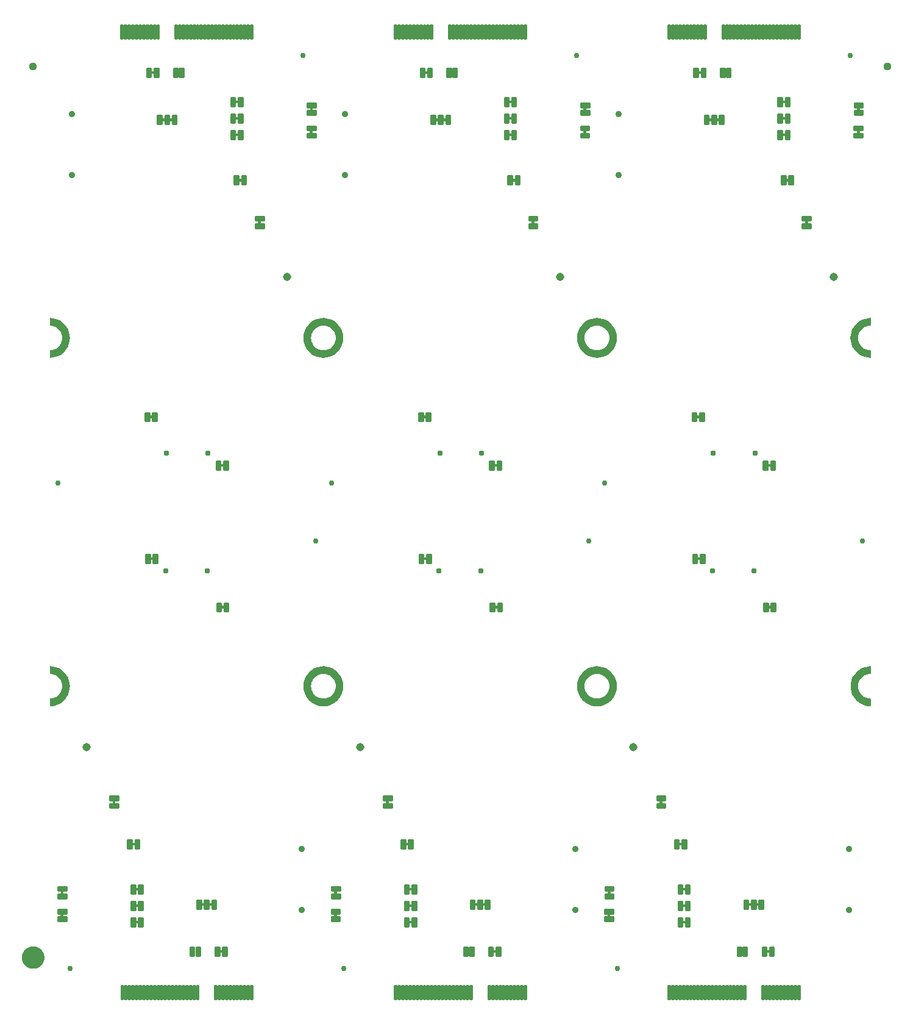
<source format=gbs>
G04 EAGLE Gerber RS-274X export*
G75*
%MOMM*%
%FSLAX34Y34*%
%LPD*%
%INSoldermask Bottom*%
%IPPOS*%
%AMOC8*
5,1,8,0,0,1.08239X$1,22.5*%
G01*
%ADD10C,0.228959*%
%ADD11C,0.736600*%
%ADD12C,0.228344*%
%ADD13C,0.777000*%
%ADD14C,0.762000*%
%ADD15C,0.228600*%
%ADD16C,0.877000*%
%ADD17C,1.143000*%
%ADD18C,1.127000*%
%ADD19C,1.270000*%
%ADD20C,1.627000*%

G36*
X377491Y412253D02*
X377491Y412253D01*
X377493Y412253D01*
X377495Y412254D01*
X381375Y412531D01*
X381385Y412535D01*
X381411Y412536D01*
X385245Y413370D01*
X385253Y413375D01*
X385279Y413380D01*
X388955Y414752D01*
X388963Y414757D01*
X388987Y414766D01*
X392431Y416647D01*
X392438Y416654D01*
X392461Y416666D01*
X395602Y419017D01*
X395608Y419025D01*
X395629Y419041D01*
X398403Y421815D01*
X398408Y421824D01*
X398427Y421842D01*
X400778Y424983D01*
X400781Y424992D01*
X400797Y425013D01*
X402678Y428457D01*
X402680Y428466D01*
X402692Y428489D01*
X404064Y432165D01*
X404064Y432175D01*
X404074Y432199D01*
X404908Y436033D01*
X404907Y436043D01*
X404913Y436069D01*
X405193Y439982D01*
X405191Y439992D01*
X405193Y440018D01*
X404913Y443931D01*
X404911Y443936D01*
X404912Y443939D01*
X404909Y443945D01*
X404908Y443967D01*
X404074Y447801D01*
X404069Y447809D01*
X404064Y447835D01*
X402692Y451511D01*
X402687Y451519D01*
X402678Y451543D01*
X400797Y454987D01*
X400790Y454994D01*
X400778Y455017D01*
X398427Y458158D01*
X398419Y458164D01*
X398403Y458185D01*
X395629Y460959D01*
X395620Y460964D01*
X395602Y460983D01*
X392461Y463334D01*
X392452Y463337D01*
X392431Y463353D01*
X388987Y465234D01*
X388978Y465236D01*
X388955Y465248D01*
X385279Y466620D01*
X385269Y466620D01*
X385245Y466630D01*
X381411Y467464D01*
X381401Y467463D01*
X381375Y467469D01*
X377462Y467749D01*
X377457Y467748D01*
X377442Y467749D01*
X377413Y467747D01*
X377411Y467747D01*
X377409Y467746D01*
X373529Y467469D01*
X373519Y467465D01*
X373493Y467464D01*
X369659Y466630D01*
X369651Y466625D01*
X369625Y466620D01*
X365949Y465248D01*
X365941Y465243D01*
X365917Y465234D01*
X362473Y463353D01*
X362466Y463346D01*
X362443Y463334D01*
X359302Y460983D01*
X359296Y460975D01*
X359275Y460959D01*
X356501Y458185D01*
X356496Y458176D01*
X356477Y458158D01*
X354126Y455017D01*
X354123Y455008D01*
X354107Y454987D01*
X352226Y451543D01*
X352224Y451534D01*
X352212Y451511D01*
X350840Y447835D01*
X350840Y447825D01*
X350830Y447801D01*
X349996Y443967D01*
X349997Y443957D01*
X349991Y443931D01*
X349711Y440018D01*
X349713Y440008D01*
X349711Y439982D01*
X349991Y436069D01*
X349995Y436059D01*
X349996Y436033D01*
X350830Y432199D01*
X350835Y432191D01*
X350840Y432165D01*
X352212Y428489D01*
X352217Y428481D01*
X352226Y428457D01*
X354107Y425013D01*
X354114Y425006D01*
X354126Y424983D01*
X356477Y421842D01*
X356485Y421836D01*
X356501Y421815D01*
X359275Y419041D01*
X359284Y419036D01*
X359302Y419017D01*
X362443Y416666D01*
X362452Y416663D01*
X362473Y416647D01*
X365917Y414766D01*
X365926Y414764D01*
X365949Y414752D01*
X369625Y413380D01*
X369635Y413380D01*
X369659Y413370D01*
X373493Y412536D01*
X373503Y412537D01*
X373529Y412531D01*
X377442Y412251D01*
X377447Y412253D01*
X377462Y412251D01*
X377491Y412253D01*
G37*
G36*
X377475Y895751D02*
X377475Y895751D01*
X377477Y895750D01*
X377479Y895751D01*
X381359Y896029D01*
X381369Y896032D01*
X381395Y896034D01*
X385229Y896868D01*
X385237Y896872D01*
X385263Y896878D01*
X388939Y898249D01*
X388947Y898255D01*
X388971Y898264D01*
X392415Y900144D01*
X392422Y900151D01*
X392445Y900163D01*
X395586Y902515D01*
X395592Y902523D01*
X395613Y902538D01*
X398387Y905313D01*
X398392Y905321D01*
X398411Y905339D01*
X400762Y908480D01*
X400765Y908490D01*
X400781Y908510D01*
X402662Y911954D01*
X402664Y911963D01*
X402676Y911986D01*
X404048Y915663D01*
X404048Y915672D01*
X404058Y915697D01*
X404892Y919531D01*
X404891Y919540D01*
X404897Y919566D01*
X405177Y923480D01*
X405175Y923489D01*
X405177Y923515D01*
X404897Y927429D01*
X404895Y927433D01*
X404896Y927436D01*
X404893Y927442D01*
X404892Y927464D01*
X404058Y931298D01*
X404053Y931307D01*
X404048Y931332D01*
X402676Y935008D01*
X402671Y935016D01*
X402662Y935041D01*
X400781Y938484D01*
X400774Y938491D01*
X400762Y938514D01*
X398411Y941655D01*
X398403Y941661D01*
X398387Y941682D01*
X395613Y944457D01*
X395604Y944461D01*
X395586Y944480D01*
X392445Y946831D01*
X392436Y946835D01*
X392415Y946851D01*
X388971Y948731D01*
X388962Y948733D01*
X388939Y948746D01*
X385263Y950117D01*
X385253Y950118D01*
X385229Y950127D01*
X381395Y950961D01*
X381385Y950960D01*
X381359Y950966D01*
X377446Y951246D01*
X377441Y951245D01*
X377426Y951246D01*
X377397Y951244D01*
X377395Y951244D01*
X377393Y951244D01*
X373513Y950966D01*
X373503Y950963D01*
X373477Y950961D01*
X369643Y950127D01*
X369635Y950122D01*
X369609Y950117D01*
X365933Y948746D01*
X365925Y948740D01*
X365901Y948731D01*
X362457Y946851D01*
X362450Y946844D01*
X362427Y946831D01*
X359286Y944480D01*
X359280Y944472D01*
X359259Y944457D01*
X356485Y941682D01*
X356480Y941674D01*
X356461Y941655D01*
X354110Y938514D01*
X354107Y938505D01*
X354091Y938484D01*
X352210Y935041D01*
X352208Y935031D01*
X352196Y935008D01*
X350824Y931332D01*
X350824Y931323D01*
X350814Y931298D01*
X349980Y927464D01*
X349981Y927454D01*
X349975Y927429D01*
X349695Y923515D01*
X349697Y923506D01*
X349695Y923480D01*
X349975Y919566D01*
X349979Y919557D01*
X349980Y919531D01*
X350814Y915697D01*
X350819Y915688D01*
X350824Y915663D01*
X352196Y911986D01*
X352201Y911979D01*
X352210Y911954D01*
X354091Y908510D01*
X354098Y908504D01*
X354110Y908480D01*
X356461Y905339D01*
X356469Y905334D01*
X356485Y905313D01*
X359259Y902538D01*
X359268Y902533D01*
X359286Y902515D01*
X362427Y900163D01*
X362436Y900160D01*
X362457Y900144D01*
X365901Y898264D01*
X365910Y898262D01*
X365933Y898249D01*
X369609Y896878D01*
X369619Y896877D01*
X369643Y896868D01*
X373477Y896034D01*
X373487Y896034D01*
X373513Y896029D01*
X377426Y895749D01*
X377431Y895750D01*
X377446Y895749D01*
X377475Y895751D01*
G37*
G36*
X757459Y895751D02*
X757459Y895751D01*
X757461Y895750D01*
X757463Y895751D01*
X761343Y896029D01*
X761353Y896032D01*
X761379Y896034D01*
X765213Y896868D01*
X765221Y896872D01*
X765247Y896878D01*
X768923Y898249D01*
X768931Y898255D01*
X768955Y898264D01*
X772399Y900144D01*
X772406Y900151D01*
X772429Y900163D01*
X775570Y902515D01*
X775576Y902523D01*
X775597Y902538D01*
X778371Y905313D01*
X778376Y905321D01*
X778395Y905339D01*
X780746Y908480D01*
X780749Y908490D01*
X780765Y908510D01*
X782646Y911954D01*
X782648Y911963D01*
X782660Y911986D01*
X784032Y915663D01*
X784032Y915672D01*
X784042Y915697D01*
X784876Y919531D01*
X784875Y919540D01*
X784881Y919566D01*
X785161Y923480D01*
X785159Y923489D01*
X785161Y923515D01*
X784881Y927429D01*
X784879Y927433D01*
X784880Y927436D01*
X784877Y927442D01*
X784876Y927464D01*
X784042Y931298D01*
X784037Y931307D01*
X784032Y931332D01*
X782660Y935008D01*
X782655Y935016D01*
X782646Y935041D01*
X780765Y938484D01*
X780758Y938491D01*
X780746Y938514D01*
X778395Y941655D01*
X778387Y941661D01*
X778371Y941682D01*
X775597Y944457D01*
X775588Y944461D01*
X775570Y944480D01*
X772429Y946831D01*
X772420Y946835D01*
X772399Y946851D01*
X768955Y948731D01*
X768946Y948733D01*
X768923Y948746D01*
X765247Y950117D01*
X765237Y950118D01*
X765213Y950127D01*
X761379Y950961D01*
X761369Y950960D01*
X761343Y950966D01*
X757430Y951246D01*
X757425Y951245D01*
X757410Y951246D01*
X757381Y951244D01*
X757379Y951244D01*
X757377Y951244D01*
X753497Y950966D01*
X753487Y950963D01*
X753461Y950961D01*
X749627Y950127D01*
X749619Y950122D01*
X749593Y950117D01*
X745917Y948746D01*
X745909Y948740D01*
X745885Y948731D01*
X742441Y946851D01*
X742434Y946844D01*
X742411Y946831D01*
X739270Y944480D01*
X739264Y944472D01*
X739243Y944457D01*
X736469Y941682D01*
X736464Y941674D01*
X736445Y941655D01*
X734094Y938514D01*
X734091Y938505D01*
X734075Y938484D01*
X732194Y935041D01*
X732192Y935031D01*
X732180Y935008D01*
X730808Y931332D01*
X730808Y931323D01*
X730798Y931298D01*
X729964Y927464D01*
X729965Y927454D01*
X729959Y927429D01*
X729679Y923515D01*
X729681Y923506D01*
X729679Y923480D01*
X729959Y919566D01*
X729963Y919557D01*
X729964Y919531D01*
X730798Y915697D01*
X730803Y915688D01*
X730808Y915663D01*
X732180Y911986D01*
X732185Y911979D01*
X732194Y911954D01*
X734075Y908510D01*
X734082Y908504D01*
X734094Y908480D01*
X736445Y905339D01*
X736453Y905334D01*
X736469Y905313D01*
X739243Y902538D01*
X739252Y902533D01*
X739270Y902515D01*
X742411Y900163D01*
X742420Y900160D01*
X742441Y900144D01*
X745885Y898264D01*
X745894Y898262D01*
X745917Y898249D01*
X749593Y896878D01*
X749603Y896877D01*
X749627Y896868D01*
X753461Y896034D01*
X753471Y896034D01*
X753497Y896029D01*
X757410Y895749D01*
X757415Y895750D01*
X757430Y895749D01*
X757459Y895751D01*
G37*
G36*
X757475Y412253D02*
X757475Y412253D01*
X757477Y412253D01*
X757479Y412254D01*
X761359Y412531D01*
X761369Y412535D01*
X761395Y412536D01*
X765229Y413370D01*
X765237Y413375D01*
X765263Y413380D01*
X768939Y414752D01*
X768947Y414757D01*
X768971Y414766D01*
X772415Y416647D01*
X772422Y416654D01*
X772445Y416666D01*
X775586Y419017D01*
X775592Y419025D01*
X775613Y419041D01*
X778387Y421815D01*
X778392Y421824D01*
X778411Y421842D01*
X780762Y424983D01*
X780765Y424992D01*
X780781Y425013D01*
X782662Y428457D01*
X782664Y428466D01*
X782676Y428489D01*
X784048Y432165D01*
X784048Y432175D01*
X784058Y432199D01*
X784892Y436033D01*
X784891Y436043D01*
X784897Y436069D01*
X785177Y439982D01*
X785175Y439992D01*
X785177Y440018D01*
X784897Y443931D01*
X784895Y443936D01*
X784896Y443939D01*
X784893Y443945D01*
X784892Y443967D01*
X784058Y447801D01*
X784053Y447809D01*
X784048Y447835D01*
X782676Y451511D01*
X782671Y451519D01*
X782662Y451543D01*
X780781Y454987D01*
X780774Y454994D01*
X780762Y455017D01*
X778411Y458158D01*
X778403Y458164D01*
X778387Y458185D01*
X775613Y460959D01*
X775604Y460964D01*
X775586Y460983D01*
X772445Y463334D01*
X772436Y463337D01*
X772415Y463353D01*
X768971Y465234D01*
X768962Y465236D01*
X768939Y465248D01*
X765263Y466620D01*
X765253Y466620D01*
X765229Y466630D01*
X761395Y467464D01*
X761385Y467463D01*
X761359Y467469D01*
X757446Y467749D01*
X757441Y467748D01*
X757426Y467749D01*
X757397Y467747D01*
X757395Y467747D01*
X757393Y467746D01*
X753513Y467469D01*
X753503Y467465D01*
X753477Y467464D01*
X749643Y466630D01*
X749635Y466625D01*
X749609Y466620D01*
X745933Y465248D01*
X745925Y465243D01*
X745901Y465234D01*
X742457Y463353D01*
X742450Y463346D01*
X742427Y463334D01*
X739286Y460983D01*
X739280Y460975D01*
X739259Y460959D01*
X736485Y458185D01*
X736480Y458176D01*
X736461Y458158D01*
X734110Y455017D01*
X734107Y455008D01*
X734091Y454987D01*
X732210Y451543D01*
X732208Y451534D01*
X732196Y451511D01*
X730824Y447835D01*
X730824Y447825D01*
X730814Y447801D01*
X729980Y443967D01*
X729981Y443957D01*
X729975Y443931D01*
X729695Y440018D01*
X729697Y440008D01*
X729695Y439982D01*
X729975Y436069D01*
X729979Y436059D01*
X729980Y436033D01*
X730814Y432199D01*
X730819Y432191D01*
X730824Y432165D01*
X732196Y428489D01*
X732201Y428481D01*
X732210Y428457D01*
X734091Y425013D01*
X734098Y425006D01*
X734110Y424983D01*
X736461Y421842D01*
X736469Y421836D01*
X736485Y421815D01*
X739259Y419041D01*
X739268Y419036D01*
X739286Y419017D01*
X742427Y416666D01*
X742436Y416663D01*
X742457Y416647D01*
X745901Y414766D01*
X745910Y414764D01*
X745933Y414752D01*
X749609Y413380D01*
X749619Y413380D01*
X749643Y413370D01*
X753477Y412536D01*
X753487Y412537D01*
X753513Y412531D01*
X757426Y412251D01*
X757431Y412253D01*
X757446Y412251D01*
X757475Y412253D01*
G37*
%LPC*%
G36*
X374746Y906460D02*
X374746Y906460D01*
X372113Y907092D01*
X369613Y908128D01*
X367305Y909542D01*
X365246Y911300D01*
X363488Y913358D01*
X362074Y915666D01*
X361038Y918167D01*
X360406Y920799D01*
X360194Y923497D01*
X360406Y926196D01*
X361038Y928828D01*
X362074Y931329D01*
X363488Y933637D01*
X365246Y935695D01*
X367305Y937453D01*
X369613Y938867D01*
X372113Y939903D01*
X374746Y940535D01*
X377436Y940747D01*
X380126Y940535D01*
X382759Y939903D01*
X385259Y938867D01*
X387567Y937453D01*
X389626Y935695D01*
X391384Y933637D01*
X392798Y931329D01*
X393834Y928828D01*
X394466Y926196D01*
X394678Y923497D01*
X394466Y920799D01*
X393834Y918167D01*
X392798Y915666D01*
X391384Y913358D01*
X389626Y911300D01*
X387567Y909542D01*
X385259Y908128D01*
X382759Y907092D01*
X380126Y906460D01*
X377436Y906248D01*
X374746Y906460D01*
G37*
%LPD*%
%LPC*%
G36*
X374762Y422962D02*
X374762Y422962D01*
X372129Y423594D01*
X369629Y424630D01*
X367321Y426044D01*
X365262Y427802D01*
X363504Y429861D01*
X362090Y432169D01*
X361054Y434669D01*
X360422Y437302D01*
X360210Y440000D01*
X360422Y442698D01*
X361054Y445331D01*
X362090Y447831D01*
X363504Y450139D01*
X365262Y452198D01*
X367321Y453956D01*
X369629Y455370D01*
X372129Y456406D01*
X374762Y457038D01*
X377452Y457249D01*
X380142Y457038D01*
X382775Y456406D01*
X385275Y455370D01*
X387583Y453956D01*
X389642Y452198D01*
X391400Y450139D01*
X392814Y447831D01*
X393850Y445331D01*
X394482Y442698D01*
X394694Y440000D01*
X394482Y437302D01*
X393850Y434669D01*
X392814Y432169D01*
X391400Y429861D01*
X389642Y427802D01*
X387583Y426044D01*
X385275Y424630D01*
X382775Y423594D01*
X380142Y422962D01*
X377452Y422751D01*
X374762Y422962D01*
G37*
%LPD*%
%LPC*%
G36*
X754730Y906460D02*
X754730Y906460D01*
X752097Y907092D01*
X749597Y908128D01*
X747289Y909542D01*
X745230Y911300D01*
X743472Y913358D01*
X742058Y915666D01*
X741022Y918167D01*
X740390Y920799D01*
X740178Y923497D01*
X740390Y926196D01*
X741022Y928828D01*
X742058Y931329D01*
X743472Y933637D01*
X745230Y935695D01*
X747289Y937453D01*
X749597Y938867D01*
X752097Y939903D01*
X754730Y940535D01*
X757420Y940747D01*
X760110Y940535D01*
X762743Y939903D01*
X765243Y938867D01*
X767551Y937453D01*
X769610Y935695D01*
X771368Y933637D01*
X772782Y931329D01*
X773818Y928828D01*
X774450Y926196D01*
X774662Y923497D01*
X774450Y920799D01*
X773818Y918167D01*
X772782Y915666D01*
X771368Y913358D01*
X769610Y911300D01*
X767551Y909542D01*
X765243Y908128D01*
X762743Y907092D01*
X760110Y906460D01*
X757420Y906248D01*
X754730Y906460D01*
G37*
%LPD*%
%LPC*%
G36*
X754746Y422962D02*
X754746Y422962D01*
X752113Y423594D01*
X749613Y424630D01*
X747305Y426044D01*
X745246Y427802D01*
X743488Y429861D01*
X742074Y432169D01*
X741038Y434669D01*
X740406Y437302D01*
X740194Y440000D01*
X740406Y442698D01*
X741038Y445331D01*
X742074Y447831D01*
X743488Y450139D01*
X745246Y452198D01*
X747305Y453956D01*
X749613Y455370D01*
X752113Y456406D01*
X754746Y457038D01*
X757436Y457249D01*
X760126Y457038D01*
X762759Y456406D01*
X765259Y455370D01*
X767567Y453956D01*
X769626Y452198D01*
X771384Y450139D01*
X772798Y447831D01*
X773834Y445331D01*
X774466Y442698D01*
X774678Y440000D01*
X774466Y437302D01*
X773834Y434669D01*
X772798Y432169D01*
X771384Y429861D01*
X769626Y427802D01*
X767567Y426044D01*
X765259Y424630D01*
X762759Y423594D01*
X760126Y422962D01*
X757436Y422751D01*
X754746Y422962D01*
G37*
%LPD*%
G36*
X1375Y896029D02*
X1375Y896029D01*
X1385Y896032D01*
X1411Y896034D01*
X5245Y896868D01*
X5253Y896872D01*
X5279Y896878D01*
X8955Y898249D01*
X8963Y898255D01*
X8987Y898264D01*
X12431Y900144D01*
X12438Y900151D01*
X12461Y900163D01*
X15602Y902515D01*
X15608Y902523D01*
X15629Y902538D01*
X18403Y905313D01*
X18408Y905321D01*
X18427Y905339D01*
X20778Y908480D01*
X20781Y908490D01*
X20797Y908510D01*
X22678Y911954D01*
X22680Y911963D01*
X22692Y911986D01*
X24064Y915663D01*
X24064Y915672D01*
X24074Y915697D01*
X24908Y919531D01*
X24907Y919540D01*
X24913Y919566D01*
X25193Y923480D01*
X25191Y923489D01*
X25193Y923515D01*
X24913Y927429D01*
X24911Y927433D01*
X24912Y927436D01*
X24909Y927442D01*
X24908Y927464D01*
X24074Y931298D01*
X24069Y931307D01*
X24064Y931332D01*
X22692Y935008D01*
X22687Y935016D01*
X22678Y935041D01*
X20797Y938484D01*
X20790Y938491D01*
X20778Y938514D01*
X18427Y941655D01*
X18419Y941661D01*
X18403Y941682D01*
X15629Y944457D01*
X15620Y944461D01*
X15602Y944480D01*
X12461Y946831D01*
X12452Y946835D01*
X12431Y946851D01*
X8987Y948731D01*
X8978Y948733D01*
X8955Y948746D01*
X5279Y950117D01*
X5269Y950118D01*
X5245Y950127D01*
X1411Y950961D01*
X1401Y950960D01*
X1375Y950966D01*
X-2538Y951246D01*
X-2564Y951241D01*
X-2589Y951244D01*
X-2631Y951226D01*
X-2675Y951217D01*
X-2693Y951198D01*
X-2717Y951188D01*
X-2742Y951150D01*
X-2774Y951118D01*
X-2780Y951093D01*
X-2794Y951071D01*
X-2805Y950997D01*
X-2805Y940997D01*
X-2803Y940990D01*
X-2805Y940983D01*
X-2784Y940924D01*
X-2766Y940863D01*
X-2761Y940858D01*
X-2758Y940852D01*
X-2708Y940813D01*
X-2661Y940771D01*
X-2654Y940770D01*
X-2648Y940766D01*
X-2576Y940749D01*
X142Y940535D01*
X2775Y939903D01*
X5275Y938867D01*
X7583Y937453D01*
X9642Y935695D01*
X11400Y933637D01*
X12814Y931329D01*
X13850Y928828D01*
X14482Y926196D01*
X14694Y923497D01*
X14482Y920799D01*
X13850Y918167D01*
X12814Y915666D01*
X11400Y913358D01*
X9642Y911300D01*
X7583Y909542D01*
X5275Y908128D01*
X2775Y907092D01*
X142Y906460D01*
X-2576Y906246D01*
X-2582Y906243D01*
X-2589Y906244D01*
X-2647Y906219D01*
X-2706Y906196D01*
X-2711Y906191D01*
X-2717Y906188D01*
X-2752Y906135D01*
X-2790Y906084D01*
X-2790Y906077D01*
X-2794Y906071D01*
X-2805Y905997D01*
X-2805Y895997D01*
X-2798Y895972D01*
X-2800Y895946D01*
X-2779Y895907D01*
X-2766Y895863D01*
X-2746Y895846D01*
X-2734Y895823D01*
X-2695Y895801D01*
X-2661Y895771D01*
X-2635Y895767D01*
X-2612Y895755D01*
X-2538Y895749D01*
X1375Y896029D01*
G37*
G36*
X1391Y412531D02*
X1391Y412531D01*
X1401Y412535D01*
X1427Y412536D01*
X5261Y413370D01*
X5269Y413375D01*
X5295Y413380D01*
X8971Y414752D01*
X8979Y414757D01*
X9003Y414766D01*
X12447Y416647D01*
X12454Y416654D01*
X12477Y416666D01*
X15618Y419017D01*
X15624Y419025D01*
X15645Y419041D01*
X18419Y421815D01*
X18424Y421824D01*
X18443Y421842D01*
X20794Y424983D01*
X20797Y424992D01*
X20813Y425013D01*
X22694Y428457D01*
X22696Y428466D01*
X22708Y428489D01*
X24080Y432165D01*
X24080Y432175D01*
X24090Y432199D01*
X24924Y436033D01*
X24923Y436043D01*
X24929Y436069D01*
X25209Y439982D01*
X25207Y439992D01*
X25209Y440018D01*
X24929Y443931D01*
X24927Y443936D01*
X24928Y443939D01*
X24925Y443945D01*
X24924Y443967D01*
X24090Y447801D01*
X24085Y447809D01*
X24080Y447835D01*
X22708Y451511D01*
X22703Y451519D01*
X22694Y451543D01*
X20813Y454987D01*
X20806Y454994D01*
X20794Y455017D01*
X18443Y458158D01*
X18435Y458164D01*
X18419Y458185D01*
X15645Y460959D01*
X15636Y460964D01*
X15618Y460983D01*
X12477Y463334D01*
X12468Y463337D01*
X12447Y463353D01*
X9003Y465234D01*
X8994Y465236D01*
X8971Y465248D01*
X5295Y466620D01*
X5285Y466620D01*
X5261Y466630D01*
X1427Y467464D01*
X1417Y467463D01*
X1391Y467469D01*
X-2522Y467749D01*
X-2548Y467743D01*
X-2573Y467747D01*
X-2615Y467729D01*
X-2659Y467719D01*
X-2677Y467701D01*
X-2701Y467690D01*
X-2726Y467652D01*
X-2758Y467621D01*
X-2764Y467595D01*
X-2778Y467574D01*
X-2789Y467500D01*
X-2789Y457500D01*
X-2787Y457493D01*
X-2789Y457486D01*
X-2768Y457427D01*
X-2750Y457366D01*
X-2745Y457361D01*
X-2742Y457354D01*
X-2692Y457316D01*
X-2645Y457274D01*
X-2638Y457273D01*
X-2632Y457268D01*
X-2560Y457252D01*
X158Y457038D01*
X2791Y456406D01*
X5291Y455370D01*
X7599Y453956D01*
X9658Y452198D01*
X11416Y450139D01*
X12830Y447831D01*
X13866Y445331D01*
X14498Y442698D01*
X14710Y440000D01*
X14498Y437302D01*
X13866Y434669D01*
X12830Y432169D01*
X11416Y429861D01*
X9658Y427802D01*
X7599Y426044D01*
X5291Y424630D01*
X2791Y423594D01*
X158Y422962D01*
X-2560Y422748D01*
X-2566Y422746D01*
X-2573Y422747D01*
X-2631Y422721D01*
X-2690Y422699D01*
X-2695Y422693D01*
X-2701Y422690D01*
X-2736Y422637D01*
X-2774Y422587D01*
X-2774Y422580D01*
X-2778Y422574D01*
X-2789Y422500D01*
X-2789Y412500D01*
X-2782Y412475D01*
X-2784Y412449D01*
X-2763Y412409D01*
X-2750Y412366D01*
X-2730Y412349D01*
X-2718Y412326D01*
X-2679Y412304D01*
X-2645Y412274D01*
X-2619Y412270D01*
X-2596Y412257D01*
X-2522Y412251D01*
X1391Y412531D01*
G37*
G36*
X1137420Y895754D02*
X1137420Y895754D01*
X1137445Y895750D01*
X1137487Y895769D01*
X1137531Y895778D01*
X1137549Y895797D01*
X1137573Y895807D01*
X1137598Y895845D01*
X1137630Y895877D01*
X1137636Y895902D01*
X1137650Y895924D01*
X1137661Y895997D01*
X1137661Y905997D01*
X1137659Y906004D01*
X1137661Y906011D01*
X1137640Y906071D01*
X1137622Y906132D01*
X1137617Y906136D01*
X1137614Y906143D01*
X1137564Y906182D01*
X1137517Y906224D01*
X1137510Y906225D01*
X1137504Y906229D01*
X1137432Y906246D01*
X1134714Y906460D01*
X1132081Y907092D01*
X1129581Y908128D01*
X1127273Y909542D01*
X1125214Y911300D01*
X1123456Y913358D01*
X1122042Y915666D01*
X1121006Y918167D01*
X1120374Y920799D01*
X1120162Y923497D01*
X1120374Y926196D01*
X1121006Y928828D01*
X1122042Y931329D01*
X1123456Y933637D01*
X1125214Y935695D01*
X1127273Y937453D01*
X1129581Y938867D01*
X1132081Y939903D01*
X1134714Y940535D01*
X1137432Y940749D01*
X1137438Y940752D01*
X1137445Y940750D01*
X1137503Y940776D01*
X1137562Y940799D01*
X1137567Y940804D01*
X1137573Y940807D01*
X1137608Y940860D01*
X1137646Y940911D01*
X1137646Y940918D01*
X1137650Y940924D01*
X1137661Y940997D01*
X1137661Y950997D01*
X1137654Y951022D01*
X1137656Y951048D01*
X1137635Y951088D01*
X1137622Y951132D01*
X1137602Y951149D01*
X1137590Y951172D01*
X1137551Y951194D01*
X1137517Y951224D01*
X1137491Y951227D01*
X1137468Y951240D01*
X1137394Y951246D01*
X1133481Y950966D01*
X1133471Y950963D01*
X1133445Y950961D01*
X1129611Y950127D01*
X1129603Y950122D01*
X1129577Y950117D01*
X1125901Y948746D01*
X1125893Y948740D01*
X1125869Y948731D01*
X1122425Y946851D01*
X1122418Y946844D01*
X1122395Y946831D01*
X1119254Y944480D01*
X1119248Y944472D01*
X1119227Y944457D01*
X1116453Y941682D01*
X1116448Y941674D01*
X1116429Y941655D01*
X1114078Y938514D01*
X1114075Y938505D01*
X1114059Y938484D01*
X1112178Y935041D01*
X1112176Y935031D01*
X1112164Y935008D01*
X1110792Y931332D01*
X1110792Y931323D01*
X1110782Y931298D01*
X1109948Y927464D01*
X1109949Y927454D01*
X1109943Y927429D01*
X1109663Y923515D01*
X1109665Y923506D01*
X1109663Y923480D01*
X1109943Y919566D01*
X1109947Y919557D01*
X1109948Y919531D01*
X1110782Y915697D01*
X1110787Y915688D01*
X1110792Y915663D01*
X1112164Y911986D01*
X1112169Y911979D01*
X1112178Y911954D01*
X1114059Y908510D01*
X1114066Y908504D01*
X1114078Y908480D01*
X1116429Y905339D01*
X1116437Y905334D01*
X1116453Y905313D01*
X1119227Y902538D01*
X1119236Y902533D01*
X1119254Y902515D01*
X1122395Y900163D01*
X1122404Y900160D01*
X1122425Y900144D01*
X1125869Y898264D01*
X1125878Y898262D01*
X1125901Y898249D01*
X1129577Y896878D01*
X1129587Y896877D01*
X1129611Y896868D01*
X1133445Y896034D01*
X1133455Y896034D01*
X1133481Y896029D01*
X1137394Y895749D01*
X1137420Y895754D01*
G37*
G36*
X1137436Y412257D02*
X1137436Y412257D01*
X1137461Y412253D01*
X1137503Y412271D01*
X1137547Y412281D01*
X1137565Y412299D01*
X1137589Y412310D01*
X1137614Y412348D01*
X1137646Y412379D01*
X1137652Y412405D01*
X1137666Y412427D01*
X1137677Y412500D01*
X1137677Y422500D01*
X1137675Y422507D01*
X1137677Y422514D01*
X1137656Y422573D01*
X1137638Y422634D01*
X1137633Y422639D01*
X1137630Y422646D01*
X1137580Y422685D01*
X1137533Y422726D01*
X1137526Y422727D01*
X1137520Y422732D01*
X1137448Y422748D01*
X1134730Y422962D01*
X1132097Y423594D01*
X1129597Y424630D01*
X1127289Y426044D01*
X1125230Y427802D01*
X1123472Y429861D01*
X1122058Y432169D01*
X1121022Y434669D01*
X1120390Y437302D01*
X1120178Y440000D01*
X1120390Y442698D01*
X1121022Y445331D01*
X1122058Y447831D01*
X1123472Y450139D01*
X1125230Y452198D01*
X1127289Y453956D01*
X1129597Y455370D01*
X1132097Y456406D01*
X1134730Y457038D01*
X1137448Y457252D01*
X1137454Y457254D01*
X1137461Y457253D01*
X1137519Y457279D01*
X1137578Y457301D01*
X1137583Y457307D01*
X1137589Y457310D01*
X1137624Y457363D01*
X1137662Y457413D01*
X1137662Y457421D01*
X1137666Y457427D01*
X1137677Y457500D01*
X1137677Y467500D01*
X1137670Y467525D01*
X1137672Y467551D01*
X1137651Y467591D01*
X1137638Y467634D01*
X1137618Y467651D01*
X1137606Y467674D01*
X1137567Y467696D01*
X1137533Y467726D01*
X1137507Y467730D01*
X1137484Y467743D01*
X1137410Y467749D01*
X1133497Y467469D01*
X1133487Y467465D01*
X1133461Y467464D01*
X1129627Y466630D01*
X1129619Y466625D01*
X1129593Y466620D01*
X1125917Y465248D01*
X1125909Y465243D01*
X1125885Y465234D01*
X1122441Y463353D01*
X1122434Y463346D01*
X1122411Y463334D01*
X1119270Y460983D01*
X1119264Y460975D01*
X1119243Y460959D01*
X1116469Y458185D01*
X1116464Y458176D01*
X1116445Y458158D01*
X1114094Y455017D01*
X1114091Y455008D01*
X1114075Y454987D01*
X1112194Y451543D01*
X1112192Y451534D01*
X1112180Y451511D01*
X1110808Y447835D01*
X1110808Y447825D01*
X1110798Y447801D01*
X1109964Y443967D01*
X1109965Y443957D01*
X1109959Y443931D01*
X1109679Y440018D01*
X1109681Y440008D01*
X1109679Y439982D01*
X1109959Y436069D01*
X1109963Y436059D01*
X1109964Y436033D01*
X1110798Y432199D01*
X1110803Y432191D01*
X1110808Y432165D01*
X1112180Y428489D01*
X1112185Y428481D01*
X1112194Y428457D01*
X1114075Y425013D01*
X1114082Y425006D01*
X1114094Y424983D01*
X1116445Y421842D01*
X1116453Y421836D01*
X1116469Y421815D01*
X1119243Y419041D01*
X1119252Y419036D01*
X1119270Y419017D01*
X1122411Y416666D01*
X1122420Y416663D01*
X1122441Y416647D01*
X1125885Y414766D01*
X1125894Y414764D01*
X1125917Y414752D01*
X1129593Y413380D01*
X1129603Y413380D01*
X1129627Y413370D01*
X1133461Y412536D01*
X1133471Y412537D01*
X1133497Y412531D01*
X1137410Y412251D01*
X1137436Y412257D01*
G37*
G36*
X669863Y1081570D02*
X669863Y1081570D01*
X669929Y1081572D01*
X669972Y1081589D01*
X670019Y1081598D01*
X670076Y1081631D01*
X670136Y1081656D01*
X670171Y1081688D01*
X670212Y1081712D01*
X670254Y1081763D01*
X670302Y1081807D01*
X670324Y1081850D01*
X670353Y1081886D01*
X670374Y1081948D01*
X670405Y1082007D01*
X670413Y1082061D01*
X670425Y1082099D01*
X670424Y1082138D01*
X670432Y1082192D01*
X670432Y1086002D01*
X670421Y1086067D01*
X670419Y1086133D01*
X670401Y1086177D01*
X670393Y1086223D01*
X670359Y1086280D01*
X670334Y1086341D01*
X670303Y1086376D01*
X670278Y1086416D01*
X670227Y1086458D01*
X670183Y1086506D01*
X670141Y1086528D01*
X670104Y1086558D01*
X670042Y1086579D01*
X669983Y1086609D01*
X669929Y1086617D01*
X669892Y1086630D01*
X669852Y1086629D01*
X669798Y1086637D01*
X667258Y1086637D01*
X667193Y1086625D01*
X667127Y1086623D01*
X667084Y1086605D01*
X667037Y1086597D01*
X666980Y1086563D01*
X666920Y1086539D01*
X666885Y1086507D01*
X666844Y1086483D01*
X666803Y1086432D01*
X666754Y1086387D01*
X666732Y1086345D01*
X666703Y1086309D01*
X666682Y1086246D01*
X666651Y1086188D01*
X666643Y1086133D01*
X666631Y1086096D01*
X666631Y1086092D01*
X666632Y1086056D01*
X666624Y1086002D01*
X666624Y1082192D01*
X666635Y1082128D01*
X666637Y1082062D01*
X666655Y1082018D01*
X666663Y1081972D01*
X666697Y1081915D01*
X666722Y1081854D01*
X666753Y1081819D01*
X666778Y1081778D01*
X666829Y1081737D01*
X666873Y1081688D01*
X666915Y1081667D01*
X666952Y1081637D01*
X667014Y1081616D01*
X667073Y1081586D01*
X667127Y1081578D01*
X667164Y1081565D01*
X667204Y1081566D01*
X667258Y1081558D01*
X669798Y1081558D01*
X669863Y1081570D01*
G37*
G36*
X742050Y1238948D02*
X742050Y1238948D01*
X742115Y1238950D01*
X742159Y1238968D01*
X742206Y1238976D01*
X742262Y1239010D01*
X742323Y1239034D01*
X742358Y1239066D01*
X742399Y1239090D01*
X742440Y1239141D01*
X742489Y1239186D01*
X742510Y1239228D01*
X742540Y1239265D01*
X742561Y1239327D01*
X742591Y1239385D01*
X742600Y1239440D01*
X742612Y1239477D01*
X742611Y1239516D01*
X742619Y1239571D01*
X742619Y1243381D01*
X742607Y1243446D01*
X742605Y1243511D01*
X742588Y1243555D01*
X742579Y1243602D01*
X742546Y1243658D01*
X742521Y1243719D01*
X742489Y1243754D01*
X742465Y1243795D01*
X742414Y1243836D01*
X742370Y1243885D01*
X742328Y1243906D01*
X742291Y1243936D01*
X742229Y1243957D01*
X742170Y1243987D01*
X742116Y1243996D01*
X742079Y1244008D01*
X742039Y1244007D01*
X741985Y1244015D01*
X739445Y1244015D01*
X739380Y1244003D01*
X739314Y1244001D01*
X739271Y1243984D01*
X739224Y1243975D01*
X739167Y1243942D01*
X739106Y1243917D01*
X739072Y1243885D01*
X739031Y1243861D01*
X738989Y1243810D01*
X738941Y1243766D01*
X738919Y1243724D01*
X738889Y1243687D01*
X738868Y1243625D01*
X738838Y1243566D01*
X738830Y1243512D01*
X738818Y1243475D01*
X738818Y1243470D01*
X738819Y1243435D01*
X738811Y1243381D01*
X738811Y1239571D01*
X738822Y1239506D01*
X738824Y1239440D01*
X738842Y1239397D01*
X738850Y1239350D01*
X738884Y1239293D01*
X738908Y1239232D01*
X738940Y1239198D01*
X738964Y1239157D01*
X739015Y1239115D01*
X739060Y1239067D01*
X739102Y1239045D01*
X739139Y1239015D01*
X739201Y1238994D01*
X739259Y1238964D01*
X739314Y1238956D01*
X739351Y1238944D01*
X739390Y1238945D01*
X739445Y1238937D01*
X741985Y1238937D01*
X742050Y1238948D01*
G37*
G36*
X1122034Y1238948D02*
X1122034Y1238948D01*
X1122099Y1238950D01*
X1122143Y1238968D01*
X1122190Y1238976D01*
X1122246Y1239010D01*
X1122307Y1239034D01*
X1122342Y1239066D01*
X1122383Y1239090D01*
X1122424Y1239141D01*
X1122473Y1239186D01*
X1122494Y1239228D01*
X1122524Y1239265D01*
X1122545Y1239327D01*
X1122575Y1239385D01*
X1122584Y1239440D01*
X1122596Y1239477D01*
X1122595Y1239516D01*
X1122603Y1239571D01*
X1122603Y1243381D01*
X1122591Y1243446D01*
X1122589Y1243511D01*
X1122572Y1243555D01*
X1122563Y1243602D01*
X1122530Y1243658D01*
X1122505Y1243719D01*
X1122473Y1243754D01*
X1122449Y1243795D01*
X1122398Y1243836D01*
X1122354Y1243885D01*
X1122312Y1243906D01*
X1122275Y1243936D01*
X1122213Y1243957D01*
X1122154Y1243987D01*
X1122100Y1243996D01*
X1122063Y1244008D01*
X1122023Y1244007D01*
X1121969Y1244015D01*
X1119429Y1244015D01*
X1119364Y1244003D01*
X1119298Y1244001D01*
X1119255Y1243984D01*
X1119208Y1243975D01*
X1119151Y1243942D01*
X1119090Y1243917D01*
X1119056Y1243885D01*
X1119015Y1243861D01*
X1118973Y1243810D01*
X1118925Y1243766D01*
X1118903Y1243724D01*
X1118873Y1243687D01*
X1118852Y1243625D01*
X1118822Y1243566D01*
X1118814Y1243512D01*
X1118802Y1243475D01*
X1118802Y1243470D01*
X1118803Y1243435D01*
X1118795Y1243381D01*
X1118795Y1239571D01*
X1118806Y1239506D01*
X1118808Y1239440D01*
X1118826Y1239397D01*
X1118834Y1239350D01*
X1118868Y1239293D01*
X1118892Y1239232D01*
X1118924Y1239198D01*
X1118948Y1239157D01*
X1118999Y1239115D01*
X1119044Y1239067D01*
X1119086Y1239045D01*
X1119123Y1239015D01*
X1119185Y1238994D01*
X1119243Y1238964D01*
X1119298Y1238956D01*
X1119335Y1238944D01*
X1119374Y1238945D01*
X1119429Y1238937D01*
X1121969Y1238937D01*
X1122034Y1238948D01*
G37*
G36*
X362066Y1238948D02*
X362066Y1238948D01*
X362131Y1238950D01*
X362175Y1238968D01*
X362222Y1238976D01*
X362278Y1239010D01*
X362339Y1239034D01*
X362374Y1239066D01*
X362415Y1239090D01*
X362456Y1239141D01*
X362505Y1239186D01*
X362526Y1239228D01*
X362556Y1239265D01*
X362577Y1239327D01*
X362607Y1239385D01*
X362616Y1239440D01*
X362628Y1239477D01*
X362627Y1239516D01*
X362635Y1239571D01*
X362635Y1243381D01*
X362623Y1243446D01*
X362621Y1243511D01*
X362604Y1243555D01*
X362595Y1243602D01*
X362562Y1243658D01*
X362537Y1243719D01*
X362505Y1243754D01*
X362481Y1243795D01*
X362430Y1243836D01*
X362386Y1243885D01*
X362344Y1243906D01*
X362307Y1243936D01*
X362245Y1243957D01*
X362186Y1243987D01*
X362132Y1243996D01*
X362095Y1244008D01*
X362055Y1244007D01*
X362001Y1244015D01*
X359461Y1244015D01*
X359396Y1244003D01*
X359330Y1244001D01*
X359287Y1243984D01*
X359240Y1243975D01*
X359183Y1243942D01*
X359122Y1243917D01*
X359088Y1243885D01*
X359047Y1243861D01*
X359005Y1243810D01*
X358957Y1243766D01*
X358935Y1243724D01*
X358905Y1243687D01*
X358884Y1243625D01*
X358854Y1243566D01*
X358846Y1243512D01*
X358834Y1243475D01*
X358834Y1243470D01*
X358835Y1243435D01*
X358827Y1243381D01*
X358827Y1239571D01*
X358838Y1239506D01*
X358840Y1239440D01*
X358858Y1239397D01*
X358866Y1239350D01*
X358900Y1239293D01*
X358924Y1239232D01*
X358956Y1239198D01*
X358980Y1239157D01*
X359031Y1239115D01*
X359076Y1239067D01*
X359118Y1239045D01*
X359155Y1239015D01*
X359217Y1238994D01*
X359275Y1238964D01*
X359330Y1238956D01*
X359367Y1238944D01*
X359406Y1238945D01*
X359461Y1238937D01*
X362001Y1238937D01*
X362066Y1238948D01*
G37*
G36*
X741821Y1207147D02*
X741821Y1207147D01*
X741887Y1207149D01*
X741930Y1207167D01*
X741977Y1207175D01*
X742034Y1207209D01*
X742095Y1207234D01*
X742130Y1207266D01*
X742170Y1207290D01*
X742212Y1207341D01*
X742260Y1207385D01*
X742282Y1207427D01*
X742312Y1207464D01*
X742333Y1207526D01*
X742363Y1207585D01*
X742371Y1207639D01*
X742384Y1207676D01*
X742382Y1207716D01*
X742390Y1207770D01*
X742390Y1211580D01*
X742379Y1211645D01*
X742377Y1211711D01*
X742359Y1211754D01*
X742351Y1211801D01*
X742317Y1211858D01*
X742293Y1211919D01*
X742261Y1211953D01*
X742237Y1211994D01*
X742186Y1212036D01*
X742141Y1212084D01*
X742099Y1212106D01*
X742062Y1212135D01*
X742000Y1212157D01*
X741942Y1212187D01*
X741887Y1212195D01*
X741850Y1212207D01*
X741811Y1212206D01*
X741756Y1212214D01*
X739216Y1212214D01*
X739151Y1212203D01*
X739086Y1212201D01*
X739042Y1212183D01*
X738995Y1212175D01*
X738939Y1212141D01*
X738878Y1212116D01*
X738843Y1212085D01*
X738802Y1212061D01*
X738761Y1212009D01*
X738712Y1211965D01*
X738691Y1211923D01*
X738661Y1211886D01*
X738640Y1211824D01*
X738610Y1211765D01*
X738602Y1211711D01*
X738589Y1211674D01*
X738589Y1211670D01*
X738589Y1211669D01*
X738590Y1211634D01*
X738582Y1211580D01*
X738582Y1207770D01*
X738594Y1207705D01*
X738596Y1207640D01*
X738613Y1207596D01*
X738622Y1207549D01*
X738655Y1207492D01*
X738680Y1207432D01*
X738712Y1207397D01*
X738736Y1207356D01*
X738787Y1207315D01*
X738831Y1207266D01*
X738873Y1207244D01*
X738910Y1207215D01*
X738972Y1207194D01*
X739031Y1207163D01*
X739085Y1207155D01*
X739123Y1207143D01*
X739162Y1207144D01*
X739216Y1207136D01*
X741756Y1207136D01*
X741821Y1207147D01*
G37*
G36*
X1049847Y1081570D02*
X1049847Y1081570D01*
X1049913Y1081572D01*
X1049956Y1081589D01*
X1050003Y1081598D01*
X1050060Y1081631D01*
X1050120Y1081656D01*
X1050155Y1081688D01*
X1050196Y1081712D01*
X1050238Y1081763D01*
X1050286Y1081807D01*
X1050308Y1081850D01*
X1050337Y1081886D01*
X1050358Y1081948D01*
X1050389Y1082007D01*
X1050397Y1082061D01*
X1050409Y1082099D01*
X1050408Y1082138D01*
X1050416Y1082192D01*
X1050416Y1086002D01*
X1050405Y1086067D01*
X1050403Y1086133D01*
X1050385Y1086177D01*
X1050377Y1086223D01*
X1050343Y1086280D01*
X1050318Y1086341D01*
X1050287Y1086376D01*
X1050262Y1086416D01*
X1050211Y1086458D01*
X1050167Y1086506D01*
X1050125Y1086528D01*
X1050088Y1086558D01*
X1050026Y1086579D01*
X1049967Y1086609D01*
X1049913Y1086617D01*
X1049876Y1086630D01*
X1049836Y1086629D01*
X1049782Y1086637D01*
X1047242Y1086637D01*
X1047177Y1086625D01*
X1047111Y1086623D01*
X1047068Y1086605D01*
X1047021Y1086597D01*
X1046964Y1086563D01*
X1046904Y1086539D01*
X1046869Y1086507D01*
X1046828Y1086483D01*
X1046787Y1086432D01*
X1046738Y1086387D01*
X1046716Y1086345D01*
X1046687Y1086309D01*
X1046666Y1086246D01*
X1046635Y1086188D01*
X1046627Y1086133D01*
X1046615Y1086096D01*
X1046615Y1086092D01*
X1046616Y1086056D01*
X1046608Y1086002D01*
X1046608Y1082192D01*
X1046619Y1082128D01*
X1046621Y1082062D01*
X1046639Y1082018D01*
X1046647Y1081972D01*
X1046681Y1081915D01*
X1046706Y1081854D01*
X1046737Y1081819D01*
X1046762Y1081778D01*
X1046813Y1081737D01*
X1046857Y1081688D01*
X1046899Y1081667D01*
X1046936Y1081637D01*
X1046998Y1081616D01*
X1047057Y1081586D01*
X1047111Y1081578D01*
X1047148Y1081565D01*
X1047188Y1081566D01*
X1047242Y1081558D01*
X1049782Y1081558D01*
X1049847Y1081570D01*
G37*
G36*
X289879Y1081570D02*
X289879Y1081570D01*
X289945Y1081572D01*
X289988Y1081589D01*
X290035Y1081598D01*
X290092Y1081631D01*
X290152Y1081656D01*
X290187Y1081688D01*
X290228Y1081712D01*
X290270Y1081763D01*
X290318Y1081807D01*
X290340Y1081850D01*
X290369Y1081886D01*
X290390Y1081948D01*
X290421Y1082007D01*
X290429Y1082061D01*
X290441Y1082099D01*
X290440Y1082138D01*
X290448Y1082192D01*
X290448Y1086002D01*
X290437Y1086067D01*
X290435Y1086133D01*
X290417Y1086177D01*
X290409Y1086223D01*
X290375Y1086280D01*
X290350Y1086341D01*
X290319Y1086376D01*
X290294Y1086416D01*
X290243Y1086458D01*
X290199Y1086506D01*
X290157Y1086528D01*
X290120Y1086558D01*
X290058Y1086579D01*
X289999Y1086609D01*
X289945Y1086617D01*
X289908Y1086630D01*
X289868Y1086629D01*
X289814Y1086637D01*
X287274Y1086637D01*
X287209Y1086625D01*
X287143Y1086623D01*
X287100Y1086605D01*
X287053Y1086597D01*
X286996Y1086563D01*
X286936Y1086539D01*
X286901Y1086507D01*
X286860Y1086483D01*
X286819Y1086432D01*
X286770Y1086387D01*
X286748Y1086345D01*
X286719Y1086309D01*
X286698Y1086246D01*
X286667Y1086188D01*
X286659Y1086133D01*
X286647Y1086096D01*
X286647Y1086092D01*
X286648Y1086056D01*
X286640Y1086002D01*
X286640Y1082192D01*
X286651Y1082128D01*
X286653Y1082062D01*
X286671Y1082018D01*
X286679Y1081972D01*
X286713Y1081915D01*
X286738Y1081854D01*
X286769Y1081819D01*
X286794Y1081778D01*
X286845Y1081737D01*
X286889Y1081688D01*
X286931Y1081667D01*
X286968Y1081637D01*
X287030Y1081616D01*
X287089Y1081586D01*
X287143Y1081578D01*
X287180Y1081565D01*
X287220Y1081566D01*
X287274Y1081558D01*
X289814Y1081558D01*
X289879Y1081570D01*
G37*
G36*
X361837Y1207147D02*
X361837Y1207147D01*
X361903Y1207149D01*
X361946Y1207167D01*
X361993Y1207175D01*
X362050Y1207209D01*
X362111Y1207234D01*
X362146Y1207266D01*
X362186Y1207290D01*
X362228Y1207341D01*
X362276Y1207385D01*
X362298Y1207427D01*
X362328Y1207464D01*
X362349Y1207526D01*
X362379Y1207585D01*
X362387Y1207639D01*
X362400Y1207676D01*
X362398Y1207716D01*
X362406Y1207770D01*
X362406Y1211580D01*
X362395Y1211645D01*
X362393Y1211711D01*
X362375Y1211754D01*
X362367Y1211801D01*
X362333Y1211858D01*
X362309Y1211919D01*
X362277Y1211953D01*
X362253Y1211994D01*
X362202Y1212036D01*
X362157Y1212084D01*
X362115Y1212106D01*
X362078Y1212135D01*
X362016Y1212157D01*
X361958Y1212187D01*
X361903Y1212195D01*
X361866Y1212207D01*
X361827Y1212206D01*
X361772Y1212214D01*
X359232Y1212214D01*
X359167Y1212203D01*
X359102Y1212201D01*
X359058Y1212183D01*
X359011Y1212175D01*
X358955Y1212141D01*
X358894Y1212116D01*
X358859Y1212085D01*
X358818Y1212061D01*
X358777Y1212009D01*
X358728Y1211965D01*
X358707Y1211923D01*
X358677Y1211886D01*
X358656Y1211824D01*
X358626Y1211765D01*
X358618Y1211711D01*
X358605Y1211674D01*
X358605Y1211670D01*
X358605Y1211669D01*
X358606Y1211634D01*
X358598Y1211580D01*
X358598Y1207770D01*
X358610Y1207705D01*
X358612Y1207640D01*
X358629Y1207596D01*
X358638Y1207549D01*
X358671Y1207492D01*
X358696Y1207432D01*
X358728Y1207397D01*
X358752Y1207356D01*
X358803Y1207315D01*
X358847Y1207266D01*
X358889Y1207244D01*
X358926Y1207215D01*
X358988Y1207194D01*
X359047Y1207163D01*
X359101Y1207155D01*
X359139Y1207143D01*
X359178Y1207144D01*
X359232Y1207136D01*
X361772Y1207136D01*
X361837Y1207147D01*
G37*
G36*
X1121805Y1207147D02*
X1121805Y1207147D01*
X1121871Y1207149D01*
X1121914Y1207167D01*
X1121961Y1207175D01*
X1122018Y1207209D01*
X1122079Y1207234D01*
X1122114Y1207266D01*
X1122154Y1207290D01*
X1122196Y1207341D01*
X1122244Y1207385D01*
X1122266Y1207427D01*
X1122296Y1207464D01*
X1122317Y1207526D01*
X1122347Y1207585D01*
X1122355Y1207639D01*
X1122368Y1207676D01*
X1122366Y1207716D01*
X1122374Y1207770D01*
X1122374Y1211580D01*
X1122363Y1211645D01*
X1122361Y1211711D01*
X1122343Y1211754D01*
X1122335Y1211801D01*
X1122301Y1211858D01*
X1122277Y1211919D01*
X1122245Y1211953D01*
X1122221Y1211994D01*
X1122170Y1212036D01*
X1122125Y1212084D01*
X1122083Y1212106D01*
X1122046Y1212135D01*
X1121984Y1212157D01*
X1121926Y1212187D01*
X1121871Y1212195D01*
X1121834Y1212207D01*
X1121795Y1212206D01*
X1121740Y1212214D01*
X1119200Y1212214D01*
X1119135Y1212203D01*
X1119070Y1212201D01*
X1119026Y1212183D01*
X1118979Y1212175D01*
X1118923Y1212141D01*
X1118862Y1212116D01*
X1118827Y1212085D01*
X1118786Y1212061D01*
X1118745Y1212009D01*
X1118696Y1211965D01*
X1118675Y1211923D01*
X1118645Y1211886D01*
X1118624Y1211824D01*
X1118594Y1211765D01*
X1118586Y1211711D01*
X1118573Y1211674D01*
X1118573Y1211670D01*
X1118573Y1211669D01*
X1118574Y1211634D01*
X1118566Y1211580D01*
X1118566Y1207770D01*
X1118578Y1207705D01*
X1118580Y1207640D01*
X1118597Y1207596D01*
X1118606Y1207549D01*
X1118639Y1207492D01*
X1118664Y1207432D01*
X1118696Y1207397D01*
X1118720Y1207356D01*
X1118771Y1207315D01*
X1118815Y1207266D01*
X1118857Y1207244D01*
X1118894Y1207215D01*
X1118956Y1207194D01*
X1119015Y1207163D01*
X1119069Y1207155D01*
X1119107Y1207143D01*
X1119146Y1207144D01*
X1119200Y1207136D01*
X1121740Y1207136D01*
X1121805Y1207147D01*
G37*
G36*
X87695Y276872D02*
X87695Y276872D01*
X87761Y276874D01*
X87804Y276892D01*
X87851Y276900D01*
X87908Y276934D01*
X87968Y276959D01*
X88003Y276990D01*
X88044Y277015D01*
X88086Y277066D01*
X88134Y277110D01*
X88156Y277152D01*
X88185Y277189D01*
X88206Y277251D01*
X88237Y277310D01*
X88245Y277364D01*
X88257Y277401D01*
X88256Y277441D01*
X88264Y277495D01*
X88264Y281305D01*
X88253Y281370D01*
X88251Y281436D01*
X88233Y281479D01*
X88225Y281526D01*
X88191Y281583D01*
X88166Y281643D01*
X88135Y281678D01*
X88110Y281719D01*
X88059Y281761D01*
X88015Y281809D01*
X87973Y281831D01*
X87936Y281860D01*
X87874Y281881D01*
X87815Y281912D01*
X87761Y281920D01*
X87724Y281932D01*
X87684Y281931D01*
X87630Y281939D01*
X85090Y281939D01*
X85025Y281928D01*
X84959Y281926D01*
X84916Y281908D01*
X84869Y281900D01*
X84812Y281866D01*
X84752Y281841D01*
X84717Y281810D01*
X84676Y281785D01*
X84635Y281734D01*
X84586Y281690D01*
X84564Y281648D01*
X84535Y281611D01*
X84514Y281549D01*
X84483Y281490D01*
X84475Y281436D01*
X84463Y281399D01*
X84463Y281395D01*
X84463Y281394D01*
X84464Y281359D01*
X84456Y281305D01*
X84456Y277495D01*
X84467Y277430D01*
X84469Y277364D01*
X84487Y277321D01*
X84495Y277274D01*
X84529Y277217D01*
X84554Y277157D01*
X84585Y277122D01*
X84610Y277081D01*
X84661Y277040D01*
X84705Y276991D01*
X84747Y276969D01*
X84784Y276940D01*
X84846Y276919D01*
X84905Y276888D01*
X84959Y276880D01*
X84996Y276868D01*
X85036Y276869D01*
X85090Y276861D01*
X87630Y276861D01*
X87695Y276872D01*
G37*
G36*
X467679Y276872D02*
X467679Y276872D01*
X467745Y276874D01*
X467788Y276892D01*
X467835Y276900D01*
X467892Y276934D01*
X467952Y276959D01*
X467987Y276990D01*
X468028Y277015D01*
X468070Y277066D01*
X468118Y277110D01*
X468140Y277152D01*
X468169Y277189D01*
X468190Y277251D01*
X468221Y277310D01*
X468229Y277364D01*
X468241Y277401D01*
X468240Y277441D01*
X468248Y277495D01*
X468248Y281305D01*
X468237Y281370D01*
X468235Y281436D01*
X468217Y281479D01*
X468209Y281526D01*
X468175Y281583D01*
X468150Y281643D01*
X468119Y281678D01*
X468094Y281719D01*
X468043Y281761D01*
X467999Y281809D01*
X467957Y281831D01*
X467920Y281860D01*
X467858Y281881D01*
X467799Y281912D01*
X467745Y281920D01*
X467708Y281932D01*
X467668Y281931D01*
X467614Y281939D01*
X465074Y281939D01*
X465009Y281928D01*
X464943Y281926D01*
X464900Y281908D01*
X464853Y281900D01*
X464796Y281866D01*
X464736Y281841D01*
X464701Y281810D01*
X464660Y281785D01*
X464619Y281734D01*
X464570Y281690D01*
X464548Y281648D01*
X464519Y281611D01*
X464498Y281549D01*
X464467Y281490D01*
X464459Y281436D01*
X464447Y281399D01*
X464447Y281395D01*
X464447Y281394D01*
X464448Y281359D01*
X464440Y281305D01*
X464440Y277495D01*
X464451Y277430D01*
X464453Y277364D01*
X464471Y277321D01*
X464479Y277274D01*
X464513Y277217D01*
X464538Y277157D01*
X464569Y277122D01*
X464594Y277081D01*
X464645Y277040D01*
X464689Y276991D01*
X464731Y276969D01*
X464768Y276940D01*
X464830Y276919D01*
X464889Y276888D01*
X464943Y276880D01*
X464980Y276868D01*
X465020Y276869D01*
X465074Y276861D01*
X467614Y276861D01*
X467679Y276872D01*
G37*
G36*
X847663Y276872D02*
X847663Y276872D01*
X847729Y276874D01*
X847772Y276892D01*
X847819Y276900D01*
X847876Y276934D01*
X847936Y276959D01*
X847971Y276990D01*
X848012Y277015D01*
X848054Y277066D01*
X848102Y277110D01*
X848124Y277152D01*
X848153Y277189D01*
X848174Y277251D01*
X848205Y277310D01*
X848213Y277364D01*
X848225Y277401D01*
X848224Y277441D01*
X848232Y277495D01*
X848232Y281305D01*
X848221Y281370D01*
X848219Y281436D01*
X848201Y281479D01*
X848193Y281526D01*
X848159Y281583D01*
X848134Y281643D01*
X848103Y281678D01*
X848078Y281719D01*
X848027Y281761D01*
X847983Y281809D01*
X847941Y281831D01*
X847904Y281860D01*
X847842Y281881D01*
X847783Y281912D01*
X847729Y281920D01*
X847692Y281932D01*
X847652Y281931D01*
X847598Y281939D01*
X845058Y281939D01*
X844993Y281928D01*
X844927Y281926D01*
X844884Y281908D01*
X844837Y281900D01*
X844780Y281866D01*
X844720Y281841D01*
X844685Y281810D01*
X844644Y281785D01*
X844603Y281734D01*
X844554Y281690D01*
X844532Y281648D01*
X844503Y281611D01*
X844482Y281549D01*
X844451Y281490D01*
X844443Y281436D01*
X844431Y281399D01*
X844431Y281395D01*
X844431Y281394D01*
X844432Y281359D01*
X844424Y281305D01*
X844424Y277495D01*
X844435Y277430D01*
X844437Y277364D01*
X844455Y277321D01*
X844463Y277274D01*
X844497Y277217D01*
X844522Y277157D01*
X844553Y277122D01*
X844578Y277081D01*
X844629Y277040D01*
X844673Y276991D01*
X844715Y276969D01*
X844752Y276940D01*
X844814Y276919D01*
X844873Y276888D01*
X844927Y276880D01*
X844964Y276868D01*
X845004Y276869D01*
X845058Y276861D01*
X847598Y276861D01*
X847663Y276872D01*
G37*
G36*
X15737Y151295D02*
X15737Y151295D01*
X15802Y151297D01*
X15846Y151314D01*
X15893Y151323D01*
X15949Y151356D01*
X16010Y151381D01*
X16045Y151413D01*
X16086Y151437D01*
X16127Y151488D01*
X16176Y151532D01*
X16197Y151574D01*
X16227Y151611D01*
X16248Y151673D01*
X16278Y151732D01*
X16286Y151786D01*
X16299Y151824D01*
X16298Y151863D01*
X16306Y151917D01*
X16306Y155727D01*
X16294Y155792D01*
X16292Y155858D01*
X16275Y155902D01*
X16266Y155948D01*
X16233Y156005D01*
X16208Y156066D01*
X16176Y156101D01*
X16152Y156141D01*
X16101Y156183D01*
X16057Y156231D01*
X16015Y156253D01*
X15978Y156283D01*
X15916Y156304D01*
X15857Y156334D01*
X15803Y156342D01*
X15766Y156355D01*
X15726Y156354D01*
X15672Y156362D01*
X13132Y156362D01*
X13067Y156350D01*
X13001Y156348D01*
X12958Y156330D01*
X12911Y156322D01*
X12854Y156288D01*
X12793Y156264D01*
X12758Y156232D01*
X12718Y156208D01*
X12676Y156157D01*
X12628Y156112D01*
X12606Y156070D01*
X12576Y156034D01*
X12555Y155971D01*
X12525Y155913D01*
X12517Y155858D01*
X12505Y155821D01*
X12505Y155817D01*
X12506Y155781D01*
X12498Y155727D01*
X12498Y151917D01*
X12509Y151853D01*
X12511Y151787D01*
X12529Y151743D01*
X12537Y151697D01*
X12571Y151640D01*
X12595Y151579D01*
X12627Y151544D01*
X12651Y151503D01*
X12702Y151462D01*
X12747Y151413D01*
X12789Y151392D01*
X12826Y151362D01*
X12888Y151341D01*
X12946Y151311D01*
X13001Y151303D01*
X13038Y151290D01*
X13077Y151291D01*
X13132Y151283D01*
X15672Y151283D01*
X15737Y151295D01*
G37*
G36*
X775705Y151295D02*
X775705Y151295D01*
X775770Y151297D01*
X775814Y151314D01*
X775861Y151323D01*
X775917Y151356D01*
X775978Y151381D01*
X776013Y151413D01*
X776054Y151437D01*
X776095Y151488D01*
X776144Y151532D01*
X776165Y151574D01*
X776195Y151611D01*
X776216Y151673D01*
X776246Y151732D01*
X776254Y151786D01*
X776267Y151824D01*
X776266Y151863D01*
X776274Y151917D01*
X776274Y155727D01*
X776262Y155792D01*
X776260Y155858D01*
X776243Y155902D01*
X776234Y155948D01*
X776201Y156005D01*
X776176Y156066D01*
X776144Y156101D01*
X776120Y156141D01*
X776069Y156183D01*
X776025Y156231D01*
X775983Y156253D01*
X775946Y156283D01*
X775884Y156304D01*
X775825Y156334D01*
X775771Y156342D01*
X775734Y156355D01*
X775694Y156354D01*
X775640Y156362D01*
X773100Y156362D01*
X773035Y156350D01*
X772969Y156348D01*
X772926Y156330D01*
X772879Y156322D01*
X772822Y156288D01*
X772761Y156264D01*
X772726Y156232D01*
X772686Y156208D01*
X772644Y156157D01*
X772596Y156112D01*
X772574Y156070D01*
X772544Y156034D01*
X772523Y155971D01*
X772493Y155913D01*
X772485Y155858D01*
X772473Y155821D01*
X772473Y155817D01*
X772474Y155781D01*
X772466Y155727D01*
X772466Y151917D01*
X772477Y151853D01*
X772479Y151787D01*
X772497Y151743D01*
X772505Y151697D01*
X772539Y151640D01*
X772563Y151579D01*
X772595Y151544D01*
X772619Y151503D01*
X772670Y151462D01*
X772715Y151413D01*
X772757Y151392D01*
X772794Y151362D01*
X772856Y151341D01*
X772914Y151311D01*
X772969Y151303D01*
X773006Y151290D01*
X773045Y151291D01*
X773100Y151283D01*
X775640Y151283D01*
X775705Y151295D01*
G37*
G36*
X395721Y151295D02*
X395721Y151295D01*
X395786Y151297D01*
X395830Y151314D01*
X395877Y151323D01*
X395933Y151356D01*
X395994Y151381D01*
X396029Y151413D01*
X396070Y151437D01*
X396111Y151488D01*
X396160Y151532D01*
X396181Y151574D01*
X396211Y151611D01*
X396232Y151673D01*
X396262Y151732D01*
X396270Y151786D01*
X396283Y151824D01*
X396282Y151863D01*
X396290Y151917D01*
X396290Y155727D01*
X396278Y155792D01*
X396276Y155858D01*
X396259Y155902D01*
X396250Y155948D01*
X396217Y156005D01*
X396192Y156066D01*
X396160Y156101D01*
X396136Y156141D01*
X396085Y156183D01*
X396041Y156231D01*
X395999Y156253D01*
X395962Y156283D01*
X395900Y156304D01*
X395841Y156334D01*
X395787Y156342D01*
X395750Y156355D01*
X395710Y156354D01*
X395656Y156362D01*
X393116Y156362D01*
X393051Y156350D01*
X392985Y156348D01*
X392942Y156330D01*
X392895Y156322D01*
X392838Y156288D01*
X392777Y156264D01*
X392742Y156232D01*
X392702Y156208D01*
X392660Y156157D01*
X392612Y156112D01*
X392590Y156070D01*
X392560Y156034D01*
X392539Y155971D01*
X392509Y155913D01*
X392501Y155858D01*
X392489Y155821D01*
X392489Y155817D01*
X392490Y155781D01*
X392482Y155727D01*
X392482Y151917D01*
X392493Y151853D01*
X392495Y151787D01*
X392513Y151743D01*
X392521Y151697D01*
X392555Y151640D01*
X392579Y151579D01*
X392611Y151544D01*
X392635Y151503D01*
X392686Y151462D01*
X392731Y151413D01*
X392773Y151392D01*
X392810Y151362D01*
X392872Y151341D01*
X392930Y151311D01*
X392985Y151303D01*
X393022Y151290D01*
X393061Y151291D01*
X393116Y151283D01*
X395656Y151283D01*
X395721Y151295D01*
G37*
G36*
X775476Y119494D02*
X775476Y119494D01*
X775542Y119496D01*
X775585Y119514D01*
X775632Y119522D01*
X775689Y119556D01*
X775750Y119580D01*
X775785Y119612D01*
X775825Y119636D01*
X775867Y119687D01*
X775915Y119732D01*
X775937Y119774D01*
X775967Y119810D01*
X775988Y119873D01*
X776018Y119931D01*
X776026Y119986D01*
X776038Y120023D01*
X776037Y120062D01*
X776045Y120117D01*
X776045Y123927D01*
X776034Y123991D01*
X776032Y124057D01*
X776014Y124101D01*
X776006Y124147D01*
X775972Y124204D01*
X775948Y124265D01*
X775916Y124300D01*
X775892Y124341D01*
X775841Y124382D01*
X775796Y124431D01*
X775754Y124452D01*
X775717Y124482D01*
X775655Y124503D01*
X775597Y124533D01*
X775542Y124541D01*
X775505Y124554D01*
X775466Y124553D01*
X775411Y124561D01*
X772871Y124561D01*
X772806Y124549D01*
X772741Y124547D01*
X772697Y124530D01*
X772650Y124521D01*
X772594Y124488D01*
X772533Y124463D01*
X772498Y124431D01*
X772457Y124407D01*
X772416Y124356D01*
X772367Y124312D01*
X772346Y124270D01*
X772316Y124233D01*
X772295Y124171D01*
X772265Y124112D01*
X772257Y124058D01*
X772244Y124020D01*
X772244Y124016D01*
X772245Y123980D01*
X772237Y123927D01*
X772237Y120117D01*
X772249Y120052D01*
X772251Y119986D01*
X772268Y119942D01*
X772277Y119896D01*
X772310Y119839D01*
X772335Y119778D01*
X772367Y119743D01*
X772391Y119703D01*
X772442Y119661D01*
X772486Y119613D01*
X772528Y119591D01*
X772565Y119561D01*
X772627Y119540D01*
X772686Y119510D01*
X772740Y119502D01*
X772777Y119489D01*
X772817Y119490D01*
X772871Y119482D01*
X775411Y119482D01*
X775476Y119494D01*
G37*
G36*
X15508Y119494D02*
X15508Y119494D01*
X15574Y119496D01*
X15617Y119514D01*
X15664Y119522D01*
X15721Y119556D01*
X15782Y119580D01*
X15817Y119612D01*
X15857Y119636D01*
X15899Y119687D01*
X15947Y119732D01*
X15969Y119774D01*
X15999Y119810D01*
X16020Y119873D01*
X16050Y119931D01*
X16058Y119986D01*
X16070Y120023D01*
X16069Y120062D01*
X16077Y120117D01*
X16077Y123927D01*
X16066Y123991D01*
X16064Y124057D01*
X16046Y124101D01*
X16038Y124147D01*
X16004Y124204D01*
X15980Y124265D01*
X15948Y124300D01*
X15924Y124341D01*
X15873Y124382D01*
X15828Y124431D01*
X15786Y124452D01*
X15749Y124482D01*
X15687Y124503D01*
X15629Y124533D01*
X15574Y124541D01*
X15537Y124554D01*
X15498Y124553D01*
X15443Y124561D01*
X12903Y124561D01*
X12838Y124549D01*
X12773Y124547D01*
X12729Y124530D01*
X12682Y124521D01*
X12626Y124488D01*
X12565Y124463D01*
X12530Y124431D01*
X12489Y124407D01*
X12448Y124356D01*
X12399Y124312D01*
X12378Y124270D01*
X12348Y124233D01*
X12327Y124171D01*
X12297Y124112D01*
X12289Y124058D01*
X12276Y124020D01*
X12276Y124016D01*
X12277Y123980D01*
X12269Y123927D01*
X12269Y120117D01*
X12281Y120052D01*
X12283Y119986D01*
X12300Y119942D01*
X12309Y119896D01*
X12342Y119839D01*
X12367Y119778D01*
X12399Y119743D01*
X12423Y119703D01*
X12474Y119661D01*
X12518Y119613D01*
X12560Y119591D01*
X12597Y119561D01*
X12659Y119540D01*
X12718Y119510D01*
X12772Y119502D01*
X12809Y119489D01*
X12849Y119490D01*
X12903Y119482D01*
X15443Y119482D01*
X15508Y119494D01*
G37*
G36*
X395492Y119494D02*
X395492Y119494D01*
X395558Y119496D01*
X395601Y119514D01*
X395648Y119522D01*
X395705Y119556D01*
X395766Y119580D01*
X395801Y119612D01*
X395841Y119636D01*
X395883Y119687D01*
X395931Y119732D01*
X395953Y119774D01*
X395983Y119810D01*
X396004Y119873D01*
X396034Y119931D01*
X396042Y119986D01*
X396054Y120023D01*
X396053Y120062D01*
X396061Y120117D01*
X396061Y123927D01*
X396050Y123991D01*
X396048Y124057D01*
X396030Y124101D01*
X396022Y124147D01*
X395988Y124204D01*
X395964Y124265D01*
X395932Y124300D01*
X395908Y124341D01*
X395857Y124382D01*
X395812Y124431D01*
X395770Y124452D01*
X395733Y124482D01*
X395671Y124503D01*
X395613Y124533D01*
X395558Y124541D01*
X395521Y124554D01*
X395482Y124553D01*
X395427Y124561D01*
X392887Y124561D01*
X392822Y124549D01*
X392757Y124547D01*
X392713Y124530D01*
X392666Y124521D01*
X392610Y124488D01*
X392549Y124463D01*
X392514Y124431D01*
X392473Y124407D01*
X392432Y124356D01*
X392383Y124312D01*
X392362Y124270D01*
X392332Y124233D01*
X392311Y124171D01*
X392281Y124112D01*
X392273Y124058D01*
X392260Y124020D01*
X392260Y124016D01*
X392261Y123980D01*
X392253Y123927D01*
X392253Y120117D01*
X392265Y120052D01*
X392267Y119986D01*
X392284Y119942D01*
X392293Y119896D01*
X392326Y119839D01*
X392351Y119778D01*
X392383Y119743D01*
X392407Y119703D01*
X392458Y119661D01*
X392502Y119613D01*
X392544Y119591D01*
X392581Y119561D01*
X392643Y119540D01*
X392702Y119510D01*
X392756Y119502D01*
X392793Y119489D01*
X392833Y119490D01*
X392887Y119482D01*
X395427Y119482D01*
X395492Y119494D01*
G37*
G36*
X115270Y219087D02*
X115270Y219087D01*
X115336Y219089D01*
X115379Y219107D01*
X115426Y219115D01*
X115483Y219149D01*
X115543Y219174D01*
X115578Y219205D01*
X115619Y219230D01*
X115661Y219281D01*
X115709Y219325D01*
X115731Y219367D01*
X115760Y219404D01*
X115781Y219466D01*
X115812Y219525D01*
X115820Y219579D01*
X115832Y219616D01*
X115831Y219656D01*
X115839Y219710D01*
X115839Y222250D01*
X115828Y222315D01*
X115826Y222381D01*
X115808Y222424D01*
X115800Y222471D01*
X115766Y222528D01*
X115741Y222588D01*
X115710Y222623D01*
X115685Y222664D01*
X115634Y222706D01*
X115590Y222754D01*
X115548Y222776D01*
X115511Y222805D01*
X115449Y222826D01*
X115390Y222857D01*
X115336Y222865D01*
X115299Y222877D01*
X115259Y222876D01*
X115205Y222884D01*
X111395Y222884D01*
X111330Y222873D01*
X111264Y222871D01*
X111221Y222853D01*
X111174Y222845D01*
X111117Y222811D01*
X111057Y222786D01*
X111022Y222755D01*
X110981Y222730D01*
X110940Y222679D01*
X110891Y222635D01*
X110869Y222593D01*
X110840Y222556D01*
X110819Y222494D01*
X110788Y222435D01*
X110780Y222381D01*
X110768Y222344D01*
X110768Y222341D01*
X110769Y222304D01*
X110761Y222250D01*
X110761Y219710D01*
X110772Y219645D01*
X110774Y219579D01*
X110792Y219536D01*
X110800Y219489D01*
X110834Y219432D01*
X110859Y219372D01*
X110890Y219337D01*
X110915Y219296D01*
X110966Y219255D01*
X111010Y219206D01*
X111052Y219184D01*
X111089Y219155D01*
X111151Y219134D01*
X111210Y219103D01*
X111264Y219095D01*
X111301Y219083D01*
X111341Y219084D01*
X111395Y219076D01*
X115205Y219076D01*
X115270Y219087D01*
G37*
G36*
X495254Y219087D02*
X495254Y219087D01*
X495320Y219089D01*
X495363Y219107D01*
X495410Y219115D01*
X495467Y219149D01*
X495527Y219174D01*
X495562Y219205D01*
X495603Y219230D01*
X495645Y219281D01*
X495693Y219325D01*
X495715Y219367D01*
X495744Y219404D01*
X495765Y219466D01*
X495796Y219525D01*
X495804Y219579D01*
X495816Y219616D01*
X495815Y219656D01*
X495823Y219710D01*
X495823Y222250D01*
X495812Y222315D01*
X495810Y222381D01*
X495792Y222424D01*
X495784Y222471D01*
X495750Y222528D01*
X495725Y222588D01*
X495694Y222623D01*
X495669Y222664D01*
X495618Y222706D01*
X495574Y222754D01*
X495532Y222776D01*
X495495Y222805D01*
X495433Y222826D01*
X495374Y222857D01*
X495320Y222865D01*
X495283Y222877D01*
X495243Y222876D01*
X495189Y222884D01*
X491379Y222884D01*
X491314Y222873D01*
X491248Y222871D01*
X491205Y222853D01*
X491158Y222845D01*
X491101Y222811D01*
X491041Y222786D01*
X491006Y222755D01*
X490965Y222730D01*
X490924Y222679D01*
X490875Y222635D01*
X490853Y222593D01*
X490824Y222556D01*
X490803Y222494D01*
X490772Y222435D01*
X490764Y222381D01*
X490752Y222344D01*
X490752Y222341D01*
X490753Y222304D01*
X490745Y222250D01*
X490745Y219710D01*
X490756Y219645D01*
X490758Y219579D01*
X490776Y219536D01*
X490784Y219489D01*
X490818Y219432D01*
X490843Y219372D01*
X490874Y219337D01*
X490899Y219296D01*
X490950Y219255D01*
X490994Y219206D01*
X491036Y219184D01*
X491073Y219155D01*
X491135Y219134D01*
X491194Y219103D01*
X491248Y219095D01*
X491285Y219083D01*
X491325Y219084D01*
X491379Y219076D01*
X495189Y219076D01*
X495254Y219087D01*
G37*
G36*
X875238Y219087D02*
X875238Y219087D01*
X875304Y219089D01*
X875347Y219107D01*
X875394Y219115D01*
X875451Y219149D01*
X875511Y219174D01*
X875546Y219205D01*
X875587Y219230D01*
X875629Y219281D01*
X875677Y219325D01*
X875699Y219367D01*
X875728Y219404D01*
X875749Y219466D01*
X875780Y219525D01*
X875788Y219579D01*
X875800Y219616D01*
X875799Y219656D01*
X875807Y219710D01*
X875807Y222250D01*
X875796Y222315D01*
X875794Y222381D01*
X875776Y222424D01*
X875768Y222471D01*
X875734Y222528D01*
X875709Y222588D01*
X875678Y222623D01*
X875653Y222664D01*
X875602Y222706D01*
X875558Y222754D01*
X875516Y222776D01*
X875479Y222805D01*
X875417Y222826D01*
X875358Y222857D01*
X875304Y222865D01*
X875267Y222877D01*
X875227Y222876D01*
X875173Y222884D01*
X871363Y222884D01*
X871298Y222873D01*
X871232Y222871D01*
X871189Y222853D01*
X871142Y222845D01*
X871085Y222811D01*
X871025Y222786D01*
X870990Y222755D01*
X870949Y222730D01*
X870908Y222679D01*
X870859Y222635D01*
X870837Y222593D01*
X870808Y222556D01*
X870787Y222494D01*
X870756Y222435D01*
X870748Y222381D01*
X870736Y222344D01*
X870736Y222341D01*
X870737Y222304D01*
X870729Y222250D01*
X870729Y219710D01*
X870740Y219645D01*
X870742Y219579D01*
X870760Y219536D01*
X870768Y219489D01*
X870802Y219432D01*
X870827Y219372D01*
X870858Y219337D01*
X870883Y219296D01*
X870934Y219255D01*
X870978Y219206D01*
X871020Y219184D01*
X871057Y219155D01*
X871119Y219134D01*
X871178Y219103D01*
X871232Y219095D01*
X871269Y219083D01*
X871309Y219084D01*
X871363Y219076D01*
X875173Y219076D01*
X875238Y219087D01*
G37*
G36*
X1023542Y1140625D02*
X1023542Y1140625D01*
X1023608Y1140627D01*
X1023651Y1140644D01*
X1023698Y1140653D01*
X1023755Y1140686D01*
X1023815Y1140711D01*
X1023850Y1140743D01*
X1023891Y1140767D01*
X1023933Y1140818D01*
X1023981Y1140862D01*
X1024003Y1140905D01*
X1024032Y1140941D01*
X1024053Y1141003D01*
X1024084Y1141062D01*
X1024092Y1141116D01*
X1024104Y1141154D01*
X1024103Y1141193D01*
X1024111Y1141247D01*
X1024111Y1143787D01*
X1024100Y1143852D01*
X1024098Y1143918D01*
X1024080Y1143962D01*
X1024072Y1144008D01*
X1024038Y1144065D01*
X1024013Y1144126D01*
X1023982Y1144161D01*
X1023957Y1144201D01*
X1023906Y1144243D01*
X1023862Y1144291D01*
X1023820Y1144313D01*
X1023783Y1144343D01*
X1023721Y1144364D01*
X1023662Y1144394D01*
X1023608Y1144402D01*
X1023571Y1144415D01*
X1023531Y1144414D01*
X1023477Y1144422D01*
X1019667Y1144422D01*
X1019602Y1144410D01*
X1019536Y1144408D01*
X1019493Y1144390D01*
X1019446Y1144382D01*
X1019389Y1144348D01*
X1019329Y1144324D01*
X1019294Y1144292D01*
X1019253Y1144268D01*
X1019212Y1144217D01*
X1019163Y1144172D01*
X1019141Y1144130D01*
X1019112Y1144094D01*
X1019091Y1144031D01*
X1019060Y1143973D01*
X1019052Y1143918D01*
X1019040Y1143881D01*
X1019040Y1143878D01*
X1019041Y1143841D01*
X1019033Y1143787D01*
X1019033Y1141247D01*
X1019044Y1141183D01*
X1019046Y1141117D01*
X1019064Y1141073D01*
X1019072Y1141027D01*
X1019106Y1140970D01*
X1019131Y1140909D01*
X1019162Y1140874D01*
X1019187Y1140833D01*
X1019238Y1140792D01*
X1019282Y1140743D01*
X1019324Y1140722D01*
X1019361Y1140692D01*
X1019423Y1140671D01*
X1019482Y1140641D01*
X1019536Y1140633D01*
X1019573Y1140620D01*
X1019613Y1140621D01*
X1019667Y1140613D01*
X1023477Y1140613D01*
X1023542Y1140625D01*
G37*
G36*
X643558Y1140625D02*
X643558Y1140625D01*
X643624Y1140627D01*
X643667Y1140644D01*
X643714Y1140653D01*
X643771Y1140686D01*
X643831Y1140711D01*
X643866Y1140743D01*
X643907Y1140767D01*
X643949Y1140818D01*
X643997Y1140862D01*
X644019Y1140905D01*
X644048Y1140941D01*
X644069Y1141003D01*
X644100Y1141062D01*
X644108Y1141116D01*
X644120Y1141154D01*
X644119Y1141193D01*
X644127Y1141247D01*
X644127Y1143787D01*
X644116Y1143852D01*
X644114Y1143918D01*
X644096Y1143962D01*
X644088Y1144008D01*
X644054Y1144065D01*
X644029Y1144126D01*
X643998Y1144161D01*
X643973Y1144201D01*
X643922Y1144243D01*
X643878Y1144291D01*
X643836Y1144313D01*
X643799Y1144343D01*
X643737Y1144364D01*
X643678Y1144394D01*
X643624Y1144402D01*
X643587Y1144415D01*
X643547Y1144414D01*
X643493Y1144422D01*
X639683Y1144422D01*
X639618Y1144410D01*
X639552Y1144408D01*
X639509Y1144390D01*
X639462Y1144382D01*
X639405Y1144348D01*
X639345Y1144324D01*
X639310Y1144292D01*
X639269Y1144268D01*
X639228Y1144217D01*
X639179Y1144172D01*
X639157Y1144130D01*
X639128Y1144094D01*
X639107Y1144031D01*
X639076Y1143973D01*
X639068Y1143918D01*
X639056Y1143881D01*
X639056Y1143878D01*
X639057Y1143841D01*
X639049Y1143787D01*
X639049Y1141247D01*
X639060Y1141183D01*
X639062Y1141117D01*
X639080Y1141073D01*
X639088Y1141027D01*
X639122Y1140970D01*
X639147Y1140909D01*
X639178Y1140874D01*
X639203Y1140833D01*
X639254Y1140792D01*
X639298Y1140743D01*
X639340Y1140722D01*
X639377Y1140692D01*
X639439Y1140671D01*
X639498Y1140641D01*
X639552Y1140633D01*
X639589Y1140620D01*
X639629Y1140621D01*
X639683Y1140613D01*
X643493Y1140613D01*
X643558Y1140625D01*
G37*
G36*
X263574Y1140625D02*
X263574Y1140625D01*
X263640Y1140627D01*
X263683Y1140644D01*
X263730Y1140653D01*
X263787Y1140686D01*
X263847Y1140711D01*
X263882Y1140743D01*
X263923Y1140767D01*
X263965Y1140818D01*
X264013Y1140862D01*
X264035Y1140905D01*
X264064Y1140941D01*
X264085Y1141003D01*
X264116Y1141062D01*
X264124Y1141116D01*
X264136Y1141154D01*
X264135Y1141193D01*
X264143Y1141247D01*
X264143Y1143787D01*
X264132Y1143852D01*
X264130Y1143918D01*
X264112Y1143962D01*
X264104Y1144008D01*
X264070Y1144065D01*
X264045Y1144126D01*
X264014Y1144161D01*
X263989Y1144201D01*
X263938Y1144243D01*
X263894Y1144291D01*
X263852Y1144313D01*
X263815Y1144343D01*
X263753Y1144364D01*
X263694Y1144394D01*
X263640Y1144402D01*
X263603Y1144415D01*
X263563Y1144414D01*
X263509Y1144422D01*
X259699Y1144422D01*
X259634Y1144410D01*
X259568Y1144408D01*
X259525Y1144390D01*
X259478Y1144382D01*
X259421Y1144348D01*
X259361Y1144324D01*
X259326Y1144292D01*
X259285Y1144268D01*
X259244Y1144217D01*
X259195Y1144172D01*
X259173Y1144130D01*
X259144Y1144094D01*
X259123Y1144031D01*
X259092Y1143973D01*
X259084Y1143918D01*
X259072Y1143881D01*
X259072Y1143878D01*
X259073Y1143841D01*
X259065Y1143787D01*
X259065Y1141247D01*
X259076Y1141183D01*
X259078Y1141117D01*
X259096Y1141073D01*
X259104Y1141027D01*
X259138Y1140970D01*
X259163Y1140909D01*
X259194Y1140874D01*
X259219Y1140833D01*
X259270Y1140792D01*
X259314Y1140743D01*
X259356Y1140722D01*
X259393Y1140692D01*
X259455Y1140671D01*
X259514Y1140641D01*
X259568Y1140633D01*
X259605Y1140620D01*
X259645Y1140621D01*
X259699Y1140613D01*
X263509Y1140613D01*
X263574Y1140625D01*
G37*
G36*
X139739Y811949D02*
X139739Y811949D01*
X139805Y811951D01*
X139849Y811969D01*
X139895Y811977D01*
X139952Y812010D01*
X140013Y812035D01*
X140048Y812067D01*
X140089Y812091D01*
X140130Y812142D01*
X140179Y812187D01*
X140200Y812229D01*
X140230Y812265D01*
X140251Y812327D01*
X140281Y812386D01*
X140289Y812441D01*
X140302Y812478D01*
X140301Y812517D01*
X140309Y812571D01*
X140309Y815111D01*
X140297Y815176D01*
X140295Y815242D01*
X140278Y815286D01*
X140269Y815332D01*
X140236Y815389D01*
X140211Y815450D01*
X140179Y815485D01*
X140155Y815526D01*
X140104Y815567D01*
X140060Y815616D01*
X140018Y815637D01*
X139981Y815667D01*
X139919Y815688D01*
X139860Y815718D01*
X139806Y815726D01*
X139768Y815739D01*
X139729Y815738D01*
X139675Y815746D01*
X135865Y815746D01*
X135800Y815734D01*
X135734Y815732D01*
X135690Y815714D01*
X135644Y815706D01*
X135587Y815673D01*
X135526Y815648D01*
X135491Y815616D01*
X135451Y815592D01*
X135409Y815541D01*
X135361Y815496D01*
X135339Y815454D01*
X135309Y815418D01*
X135288Y815355D01*
X135258Y815297D01*
X135250Y815242D01*
X135237Y815205D01*
X135237Y815202D01*
X135238Y815165D01*
X135230Y815111D01*
X135230Y812571D01*
X135242Y812507D01*
X135244Y812441D01*
X135262Y812397D01*
X135270Y812351D01*
X135304Y812294D01*
X135328Y812233D01*
X135360Y812198D01*
X135384Y812157D01*
X135435Y812116D01*
X135480Y812067D01*
X135522Y812046D01*
X135558Y812016D01*
X135621Y811995D01*
X135679Y811965D01*
X135734Y811957D01*
X135771Y811944D01*
X135810Y811945D01*
X135865Y811937D01*
X139675Y811937D01*
X139739Y811949D01*
G37*
G36*
X519723Y811949D02*
X519723Y811949D01*
X519789Y811951D01*
X519833Y811969D01*
X519879Y811977D01*
X519936Y812010D01*
X519997Y812035D01*
X520032Y812067D01*
X520073Y812091D01*
X520114Y812142D01*
X520163Y812187D01*
X520184Y812229D01*
X520214Y812265D01*
X520235Y812327D01*
X520265Y812386D01*
X520273Y812441D01*
X520286Y812478D01*
X520285Y812517D01*
X520293Y812571D01*
X520293Y815111D01*
X520281Y815176D01*
X520279Y815242D01*
X520262Y815286D01*
X520253Y815332D01*
X520220Y815389D01*
X520195Y815450D01*
X520163Y815485D01*
X520139Y815526D01*
X520088Y815567D01*
X520044Y815616D01*
X520002Y815637D01*
X519965Y815667D01*
X519903Y815688D01*
X519844Y815718D01*
X519790Y815726D01*
X519752Y815739D01*
X519713Y815738D01*
X519659Y815746D01*
X515849Y815746D01*
X515784Y815734D01*
X515718Y815732D01*
X515674Y815714D01*
X515628Y815706D01*
X515571Y815673D01*
X515510Y815648D01*
X515475Y815616D01*
X515435Y815592D01*
X515393Y815541D01*
X515345Y815496D01*
X515323Y815454D01*
X515293Y815418D01*
X515272Y815355D01*
X515242Y815297D01*
X515234Y815242D01*
X515221Y815205D01*
X515221Y815202D01*
X515222Y815165D01*
X515214Y815111D01*
X515214Y812571D01*
X515226Y812507D01*
X515228Y812441D01*
X515246Y812397D01*
X515254Y812351D01*
X515288Y812294D01*
X515312Y812233D01*
X515344Y812198D01*
X515368Y812157D01*
X515419Y812116D01*
X515464Y812067D01*
X515506Y812046D01*
X515542Y812016D01*
X515605Y811995D01*
X515663Y811965D01*
X515718Y811957D01*
X515755Y811944D01*
X515794Y811945D01*
X515849Y811937D01*
X519659Y811937D01*
X519723Y811949D01*
G37*
G36*
X899707Y811949D02*
X899707Y811949D01*
X899773Y811951D01*
X899817Y811969D01*
X899863Y811977D01*
X899920Y812010D01*
X899981Y812035D01*
X900016Y812067D01*
X900057Y812091D01*
X900098Y812142D01*
X900147Y812187D01*
X900168Y812229D01*
X900198Y812265D01*
X900219Y812327D01*
X900249Y812386D01*
X900257Y812441D01*
X900270Y812478D01*
X900269Y812517D01*
X900277Y812571D01*
X900277Y815111D01*
X900265Y815176D01*
X900263Y815242D01*
X900246Y815286D01*
X900237Y815332D01*
X900204Y815389D01*
X900179Y815450D01*
X900147Y815485D01*
X900123Y815526D01*
X900072Y815567D01*
X900028Y815616D01*
X899986Y815637D01*
X899949Y815667D01*
X899887Y815688D01*
X899828Y815718D01*
X899774Y815726D01*
X899736Y815739D01*
X899697Y815738D01*
X899643Y815746D01*
X895833Y815746D01*
X895768Y815734D01*
X895702Y815732D01*
X895658Y815714D01*
X895612Y815706D01*
X895555Y815673D01*
X895494Y815648D01*
X895459Y815616D01*
X895419Y815592D01*
X895377Y815541D01*
X895329Y815496D01*
X895307Y815454D01*
X895277Y815418D01*
X895256Y815355D01*
X895226Y815297D01*
X895218Y815242D01*
X895205Y815205D01*
X895205Y815202D01*
X895206Y815165D01*
X895198Y815111D01*
X895198Y812571D01*
X895210Y812507D01*
X895212Y812441D01*
X895230Y812397D01*
X895238Y812351D01*
X895272Y812294D01*
X895296Y812233D01*
X895328Y812198D01*
X895352Y812157D01*
X895403Y812116D01*
X895448Y812067D01*
X895490Y812046D01*
X895526Y812016D01*
X895589Y811995D01*
X895647Y811965D01*
X895702Y811957D01*
X895739Y811944D01*
X895778Y811945D01*
X895833Y811937D01*
X899643Y811937D01*
X899707Y811949D01*
G37*
G36*
X998336Y744461D02*
X998336Y744461D01*
X998401Y744463D01*
X998445Y744481D01*
X998492Y744489D01*
X998548Y744523D01*
X998609Y744547D01*
X998644Y744579D01*
X998685Y744603D01*
X998726Y744654D01*
X998775Y744699D01*
X998796Y744741D01*
X998826Y744777D01*
X998847Y744840D01*
X998877Y744898D01*
X998886Y744953D01*
X998898Y744990D01*
X998897Y745029D01*
X998905Y745084D01*
X998905Y747624D01*
X998893Y747688D01*
X998891Y747754D01*
X998874Y747798D01*
X998865Y747844D01*
X998832Y747901D01*
X998807Y747962D01*
X998775Y747997D01*
X998751Y748038D01*
X998700Y748079D01*
X998656Y748128D01*
X998614Y748149D01*
X998577Y748179D01*
X998515Y748200D01*
X998456Y748230D01*
X998402Y748238D01*
X998365Y748251D01*
X998325Y748250D01*
X998271Y748258D01*
X994461Y748258D01*
X994396Y748246D01*
X994330Y748244D01*
X994287Y748227D01*
X994240Y748218D01*
X994183Y748185D01*
X994122Y748160D01*
X994088Y748128D01*
X994047Y748104D01*
X994005Y748053D01*
X993957Y748009D01*
X993935Y747967D01*
X993905Y747930D01*
X993884Y747868D01*
X993854Y747809D01*
X993846Y747755D01*
X993834Y747717D01*
X993834Y747715D01*
X993834Y747714D01*
X993835Y747678D01*
X993827Y747624D01*
X993827Y745084D01*
X993838Y745019D01*
X993840Y744953D01*
X993858Y744909D01*
X993866Y744863D01*
X993900Y744806D01*
X993924Y744745D01*
X993956Y744710D01*
X993980Y744670D01*
X994031Y744628D01*
X994076Y744580D01*
X994118Y744558D01*
X994155Y744528D01*
X994217Y744507D01*
X994275Y744477D01*
X994330Y744469D01*
X994367Y744456D01*
X994406Y744458D01*
X994461Y744449D01*
X998271Y744449D01*
X998336Y744461D01*
G37*
G36*
X618352Y744461D02*
X618352Y744461D01*
X618417Y744463D01*
X618461Y744481D01*
X618508Y744489D01*
X618564Y744523D01*
X618625Y744547D01*
X618660Y744579D01*
X618701Y744603D01*
X618742Y744654D01*
X618791Y744699D01*
X618812Y744741D01*
X618842Y744777D01*
X618863Y744840D01*
X618893Y744898D01*
X618902Y744953D01*
X618914Y744990D01*
X618913Y745029D01*
X618921Y745084D01*
X618921Y747624D01*
X618909Y747688D01*
X618907Y747754D01*
X618890Y747798D01*
X618881Y747844D01*
X618848Y747901D01*
X618823Y747962D01*
X618791Y747997D01*
X618767Y748038D01*
X618716Y748079D01*
X618672Y748128D01*
X618630Y748149D01*
X618593Y748179D01*
X618531Y748200D01*
X618472Y748230D01*
X618418Y748238D01*
X618381Y748251D01*
X618341Y748250D01*
X618287Y748258D01*
X614477Y748258D01*
X614412Y748246D01*
X614346Y748244D01*
X614303Y748227D01*
X614256Y748218D01*
X614199Y748185D01*
X614138Y748160D01*
X614104Y748128D01*
X614063Y748104D01*
X614021Y748053D01*
X613973Y748009D01*
X613951Y747967D01*
X613921Y747930D01*
X613900Y747868D01*
X613870Y747809D01*
X613862Y747755D01*
X613850Y747717D01*
X613850Y747715D01*
X613850Y747714D01*
X613851Y747678D01*
X613843Y747624D01*
X613843Y745084D01*
X613854Y745019D01*
X613856Y744953D01*
X613874Y744909D01*
X613882Y744863D01*
X613916Y744806D01*
X613940Y744745D01*
X613972Y744710D01*
X613996Y744670D01*
X614047Y744628D01*
X614092Y744580D01*
X614134Y744558D01*
X614171Y744528D01*
X614233Y744507D01*
X614291Y744477D01*
X614346Y744469D01*
X614383Y744456D01*
X614422Y744458D01*
X614477Y744449D01*
X618287Y744449D01*
X618352Y744461D01*
G37*
G36*
X238368Y744461D02*
X238368Y744461D01*
X238433Y744463D01*
X238477Y744481D01*
X238524Y744489D01*
X238580Y744523D01*
X238641Y744547D01*
X238676Y744579D01*
X238717Y744603D01*
X238758Y744654D01*
X238807Y744699D01*
X238828Y744741D01*
X238858Y744777D01*
X238879Y744840D01*
X238909Y744898D01*
X238918Y744953D01*
X238930Y744990D01*
X238929Y745029D01*
X238937Y745084D01*
X238937Y747624D01*
X238925Y747688D01*
X238923Y747754D01*
X238906Y747798D01*
X238897Y747844D01*
X238864Y747901D01*
X238839Y747962D01*
X238807Y747997D01*
X238783Y748038D01*
X238732Y748079D01*
X238688Y748128D01*
X238646Y748149D01*
X238609Y748179D01*
X238547Y748200D01*
X238488Y748230D01*
X238434Y748238D01*
X238397Y748251D01*
X238357Y748250D01*
X238303Y748258D01*
X234493Y748258D01*
X234428Y748246D01*
X234362Y748244D01*
X234319Y748227D01*
X234272Y748218D01*
X234215Y748185D01*
X234154Y748160D01*
X234120Y748128D01*
X234079Y748104D01*
X234037Y748053D01*
X233989Y748009D01*
X233967Y747967D01*
X233937Y747930D01*
X233916Y747868D01*
X233886Y747809D01*
X233878Y747755D01*
X233866Y747717D01*
X233866Y747715D01*
X233866Y747714D01*
X233867Y747678D01*
X233859Y747624D01*
X233859Y745084D01*
X233870Y745019D01*
X233872Y744953D01*
X233890Y744909D01*
X233898Y744863D01*
X233932Y744806D01*
X233956Y744745D01*
X233988Y744710D01*
X234012Y744670D01*
X234063Y744628D01*
X234108Y744580D01*
X234150Y744558D01*
X234187Y744528D01*
X234249Y744507D01*
X234307Y744477D01*
X234362Y744469D01*
X234399Y744456D01*
X234438Y744458D01*
X234493Y744449D01*
X238303Y744449D01*
X238368Y744461D01*
G37*
G36*
X521908Y1289850D02*
X521908Y1289850D01*
X521974Y1289852D01*
X522017Y1289869D01*
X522064Y1289878D01*
X522121Y1289911D01*
X522181Y1289936D01*
X522216Y1289968D01*
X522257Y1289992D01*
X522299Y1290043D01*
X522347Y1290087D01*
X522369Y1290130D01*
X522398Y1290166D01*
X522419Y1290228D01*
X522450Y1290287D01*
X522458Y1290341D01*
X522470Y1290379D01*
X522469Y1290418D01*
X522477Y1290472D01*
X522477Y1293012D01*
X522466Y1293077D01*
X522464Y1293143D01*
X522446Y1293187D01*
X522438Y1293233D01*
X522404Y1293290D01*
X522379Y1293351D01*
X522348Y1293386D01*
X522323Y1293426D01*
X522272Y1293468D01*
X522228Y1293516D01*
X522186Y1293538D01*
X522149Y1293568D01*
X522087Y1293589D01*
X522028Y1293619D01*
X521974Y1293627D01*
X521937Y1293640D01*
X521897Y1293639D01*
X521843Y1293647D01*
X518033Y1293647D01*
X517968Y1293635D01*
X517902Y1293633D01*
X517859Y1293615D01*
X517812Y1293607D01*
X517755Y1293573D01*
X517695Y1293549D01*
X517660Y1293517D01*
X517619Y1293493D01*
X517578Y1293442D01*
X517529Y1293397D01*
X517507Y1293355D01*
X517478Y1293319D01*
X517457Y1293256D01*
X517426Y1293198D01*
X517418Y1293143D01*
X517406Y1293106D01*
X517406Y1293103D01*
X517407Y1293066D01*
X517399Y1293012D01*
X517399Y1290472D01*
X517410Y1290408D01*
X517412Y1290342D01*
X517430Y1290298D01*
X517438Y1290252D01*
X517472Y1290195D01*
X517497Y1290134D01*
X517528Y1290099D01*
X517553Y1290058D01*
X517604Y1290017D01*
X517648Y1289968D01*
X517690Y1289947D01*
X517727Y1289917D01*
X517789Y1289896D01*
X517848Y1289866D01*
X517902Y1289858D01*
X517939Y1289845D01*
X517979Y1289846D01*
X518033Y1289838D01*
X521843Y1289838D01*
X521908Y1289850D01*
G37*
G36*
X520460Y615251D02*
X520460Y615251D01*
X520526Y615253D01*
X520569Y615271D01*
X520616Y615279D01*
X520673Y615313D01*
X520734Y615337D01*
X520769Y615369D01*
X520809Y615393D01*
X520851Y615444D01*
X520899Y615489D01*
X520921Y615531D01*
X520951Y615568D01*
X520972Y615630D01*
X521002Y615688D01*
X521010Y615743D01*
X521022Y615780D01*
X521021Y615819D01*
X521029Y615874D01*
X521029Y618414D01*
X521018Y618479D01*
X521016Y618544D01*
X520998Y618588D01*
X520990Y618635D01*
X520956Y618691D01*
X520932Y618752D01*
X520900Y618787D01*
X520876Y618828D01*
X520825Y618869D01*
X520780Y618918D01*
X520738Y618939D01*
X520701Y618969D01*
X520639Y618990D01*
X520581Y619020D01*
X520526Y619028D01*
X520489Y619041D01*
X520450Y619040D01*
X520395Y619048D01*
X516585Y619048D01*
X516520Y619036D01*
X516455Y619034D01*
X516411Y619017D01*
X516364Y619008D01*
X516308Y618975D01*
X516247Y618950D01*
X516212Y618918D01*
X516171Y618894D01*
X516130Y618843D01*
X516081Y618799D01*
X516060Y618757D01*
X516030Y618720D01*
X516009Y618658D01*
X515979Y618599D01*
X515971Y618545D01*
X515958Y618508D01*
X515958Y618505D01*
X515959Y618468D01*
X515951Y618414D01*
X515951Y615874D01*
X515963Y615809D01*
X515965Y615743D01*
X515982Y615700D01*
X515991Y615653D01*
X516024Y615596D01*
X516049Y615535D01*
X516081Y615500D01*
X516105Y615460D01*
X516156Y615418D01*
X516200Y615370D01*
X516242Y615348D01*
X516279Y615318D01*
X516341Y615297D01*
X516400Y615267D01*
X516454Y615259D01*
X516491Y615247D01*
X516531Y615248D01*
X516585Y615240D01*
X520395Y615240D01*
X520460Y615251D01*
G37*
G36*
X900444Y615251D02*
X900444Y615251D01*
X900510Y615253D01*
X900553Y615271D01*
X900600Y615279D01*
X900657Y615313D01*
X900718Y615337D01*
X900753Y615369D01*
X900793Y615393D01*
X900835Y615444D01*
X900883Y615489D01*
X900905Y615531D01*
X900935Y615568D01*
X900956Y615630D01*
X900986Y615688D01*
X900994Y615743D01*
X901006Y615780D01*
X901005Y615819D01*
X901013Y615874D01*
X901013Y618414D01*
X901002Y618479D01*
X901000Y618544D01*
X900982Y618588D01*
X900974Y618635D01*
X900940Y618691D01*
X900916Y618752D01*
X900884Y618787D01*
X900860Y618828D01*
X900809Y618869D01*
X900764Y618918D01*
X900722Y618939D01*
X900685Y618969D01*
X900623Y618990D01*
X900565Y619020D01*
X900510Y619028D01*
X900473Y619041D01*
X900434Y619040D01*
X900379Y619048D01*
X896569Y619048D01*
X896504Y619036D01*
X896439Y619034D01*
X896395Y619017D01*
X896348Y619008D01*
X896292Y618975D01*
X896231Y618950D01*
X896196Y618918D01*
X896155Y618894D01*
X896114Y618843D01*
X896065Y618799D01*
X896044Y618757D01*
X896014Y618720D01*
X895993Y618658D01*
X895963Y618599D01*
X895955Y618545D01*
X895942Y618508D01*
X895942Y618505D01*
X895943Y618468D01*
X895935Y618414D01*
X895935Y615874D01*
X895947Y615809D01*
X895949Y615743D01*
X895966Y615700D01*
X895975Y615653D01*
X896008Y615596D01*
X896033Y615535D01*
X896065Y615500D01*
X896089Y615460D01*
X896140Y615418D01*
X896184Y615370D01*
X896226Y615348D01*
X896263Y615318D01*
X896325Y615297D01*
X896384Y615267D01*
X896438Y615259D01*
X896475Y615247D01*
X896515Y615248D01*
X896569Y615240D01*
X900379Y615240D01*
X900444Y615251D01*
G37*
G36*
X999072Y547763D02*
X999072Y547763D01*
X999138Y547765D01*
X999182Y547783D01*
X999228Y547791D01*
X999285Y547825D01*
X999346Y547850D01*
X999381Y547881D01*
X999421Y547905D01*
X999463Y547957D01*
X999511Y548001D01*
X999533Y548043D01*
X999563Y548080D01*
X999584Y548142D01*
X999614Y548201D01*
X999622Y548255D01*
X999635Y548292D01*
X999634Y548332D01*
X999642Y548386D01*
X999642Y550926D01*
X999630Y550991D01*
X999628Y551056D01*
X999610Y551100D01*
X999602Y551147D01*
X999568Y551204D01*
X999544Y551264D01*
X999512Y551299D01*
X999488Y551340D01*
X999437Y551381D01*
X999392Y551430D01*
X999350Y551452D01*
X999314Y551481D01*
X999251Y551502D01*
X999193Y551533D01*
X999138Y551541D01*
X999101Y551553D01*
X999062Y551552D01*
X999007Y551560D01*
X995197Y551560D01*
X995133Y551549D01*
X995067Y551547D01*
X995023Y551529D01*
X994977Y551521D01*
X994920Y551487D01*
X994859Y551462D01*
X994824Y551430D01*
X994783Y551406D01*
X994742Y551355D01*
X994693Y551311D01*
X994672Y551269D01*
X994642Y551232D01*
X994621Y551170D01*
X994591Y551111D01*
X994583Y551057D01*
X994570Y551020D01*
X994570Y551017D01*
X994571Y550980D01*
X994563Y550926D01*
X994563Y548386D01*
X994575Y548321D01*
X994577Y548255D01*
X994594Y548212D01*
X994603Y548165D01*
X994636Y548108D01*
X994661Y548047D01*
X994693Y548013D01*
X994717Y547972D01*
X994768Y547930D01*
X994812Y547882D01*
X994855Y547860D01*
X994891Y547831D01*
X994953Y547809D01*
X995012Y547779D01*
X995066Y547771D01*
X995104Y547759D01*
X995143Y547760D01*
X995197Y547752D01*
X999007Y547752D01*
X999072Y547763D01*
G37*
G36*
X239104Y547763D02*
X239104Y547763D01*
X239170Y547765D01*
X239214Y547783D01*
X239260Y547791D01*
X239317Y547825D01*
X239378Y547850D01*
X239413Y547881D01*
X239453Y547905D01*
X239495Y547957D01*
X239543Y548001D01*
X239565Y548043D01*
X239595Y548080D01*
X239616Y548142D01*
X239646Y548201D01*
X239654Y548255D01*
X239667Y548292D01*
X239666Y548332D01*
X239674Y548386D01*
X239674Y550926D01*
X239662Y550991D01*
X239660Y551056D01*
X239642Y551100D01*
X239634Y551147D01*
X239600Y551204D01*
X239576Y551264D01*
X239544Y551299D01*
X239520Y551340D01*
X239469Y551381D01*
X239424Y551430D01*
X239382Y551452D01*
X239346Y551481D01*
X239283Y551502D01*
X239225Y551533D01*
X239170Y551541D01*
X239133Y551553D01*
X239094Y551552D01*
X239039Y551560D01*
X235229Y551560D01*
X235165Y551549D01*
X235099Y551547D01*
X235055Y551529D01*
X235009Y551521D01*
X234952Y551487D01*
X234891Y551462D01*
X234856Y551430D01*
X234815Y551406D01*
X234774Y551355D01*
X234725Y551311D01*
X234704Y551269D01*
X234674Y551232D01*
X234653Y551170D01*
X234623Y551111D01*
X234615Y551057D01*
X234602Y551020D01*
X234602Y551017D01*
X234603Y550980D01*
X234595Y550926D01*
X234595Y548386D01*
X234607Y548321D01*
X234609Y548255D01*
X234626Y548212D01*
X234635Y548165D01*
X234668Y548108D01*
X234693Y548047D01*
X234725Y548013D01*
X234749Y547972D01*
X234800Y547930D01*
X234844Y547882D01*
X234887Y547860D01*
X234923Y547831D01*
X234985Y547809D01*
X235044Y547779D01*
X235098Y547771D01*
X235136Y547759D01*
X235175Y547760D01*
X235229Y547752D01*
X239039Y547752D01*
X239104Y547763D01*
G37*
G36*
X619088Y547763D02*
X619088Y547763D01*
X619154Y547765D01*
X619198Y547783D01*
X619244Y547791D01*
X619301Y547825D01*
X619362Y547850D01*
X619397Y547881D01*
X619437Y547905D01*
X619479Y547957D01*
X619527Y548001D01*
X619549Y548043D01*
X619579Y548080D01*
X619600Y548142D01*
X619630Y548201D01*
X619638Y548255D01*
X619651Y548292D01*
X619650Y548332D01*
X619658Y548386D01*
X619658Y550926D01*
X619646Y550991D01*
X619644Y551056D01*
X619626Y551100D01*
X619618Y551147D01*
X619584Y551204D01*
X619560Y551264D01*
X619528Y551299D01*
X619504Y551340D01*
X619453Y551381D01*
X619408Y551430D01*
X619366Y551452D01*
X619330Y551481D01*
X619267Y551502D01*
X619209Y551533D01*
X619154Y551541D01*
X619117Y551553D01*
X619078Y551552D01*
X619023Y551560D01*
X615213Y551560D01*
X615149Y551549D01*
X615083Y551547D01*
X615039Y551529D01*
X614993Y551521D01*
X614936Y551487D01*
X614875Y551462D01*
X614840Y551430D01*
X614799Y551406D01*
X614758Y551355D01*
X614709Y551311D01*
X614688Y551269D01*
X614658Y551232D01*
X614637Y551170D01*
X614607Y551111D01*
X614599Y551057D01*
X614586Y551020D01*
X614586Y551017D01*
X614587Y550980D01*
X614579Y550926D01*
X614579Y548386D01*
X614591Y548321D01*
X614593Y548255D01*
X614610Y548212D01*
X614619Y548165D01*
X614652Y548108D01*
X614677Y548047D01*
X614709Y548013D01*
X614733Y547972D01*
X614784Y547930D01*
X614828Y547882D01*
X614871Y547860D01*
X614907Y547831D01*
X614969Y547809D01*
X615028Y547779D01*
X615082Y547771D01*
X615120Y547759D01*
X615159Y547760D01*
X615213Y547752D01*
X619023Y547752D01*
X619088Y547763D01*
G37*
G36*
X141924Y1289850D02*
X141924Y1289850D01*
X141990Y1289852D01*
X142033Y1289869D01*
X142080Y1289878D01*
X142137Y1289911D01*
X142197Y1289936D01*
X142232Y1289968D01*
X142273Y1289992D01*
X142315Y1290043D01*
X142363Y1290087D01*
X142385Y1290130D01*
X142414Y1290166D01*
X142435Y1290228D01*
X142466Y1290287D01*
X142474Y1290341D01*
X142486Y1290379D01*
X142485Y1290418D01*
X142493Y1290472D01*
X142493Y1293012D01*
X142482Y1293077D01*
X142480Y1293143D01*
X142462Y1293187D01*
X142454Y1293233D01*
X142420Y1293290D01*
X142395Y1293351D01*
X142364Y1293386D01*
X142339Y1293426D01*
X142288Y1293468D01*
X142244Y1293516D01*
X142202Y1293538D01*
X142165Y1293568D01*
X142103Y1293589D01*
X142044Y1293619D01*
X141990Y1293627D01*
X141953Y1293640D01*
X141913Y1293639D01*
X141859Y1293647D01*
X138049Y1293647D01*
X137984Y1293635D01*
X137918Y1293633D01*
X137875Y1293615D01*
X137828Y1293607D01*
X137771Y1293573D01*
X137711Y1293549D01*
X137676Y1293517D01*
X137635Y1293493D01*
X137594Y1293442D01*
X137545Y1293397D01*
X137523Y1293355D01*
X137494Y1293319D01*
X137473Y1293256D01*
X137442Y1293198D01*
X137434Y1293143D01*
X137422Y1293106D01*
X137422Y1293103D01*
X137423Y1293066D01*
X137415Y1293012D01*
X137415Y1290472D01*
X137426Y1290408D01*
X137428Y1290342D01*
X137446Y1290298D01*
X137454Y1290252D01*
X137488Y1290195D01*
X137513Y1290134D01*
X137544Y1290099D01*
X137569Y1290058D01*
X137620Y1290017D01*
X137664Y1289968D01*
X137706Y1289947D01*
X137743Y1289917D01*
X137805Y1289896D01*
X137864Y1289866D01*
X137918Y1289858D01*
X137955Y1289845D01*
X137995Y1289846D01*
X138049Y1289838D01*
X141859Y1289838D01*
X141924Y1289850D01*
G37*
G36*
X901892Y1289850D02*
X901892Y1289850D01*
X901958Y1289852D01*
X902001Y1289869D01*
X902048Y1289878D01*
X902105Y1289911D01*
X902165Y1289936D01*
X902200Y1289968D01*
X902241Y1289992D01*
X902283Y1290043D01*
X902331Y1290087D01*
X902353Y1290130D01*
X902382Y1290166D01*
X902403Y1290228D01*
X902434Y1290287D01*
X902442Y1290341D01*
X902454Y1290379D01*
X902453Y1290418D01*
X902461Y1290472D01*
X902461Y1293012D01*
X902450Y1293077D01*
X902448Y1293143D01*
X902430Y1293187D01*
X902422Y1293233D01*
X902388Y1293290D01*
X902363Y1293351D01*
X902332Y1293386D01*
X902307Y1293426D01*
X902256Y1293468D01*
X902212Y1293516D01*
X902170Y1293538D01*
X902133Y1293568D01*
X902071Y1293589D01*
X902012Y1293619D01*
X901958Y1293627D01*
X901921Y1293640D01*
X901881Y1293639D01*
X901827Y1293647D01*
X898017Y1293647D01*
X897952Y1293635D01*
X897886Y1293633D01*
X897843Y1293615D01*
X897796Y1293607D01*
X897739Y1293573D01*
X897679Y1293549D01*
X897644Y1293517D01*
X897603Y1293493D01*
X897562Y1293442D01*
X897513Y1293397D01*
X897491Y1293355D01*
X897462Y1293319D01*
X897441Y1293256D01*
X897410Y1293198D01*
X897402Y1293143D01*
X897390Y1293106D01*
X897390Y1293103D01*
X897391Y1293066D01*
X897383Y1293012D01*
X897383Y1290472D01*
X897394Y1290408D01*
X897396Y1290342D01*
X897414Y1290298D01*
X897422Y1290252D01*
X897456Y1290195D01*
X897481Y1290134D01*
X897512Y1290099D01*
X897537Y1290058D01*
X897588Y1290017D01*
X897632Y1289968D01*
X897674Y1289947D01*
X897711Y1289917D01*
X897773Y1289896D01*
X897832Y1289866D01*
X897886Y1289858D01*
X897923Y1289845D01*
X897963Y1289846D01*
X898017Y1289838D01*
X901827Y1289838D01*
X901892Y1289850D01*
G37*
G36*
X1018732Y1249210D02*
X1018732Y1249210D01*
X1018798Y1249212D01*
X1018841Y1249229D01*
X1018888Y1249238D01*
X1018945Y1249271D01*
X1019005Y1249296D01*
X1019040Y1249328D01*
X1019081Y1249352D01*
X1019123Y1249403D01*
X1019171Y1249447D01*
X1019193Y1249490D01*
X1019222Y1249526D01*
X1019243Y1249588D01*
X1019274Y1249647D01*
X1019282Y1249701D01*
X1019294Y1249739D01*
X1019293Y1249778D01*
X1019301Y1249832D01*
X1019301Y1252372D01*
X1019290Y1252437D01*
X1019288Y1252503D01*
X1019270Y1252547D01*
X1019262Y1252593D01*
X1019228Y1252650D01*
X1019203Y1252711D01*
X1019172Y1252746D01*
X1019147Y1252786D01*
X1019096Y1252828D01*
X1019052Y1252876D01*
X1019010Y1252898D01*
X1018973Y1252928D01*
X1018911Y1252949D01*
X1018852Y1252979D01*
X1018798Y1252987D01*
X1018761Y1253000D01*
X1018721Y1252999D01*
X1018667Y1253007D01*
X1014857Y1253007D01*
X1014792Y1252995D01*
X1014726Y1252993D01*
X1014683Y1252975D01*
X1014636Y1252967D01*
X1014579Y1252933D01*
X1014519Y1252909D01*
X1014484Y1252877D01*
X1014443Y1252853D01*
X1014402Y1252802D01*
X1014353Y1252757D01*
X1014331Y1252715D01*
X1014302Y1252679D01*
X1014281Y1252616D01*
X1014250Y1252558D01*
X1014242Y1252503D01*
X1014230Y1252466D01*
X1014230Y1252463D01*
X1014231Y1252426D01*
X1014223Y1252372D01*
X1014223Y1249832D01*
X1014234Y1249768D01*
X1014236Y1249702D01*
X1014254Y1249658D01*
X1014262Y1249612D01*
X1014296Y1249555D01*
X1014321Y1249494D01*
X1014352Y1249459D01*
X1014377Y1249418D01*
X1014428Y1249377D01*
X1014472Y1249328D01*
X1014514Y1249307D01*
X1014551Y1249277D01*
X1014613Y1249256D01*
X1014672Y1249226D01*
X1014726Y1249218D01*
X1014763Y1249205D01*
X1014803Y1249206D01*
X1014857Y1249198D01*
X1018667Y1249198D01*
X1018732Y1249210D01*
G37*
G36*
X638748Y1249210D02*
X638748Y1249210D01*
X638814Y1249212D01*
X638857Y1249229D01*
X638904Y1249238D01*
X638961Y1249271D01*
X639021Y1249296D01*
X639056Y1249328D01*
X639097Y1249352D01*
X639139Y1249403D01*
X639187Y1249447D01*
X639209Y1249490D01*
X639238Y1249526D01*
X639259Y1249588D01*
X639290Y1249647D01*
X639298Y1249701D01*
X639310Y1249739D01*
X639309Y1249778D01*
X639317Y1249832D01*
X639317Y1252372D01*
X639306Y1252437D01*
X639304Y1252503D01*
X639286Y1252547D01*
X639278Y1252593D01*
X639244Y1252650D01*
X639219Y1252711D01*
X639188Y1252746D01*
X639163Y1252786D01*
X639112Y1252828D01*
X639068Y1252876D01*
X639026Y1252898D01*
X638989Y1252928D01*
X638927Y1252949D01*
X638868Y1252979D01*
X638814Y1252987D01*
X638777Y1253000D01*
X638737Y1252999D01*
X638683Y1253007D01*
X634873Y1253007D01*
X634808Y1252995D01*
X634742Y1252993D01*
X634699Y1252975D01*
X634652Y1252967D01*
X634595Y1252933D01*
X634535Y1252909D01*
X634500Y1252877D01*
X634459Y1252853D01*
X634418Y1252802D01*
X634369Y1252757D01*
X634347Y1252715D01*
X634318Y1252679D01*
X634297Y1252616D01*
X634266Y1252558D01*
X634258Y1252503D01*
X634246Y1252466D01*
X634246Y1252463D01*
X634247Y1252426D01*
X634239Y1252372D01*
X634239Y1249832D01*
X634250Y1249768D01*
X634252Y1249702D01*
X634270Y1249658D01*
X634278Y1249612D01*
X634312Y1249555D01*
X634337Y1249494D01*
X634368Y1249459D01*
X634393Y1249418D01*
X634444Y1249377D01*
X634488Y1249328D01*
X634530Y1249307D01*
X634567Y1249277D01*
X634629Y1249256D01*
X634688Y1249226D01*
X634742Y1249218D01*
X634779Y1249205D01*
X634819Y1249206D01*
X634873Y1249198D01*
X638683Y1249198D01*
X638748Y1249210D01*
G37*
G36*
X140476Y615251D02*
X140476Y615251D01*
X140542Y615253D01*
X140585Y615271D01*
X140632Y615279D01*
X140689Y615313D01*
X140750Y615337D01*
X140785Y615369D01*
X140825Y615393D01*
X140867Y615444D01*
X140915Y615489D01*
X140937Y615531D01*
X140967Y615568D01*
X140988Y615630D01*
X141018Y615688D01*
X141026Y615743D01*
X141038Y615780D01*
X141037Y615819D01*
X141045Y615874D01*
X141045Y618414D01*
X141034Y618479D01*
X141032Y618544D01*
X141014Y618588D01*
X141006Y618635D01*
X140972Y618691D01*
X140948Y618752D01*
X140916Y618787D01*
X140892Y618828D01*
X140841Y618869D01*
X140796Y618918D01*
X140754Y618939D01*
X140717Y618969D01*
X140655Y618990D01*
X140597Y619020D01*
X140542Y619028D01*
X140505Y619041D01*
X140466Y619040D01*
X140411Y619048D01*
X136601Y619048D01*
X136536Y619036D01*
X136471Y619034D01*
X136427Y619017D01*
X136380Y619008D01*
X136324Y618975D01*
X136263Y618950D01*
X136228Y618918D01*
X136187Y618894D01*
X136146Y618843D01*
X136097Y618799D01*
X136076Y618757D01*
X136046Y618720D01*
X136025Y618658D01*
X135995Y618599D01*
X135987Y618545D01*
X135974Y618508D01*
X135974Y618505D01*
X135975Y618468D01*
X135967Y618414D01*
X135967Y615874D01*
X135979Y615809D01*
X135981Y615743D01*
X135998Y615700D01*
X136007Y615653D01*
X136040Y615596D01*
X136065Y615535D01*
X136097Y615500D01*
X136121Y615460D01*
X136172Y615418D01*
X136216Y615370D01*
X136258Y615348D01*
X136295Y615318D01*
X136357Y615297D01*
X136416Y615267D01*
X136470Y615259D01*
X136507Y615247D01*
X136547Y615248D01*
X136601Y615240D01*
X140411Y615240D01*
X140476Y615251D01*
G37*
G36*
X258764Y1249210D02*
X258764Y1249210D01*
X258830Y1249212D01*
X258873Y1249229D01*
X258920Y1249238D01*
X258977Y1249271D01*
X259037Y1249296D01*
X259072Y1249328D01*
X259113Y1249352D01*
X259155Y1249403D01*
X259203Y1249447D01*
X259225Y1249490D01*
X259254Y1249526D01*
X259275Y1249588D01*
X259306Y1249647D01*
X259314Y1249701D01*
X259326Y1249739D01*
X259325Y1249778D01*
X259333Y1249832D01*
X259333Y1252372D01*
X259322Y1252437D01*
X259320Y1252503D01*
X259302Y1252547D01*
X259294Y1252593D01*
X259260Y1252650D01*
X259235Y1252711D01*
X259204Y1252746D01*
X259179Y1252786D01*
X259128Y1252828D01*
X259084Y1252876D01*
X259042Y1252898D01*
X259005Y1252928D01*
X258943Y1252949D01*
X258884Y1252979D01*
X258830Y1252987D01*
X258793Y1253000D01*
X258753Y1252999D01*
X258699Y1253007D01*
X254889Y1253007D01*
X254824Y1252995D01*
X254758Y1252993D01*
X254715Y1252975D01*
X254668Y1252967D01*
X254611Y1252933D01*
X254551Y1252909D01*
X254516Y1252877D01*
X254475Y1252853D01*
X254434Y1252802D01*
X254385Y1252757D01*
X254363Y1252715D01*
X254334Y1252679D01*
X254313Y1252616D01*
X254282Y1252558D01*
X254274Y1252503D01*
X254262Y1252466D01*
X254262Y1252463D01*
X254263Y1252426D01*
X254255Y1252372D01*
X254255Y1249832D01*
X254266Y1249768D01*
X254268Y1249702D01*
X254286Y1249658D01*
X254294Y1249612D01*
X254328Y1249555D01*
X254353Y1249494D01*
X254384Y1249459D01*
X254409Y1249418D01*
X254460Y1249377D01*
X254504Y1249328D01*
X254546Y1249307D01*
X254583Y1249277D01*
X254645Y1249256D01*
X254704Y1249226D01*
X254758Y1249218D01*
X254795Y1249205D01*
X254835Y1249206D01*
X254889Y1249198D01*
X258699Y1249198D01*
X258764Y1249210D01*
G37*
G36*
X258764Y1226350D02*
X258764Y1226350D01*
X258830Y1226352D01*
X258873Y1226369D01*
X258920Y1226378D01*
X258977Y1226411D01*
X259037Y1226436D01*
X259072Y1226468D01*
X259113Y1226492D01*
X259155Y1226543D01*
X259203Y1226587D01*
X259225Y1226630D01*
X259254Y1226666D01*
X259275Y1226728D01*
X259306Y1226787D01*
X259314Y1226841D01*
X259326Y1226879D01*
X259325Y1226918D01*
X259333Y1226972D01*
X259333Y1229512D01*
X259322Y1229577D01*
X259320Y1229643D01*
X259302Y1229687D01*
X259294Y1229733D01*
X259260Y1229790D01*
X259235Y1229851D01*
X259204Y1229886D01*
X259179Y1229926D01*
X259128Y1229968D01*
X259084Y1230016D01*
X259042Y1230038D01*
X259005Y1230068D01*
X258943Y1230089D01*
X258884Y1230119D01*
X258830Y1230127D01*
X258793Y1230140D01*
X258753Y1230139D01*
X258699Y1230147D01*
X254889Y1230147D01*
X254824Y1230135D01*
X254758Y1230133D01*
X254715Y1230115D01*
X254668Y1230107D01*
X254611Y1230073D01*
X254551Y1230049D01*
X254516Y1230017D01*
X254475Y1229993D01*
X254434Y1229942D01*
X254385Y1229897D01*
X254363Y1229855D01*
X254334Y1229819D01*
X254313Y1229756D01*
X254282Y1229698D01*
X254274Y1229643D01*
X254262Y1229606D01*
X254262Y1229603D01*
X254263Y1229566D01*
X254255Y1229512D01*
X254255Y1226972D01*
X254266Y1226908D01*
X254268Y1226842D01*
X254286Y1226798D01*
X254294Y1226752D01*
X254328Y1226695D01*
X254353Y1226634D01*
X254384Y1226599D01*
X254409Y1226558D01*
X254460Y1226517D01*
X254504Y1226468D01*
X254546Y1226447D01*
X254583Y1226417D01*
X254645Y1226396D01*
X254704Y1226366D01*
X254758Y1226358D01*
X254795Y1226345D01*
X254835Y1226346D01*
X254889Y1226338D01*
X258699Y1226338D01*
X258764Y1226350D01*
G37*
G36*
X1018732Y1226350D02*
X1018732Y1226350D01*
X1018798Y1226352D01*
X1018841Y1226369D01*
X1018888Y1226378D01*
X1018945Y1226411D01*
X1019005Y1226436D01*
X1019040Y1226468D01*
X1019081Y1226492D01*
X1019123Y1226543D01*
X1019171Y1226587D01*
X1019193Y1226630D01*
X1019222Y1226666D01*
X1019243Y1226728D01*
X1019274Y1226787D01*
X1019282Y1226841D01*
X1019294Y1226879D01*
X1019293Y1226918D01*
X1019301Y1226972D01*
X1019301Y1229512D01*
X1019290Y1229577D01*
X1019288Y1229643D01*
X1019270Y1229687D01*
X1019262Y1229733D01*
X1019228Y1229790D01*
X1019203Y1229851D01*
X1019172Y1229886D01*
X1019147Y1229926D01*
X1019096Y1229968D01*
X1019052Y1230016D01*
X1019010Y1230038D01*
X1018973Y1230068D01*
X1018911Y1230089D01*
X1018852Y1230119D01*
X1018798Y1230127D01*
X1018761Y1230140D01*
X1018721Y1230139D01*
X1018667Y1230147D01*
X1014857Y1230147D01*
X1014792Y1230135D01*
X1014726Y1230133D01*
X1014683Y1230115D01*
X1014636Y1230107D01*
X1014579Y1230073D01*
X1014519Y1230049D01*
X1014484Y1230017D01*
X1014443Y1229993D01*
X1014402Y1229942D01*
X1014353Y1229897D01*
X1014331Y1229855D01*
X1014302Y1229819D01*
X1014281Y1229756D01*
X1014250Y1229698D01*
X1014242Y1229643D01*
X1014230Y1229606D01*
X1014230Y1229603D01*
X1014231Y1229566D01*
X1014223Y1229512D01*
X1014223Y1226972D01*
X1014234Y1226908D01*
X1014236Y1226842D01*
X1014254Y1226798D01*
X1014262Y1226752D01*
X1014296Y1226695D01*
X1014321Y1226634D01*
X1014352Y1226599D01*
X1014377Y1226558D01*
X1014428Y1226517D01*
X1014472Y1226468D01*
X1014514Y1226447D01*
X1014551Y1226417D01*
X1014613Y1226396D01*
X1014672Y1226366D01*
X1014726Y1226358D01*
X1014763Y1226345D01*
X1014803Y1226346D01*
X1014857Y1226338D01*
X1018667Y1226338D01*
X1018732Y1226350D01*
G37*
G36*
X156894Y1224445D02*
X156894Y1224445D01*
X156960Y1224447D01*
X157003Y1224464D01*
X157050Y1224473D01*
X157107Y1224506D01*
X157167Y1224531D01*
X157202Y1224563D01*
X157243Y1224587D01*
X157285Y1224638D01*
X157333Y1224682D01*
X157355Y1224725D01*
X157384Y1224761D01*
X157405Y1224823D01*
X157436Y1224882D01*
X157444Y1224936D01*
X157456Y1224974D01*
X157455Y1225013D01*
X157463Y1225067D01*
X157463Y1227607D01*
X157452Y1227672D01*
X157450Y1227738D01*
X157432Y1227782D01*
X157424Y1227828D01*
X157390Y1227885D01*
X157365Y1227946D01*
X157334Y1227981D01*
X157309Y1228021D01*
X157258Y1228063D01*
X157214Y1228111D01*
X157172Y1228133D01*
X157135Y1228163D01*
X157073Y1228184D01*
X157014Y1228214D01*
X156960Y1228222D01*
X156923Y1228235D01*
X156883Y1228234D01*
X156829Y1228242D01*
X153019Y1228242D01*
X152954Y1228230D01*
X152888Y1228228D01*
X152845Y1228210D01*
X152798Y1228202D01*
X152741Y1228168D01*
X152681Y1228144D01*
X152646Y1228112D01*
X152605Y1228088D01*
X152564Y1228037D01*
X152515Y1227992D01*
X152493Y1227950D01*
X152464Y1227914D01*
X152443Y1227851D01*
X152412Y1227793D01*
X152404Y1227738D01*
X152392Y1227701D01*
X152392Y1227698D01*
X152393Y1227661D01*
X152385Y1227607D01*
X152385Y1225067D01*
X152396Y1225003D01*
X152398Y1224937D01*
X152416Y1224893D01*
X152424Y1224847D01*
X152458Y1224790D01*
X152483Y1224729D01*
X152514Y1224694D01*
X152539Y1224653D01*
X152590Y1224612D01*
X152634Y1224563D01*
X152676Y1224542D01*
X152713Y1224512D01*
X152775Y1224491D01*
X152834Y1224461D01*
X152888Y1224453D01*
X152925Y1224440D01*
X152965Y1224441D01*
X153019Y1224433D01*
X156829Y1224433D01*
X156894Y1224445D01*
G37*
G36*
X167054Y1224445D02*
X167054Y1224445D01*
X167120Y1224447D01*
X167163Y1224464D01*
X167210Y1224473D01*
X167267Y1224506D01*
X167327Y1224531D01*
X167362Y1224563D01*
X167403Y1224587D01*
X167445Y1224638D01*
X167493Y1224682D01*
X167515Y1224725D01*
X167544Y1224761D01*
X167565Y1224823D01*
X167596Y1224882D01*
X167604Y1224936D01*
X167616Y1224974D01*
X167615Y1225013D01*
X167623Y1225067D01*
X167623Y1227607D01*
X167612Y1227672D01*
X167610Y1227738D01*
X167592Y1227782D01*
X167584Y1227828D01*
X167550Y1227885D01*
X167525Y1227946D01*
X167494Y1227981D01*
X167469Y1228021D01*
X167418Y1228063D01*
X167374Y1228111D01*
X167332Y1228133D01*
X167295Y1228163D01*
X167233Y1228184D01*
X167174Y1228214D01*
X167120Y1228222D01*
X167083Y1228235D01*
X167043Y1228234D01*
X166989Y1228242D01*
X163179Y1228242D01*
X163114Y1228230D01*
X163048Y1228228D01*
X163005Y1228210D01*
X162958Y1228202D01*
X162901Y1228168D01*
X162841Y1228144D01*
X162806Y1228112D01*
X162765Y1228088D01*
X162724Y1228037D01*
X162675Y1227992D01*
X162653Y1227950D01*
X162624Y1227914D01*
X162603Y1227851D01*
X162572Y1227793D01*
X162564Y1227738D01*
X162552Y1227701D01*
X162552Y1227698D01*
X162553Y1227661D01*
X162545Y1227607D01*
X162545Y1225067D01*
X162556Y1225003D01*
X162558Y1224937D01*
X162576Y1224893D01*
X162584Y1224847D01*
X162618Y1224790D01*
X162643Y1224729D01*
X162674Y1224694D01*
X162699Y1224653D01*
X162750Y1224612D01*
X162794Y1224563D01*
X162836Y1224542D01*
X162873Y1224512D01*
X162935Y1224491D01*
X162994Y1224461D01*
X163048Y1224453D01*
X163085Y1224440D01*
X163125Y1224441D01*
X163179Y1224433D01*
X166989Y1224433D01*
X167054Y1224445D01*
G37*
G36*
X547038Y1224445D02*
X547038Y1224445D01*
X547104Y1224447D01*
X547147Y1224464D01*
X547194Y1224473D01*
X547251Y1224506D01*
X547311Y1224531D01*
X547346Y1224563D01*
X547387Y1224587D01*
X547429Y1224638D01*
X547477Y1224682D01*
X547499Y1224725D01*
X547528Y1224761D01*
X547549Y1224823D01*
X547580Y1224882D01*
X547588Y1224936D01*
X547600Y1224974D01*
X547599Y1225013D01*
X547607Y1225067D01*
X547607Y1227607D01*
X547596Y1227672D01*
X547594Y1227738D01*
X547576Y1227782D01*
X547568Y1227828D01*
X547534Y1227885D01*
X547509Y1227946D01*
X547478Y1227981D01*
X547453Y1228021D01*
X547402Y1228063D01*
X547358Y1228111D01*
X547316Y1228133D01*
X547279Y1228163D01*
X547217Y1228184D01*
X547158Y1228214D01*
X547104Y1228222D01*
X547067Y1228235D01*
X547027Y1228234D01*
X546973Y1228242D01*
X543163Y1228242D01*
X543098Y1228230D01*
X543032Y1228228D01*
X542989Y1228210D01*
X542942Y1228202D01*
X542885Y1228168D01*
X542825Y1228144D01*
X542790Y1228112D01*
X542749Y1228088D01*
X542708Y1228037D01*
X542659Y1227992D01*
X542637Y1227950D01*
X542608Y1227914D01*
X542587Y1227851D01*
X542556Y1227793D01*
X542548Y1227738D01*
X542536Y1227701D01*
X542536Y1227698D01*
X542537Y1227661D01*
X542529Y1227607D01*
X542529Y1225067D01*
X542540Y1225003D01*
X542542Y1224937D01*
X542560Y1224893D01*
X542568Y1224847D01*
X542602Y1224790D01*
X542627Y1224729D01*
X542658Y1224694D01*
X542683Y1224653D01*
X542734Y1224612D01*
X542778Y1224563D01*
X542820Y1224542D01*
X542857Y1224512D01*
X542919Y1224491D01*
X542978Y1224461D01*
X543032Y1224453D01*
X543069Y1224440D01*
X543109Y1224441D01*
X543163Y1224433D01*
X546973Y1224433D01*
X547038Y1224445D01*
G37*
G36*
X916862Y1224445D02*
X916862Y1224445D01*
X916928Y1224447D01*
X916971Y1224464D01*
X917018Y1224473D01*
X917075Y1224506D01*
X917135Y1224531D01*
X917170Y1224563D01*
X917211Y1224587D01*
X917253Y1224638D01*
X917301Y1224682D01*
X917323Y1224725D01*
X917352Y1224761D01*
X917373Y1224823D01*
X917404Y1224882D01*
X917412Y1224936D01*
X917424Y1224974D01*
X917423Y1225013D01*
X917431Y1225067D01*
X917431Y1227607D01*
X917420Y1227672D01*
X917418Y1227738D01*
X917400Y1227782D01*
X917392Y1227828D01*
X917358Y1227885D01*
X917333Y1227946D01*
X917302Y1227981D01*
X917277Y1228021D01*
X917226Y1228063D01*
X917182Y1228111D01*
X917140Y1228133D01*
X917103Y1228163D01*
X917041Y1228184D01*
X916982Y1228214D01*
X916928Y1228222D01*
X916891Y1228235D01*
X916851Y1228234D01*
X916797Y1228242D01*
X912987Y1228242D01*
X912922Y1228230D01*
X912856Y1228228D01*
X912813Y1228210D01*
X912766Y1228202D01*
X912709Y1228168D01*
X912649Y1228144D01*
X912614Y1228112D01*
X912573Y1228088D01*
X912532Y1228037D01*
X912483Y1227992D01*
X912461Y1227950D01*
X912432Y1227914D01*
X912411Y1227851D01*
X912380Y1227793D01*
X912372Y1227738D01*
X912360Y1227701D01*
X912360Y1227698D01*
X912361Y1227661D01*
X912353Y1227607D01*
X912353Y1225067D01*
X912364Y1225003D01*
X912366Y1224937D01*
X912384Y1224893D01*
X912392Y1224847D01*
X912426Y1224790D01*
X912451Y1224729D01*
X912482Y1224694D01*
X912507Y1224653D01*
X912558Y1224612D01*
X912602Y1224563D01*
X912644Y1224542D01*
X912681Y1224512D01*
X912743Y1224491D01*
X912802Y1224461D01*
X912856Y1224453D01*
X912893Y1224440D01*
X912933Y1224441D01*
X912987Y1224433D01*
X916797Y1224433D01*
X916862Y1224445D01*
G37*
G36*
X500064Y156222D02*
X500064Y156222D01*
X500130Y156224D01*
X500173Y156242D01*
X500220Y156250D01*
X500277Y156284D01*
X500337Y156309D01*
X500372Y156340D01*
X500413Y156365D01*
X500455Y156416D01*
X500503Y156460D01*
X500525Y156502D01*
X500554Y156539D01*
X500575Y156601D01*
X500606Y156660D01*
X500614Y156714D01*
X500626Y156751D01*
X500625Y156791D01*
X500633Y156845D01*
X500633Y159385D01*
X500622Y159450D01*
X500620Y159516D01*
X500602Y159559D01*
X500594Y159606D01*
X500560Y159663D01*
X500535Y159723D01*
X500504Y159758D01*
X500479Y159799D01*
X500428Y159841D01*
X500384Y159889D01*
X500342Y159911D01*
X500305Y159940D01*
X500243Y159961D01*
X500184Y159992D01*
X500130Y160000D01*
X500093Y160012D01*
X500053Y160011D01*
X499999Y160019D01*
X496189Y160019D01*
X496124Y160008D01*
X496058Y160006D01*
X496015Y159988D01*
X495968Y159980D01*
X495911Y159946D01*
X495851Y159921D01*
X495816Y159890D01*
X495775Y159865D01*
X495734Y159814D01*
X495685Y159770D01*
X495663Y159728D01*
X495634Y159691D01*
X495613Y159629D01*
X495582Y159570D01*
X495574Y159516D01*
X495562Y159479D01*
X495562Y159476D01*
X495563Y159439D01*
X495555Y159385D01*
X495555Y156845D01*
X495566Y156780D01*
X495568Y156714D01*
X495586Y156671D01*
X495594Y156624D01*
X495628Y156567D01*
X495653Y156507D01*
X495684Y156472D01*
X495709Y156431D01*
X495760Y156390D01*
X495804Y156341D01*
X495846Y156319D01*
X495883Y156290D01*
X495945Y156269D01*
X496004Y156238D01*
X496058Y156230D01*
X496095Y156218D01*
X496135Y156219D01*
X496189Y156211D01*
X499999Y156211D01*
X500064Y156222D01*
G37*
G36*
X120080Y156222D02*
X120080Y156222D01*
X120146Y156224D01*
X120189Y156242D01*
X120236Y156250D01*
X120293Y156284D01*
X120353Y156309D01*
X120388Y156340D01*
X120429Y156365D01*
X120471Y156416D01*
X120519Y156460D01*
X120541Y156502D01*
X120570Y156539D01*
X120591Y156601D01*
X120622Y156660D01*
X120630Y156714D01*
X120642Y156751D01*
X120641Y156791D01*
X120649Y156845D01*
X120649Y159385D01*
X120638Y159450D01*
X120636Y159516D01*
X120618Y159559D01*
X120610Y159606D01*
X120576Y159663D01*
X120551Y159723D01*
X120520Y159758D01*
X120495Y159799D01*
X120444Y159841D01*
X120400Y159889D01*
X120358Y159911D01*
X120321Y159940D01*
X120259Y159961D01*
X120200Y159992D01*
X120146Y160000D01*
X120109Y160012D01*
X120069Y160011D01*
X120015Y160019D01*
X116205Y160019D01*
X116140Y160008D01*
X116074Y160006D01*
X116031Y159988D01*
X115984Y159980D01*
X115927Y159946D01*
X115867Y159921D01*
X115832Y159890D01*
X115791Y159865D01*
X115750Y159814D01*
X115701Y159770D01*
X115679Y159728D01*
X115650Y159691D01*
X115629Y159629D01*
X115598Y159570D01*
X115590Y159516D01*
X115578Y159479D01*
X115578Y159476D01*
X115579Y159439D01*
X115571Y159385D01*
X115571Y156845D01*
X115582Y156780D01*
X115584Y156714D01*
X115602Y156671D01*
X115610Y156624D01*
X115644Y156567D01*
X115669Y156507D01*
X115700Y156472D01*
X115725Y156431D01*
X115776Y156390D01*
X115820Y156341D01*
X115862Y156319D01*
X115899Y156290D01*
X115961Y156269D01*
X116020Y156238D01*
X116074Y156230D01*
X116111Y156218D01*
X116151Y156219D01*
X116205Y156211D01*
X120015Y156211D01*
X120080Y156222D01*
G37*
G36*
X880048Y156222D02*
X880048Y156222D01*
X880114Y156224D01*
X880157Y156242D01*
X880204Y156250D01*
X880261Y156284D01*
X880321Y156309D01*
X880356Y156340D01*
X880397Y156365D01*
X880439Y156416D01*
X880487Y156460D01*
X880509Y156502D01*
X880538Y156539D01*
X880559Y156601D01*
X880590Y156660D01*
X880598Y156714D01*
X880610Y156751D01*
X880609Y156791D01*
X880617Y156845D01*
X880617Y159385D01*
X880606Y159450D01*
X880604Y159516D01*
X880586Y159559D01*
X880578Y159606D01*
X880544Y159663D01*
X880519Y159723D01*
X880488Y159758D01*
X880463Y159799D01*
X880412Y159841D01*
X880368Y159889D01*
X880326Y159911D01*
X880289Y159940D01*
X880227Y159961D01*
X880168Y159992D01*
X880114Y160000D01*
X880077Y160012D01*
X880037Y160011D01*
X879983Y160019D01*
X876173Y160019D01*
X876108Y160008D01*
X876042Y160006D01*
X875999Y159988D01*
X875952Y159980D01*
X875895Y159946D01*
X875835Y159921D01*
X875800Y159890D01*
X875759Y159865D01*
X875718Y159814D01*
X875669Y159770D01*
X875647Y159728D01*
X875618Y159691D01*
X875597Y159629D01*
X875566Y159570D01*
X875558Y159516D01*
X875546Y159479D01*
X875546Y159476D01*
X875547Y159439D01*
X875539Y159385D01*
X875539Y156845D01*
X875550Y156780D01*
X875552Y156714D01*
X875570Y156671D01*
X875578Y156624D01*
X875612Y156567D01*
X875637Y156507D01*
X875668Y156472D01*
X875693Y156431D01*
X875744Y156390D01*
X875788Y156341D01*
X875830Y156319D01*
X875867Y156290D01*
X875929Y156269D01*
X875988Y156238D01*
X876042Y156230D01*
X876079Y156218D01*
X876119Y156219D01*
X876173Y156211D01*
X879983Y156211D01*
X880048Y156222D01*
G37*
G36*
X536878Y1224445D02*
X536878Y1224445D01*
X536944Y1224447D01*
X536987Y1224464D01*
X537034Y1224473D01*
X537091Y1224506D01*
X537151Y1224531D01*
X537186Y1224563D01*
X537227Y1224587D01*
X537269Y1224638D01*
X537317Y1224682D01*
X537339Y1224725D01*
X537368Y1224761D01*
X537389Y1224823D01*
X537420Y1224882D01*
X537428Y1224936D01*
X537440Y1224974D01*
X537439Y1225013D01*
X537447Y1225067D01*
X537447Y1227607D01*
X537436Y1227672D01*
X537434Y1227738D01*
X537416Y1227782D01*
X537408Y1227828D01*
X537374Y1227885D01*
X537349Y1227946D01*
X537318Y1227981D01*
X537293Y1228021D01*
X537242Y1228063D01*
X537198Y1228111D01*
X537156Y1228133D01*
X537119Y1228163D01*
X537057Y1228184D01*
X536998Y1228214D01*
X536944Y1228222D01*
X536907Y1228235D01*
X536867Y1228234D01*
X536813Y1228242D01*
X533003Y1228242D01*
X532938Y1228230D01*
X532872Y1228228D01*
X532829Y1228210D01*
X532782Y1228202D01*
X532725Y1228168D01*
X532665Y1228144D01*
X532630Y1228112D01*
X532589Y1228088D01*
X532548Y1228037D01*
X532499Y1227992D01*
X532477Y1227950D01*
X532448Y1227914D01*
X532427Y1227851D01*
X532396Y1227793D01*
X532388Y1227738D01*
X532376Y1227701D01*
X532376Y1227698D01*
X532377Y1227661D01*
X532369Y1227607D01*
X532369Y1225067D01*
X532380Y1225003D01*
X532382Y1224937D01*
X532400Y1224893D01*
X532408Y1224847D01*
X532442Y1224790D01*
X532467Y1224729D01*
X532498Y1224694D01*
X532523Y1224653D01*
X532574Y1224612D01*
X532618Y1224563D01*
X532660Y1224542D01*
X532697Y1224512D01*
X532759Y1224491D01*
X532818Y1224461D01*
X532872Y1224453D01*
X532909Y1224440D01*
X532949Y1224441D01*
X533003Y1224433D01*
X536813Y1224433D01*
X536878Y1224445D01*
G37*
G36*
X927022Y1224445D02*
X927022Y1224445D01*
X927088Y1224447D01*
X927131Y1224464D01*
X927178Y1224473D01*
X927235Y1224506D01*
X927295Y1224531D01*
X927330Y1224563D01*
X927371Y1224587D01*
X927413Y1224638D01*
X927461Y1224682D01*
X927483Y1224725D01*
X927512Y1224761D01*
X927533Y1224823D01*
X927564Y1224882D01*
X927572Y1224936D01*
X927584Y1224974D01*
X927583Y1225013D01*
X927591Y1225067D01*
X927591Y1227607D01*
X927580Y1227672D01*
X927578Y1227738D01*
X927560Y1227782D01*
X927552Y1227828D01*
X927518Y1227885D01*
X927493Y1227946D01*
X927462Y1227981D01*
X927437Y1228021D01*
X927386Y1228063D01*
X927342Y1228111D01*
X927300Y1228133D01*
X927263Y1228163D01*
X927201Y1228184D01*
X927142Y1228214D01*
X927088Y1228222D01*
X927051Y1228235D01*
X927011Y1228234D01*
X926957Y1228242D01*
X923147Y1228242D01*
X923082Y1228230D01*
X923016Y1228228D01*
X922973Y1228210D01*
X922926Y1228202D01*
X922869Y1228168D01*
X922809Y1228144D01*
X922774Y1228112D01*
X922733Y1228088D01*
X922692Y1228037D01*
X922643Y1227992D01*
X922621Y1227950D01*
X922592Y1227914D01*
X922571Y1227851D01*
X922540Y1227793D01*
X922532Y1227738D01*
X922520Y1227701D01*
X922520Y1227698D01*
X922521Y1227661D01*
X922513Y1227607D01*
X922513Y1225067D01*
X922524Y1225003D01*
X922526Y1224937D01*
X922544Y1224893D01*
X922552Y1224847D01*
X922586Y1224790D01*
X922611Y1224729D01*
X922642Y1224694D01*
X922667Y1224653D01*
X922718Y1224612D01*
X922762Y1224563D01*
X922804Y1224542D01*
X922841Y1224512D01*
X922903Y1224491D01*
X922962Y1224461D01*
X923016Y1224453D01*
X923053Y1224440D01*
X923093Y1224441D01*
X923147Y1224433D01*
X926957Y1224433D01*
X927022Y1224445D01*
G37*
G36*
X638748Y1226350D02*
X638748Y1226350D01*
X638814Y1226352D01*
X638857Y1226369D01*
X638904Y1226378D01*
X638961Y1226411D01*
X639021Y1226436D01*
X639056Y1226468D01*
X639097Y1226492D01*
X639139Y1226543D01*
X639187Y1226587D01*
X639209Y1226630D01*
X639238Y1226666D01*
X639259Y1226728D01*
X639290Y1226787D01*
X639298Y1226841D01*
X639310Y1226879D01*
X639309Y1226918D01*
X639317Y1226972D01*
X639317Y1229512D01*
X639306Y1229577D01*
X639304Y1229643D01*
X639286Y1229687D01*
X639278Y1229733D01*
X639244Y1229790D01*
X639219Y1229851D01*
X639188Y1229886D01*
X639163Y1229926D01*
X639112Y1229968D01*
X639068Y1230016D01*
X639026Y1230038D01*
X638989Y1230068D01*
X638927Y1230089D01*
X638868Y1230119D01*
X638814Y1230127D01*
X638777Y1230140D01*
X638737Y1230139D01*
X638683Y1230147D01*
X634873Y1230147D01*
X634808Y1230135D01*
X634742Y1230133D01*
X634699Y1230115D01*
X634652Y1230107D01*
X634595Y1230073D01*
X634535Y1230049D01*
X634500Y1230017D01*
X634459Y1229993D01*
X634418Y1229942D01*
X634369Y1229897D01*
X634347Y1229855D01*
X634318Y1229819D01*
X634297Y1229756D01*
X634266Y1229698D01*
X634258Y1229643D01*
X634246Y1229606D01*
X634246Y1229603D01*
X634247Y1229566D01*
X634239Y1229512D01*
X634239Y1226972D01*
X634250Y1226908D01*
X634252Y1226842D01*
X634270Y1226798D01*
X634278Y1226752D01*
X634312Y1226695D01*
X634337Y1226634D01*
X634368Y1226599D01*
X634393Y1226558D01*
X634444Y1226517D01*
X634488Y1226468D01*
X634530Y1226447D01*
X634567Y1226417D01*
X634629Y1226396D01*
X634688Y1226366D01*
X634742Y1226358D01*
X634779Y1226345D01*
X634819Y1226346D01*
X634873Y1226338D01*
X638683Y1226338D01*
X638748Y1226350D01*
G37*
G36*
X221950Y135267D02*
X221950Y135267D01*
X222016Y135269D01*
X222059Y135287D01*
X222106Y135295D01*
X222163Y135329D01*
X222223Y135354D01*
X222258Y135385D01*
X222299Y135410D01*
X222341Y135461D01*
X222389Y135505D01*
X222411Y135547D01*
X222440Y135584D01*
X222461Y135646D01*
X222492Y135705D01*
X222500Y135759D01*
X222512Y135796D01*
X222511Y135836D01*
X222519Y135890D01*
X222519Y138430D01*
X222508Y138495D01*
X222506Y138561D01*
X222488Y138604D01*
X222480Y138651D01*
X222446Y138708D01*
X222421Y138768D01*
X222390Y138803D01*
X222365Y138844D01*
X222314Y138886D01*
X222270Y138934D01*
X222228Y138956D01*
X222191Y138985D01*
X222129Y139006D01*
X222070Y139037D01*
X222016Y139045D01*
X221979Y139057D01*
X221939Y139056D01*
X221885Y139064D01*
X218075Y139064D01*
X218010Y139053D01*
X217944Y139051D01*
X217901Y139033D01*
X217854Y139025D01*
X217797Y138991D01*
X217737Y138966D01*
X217702Y138935D01*
X217661Y138910D01*
X217620Y138859D01*
X217571Y138815D01*
X217549Y138773D01*
X217520Y138736D01*
X217499Y138674D01*
X217468Y138615D01*
X217460Y138561D01*
X217448Y138524D01*
X217448Y138521D01*
X217449Y138484D01*
X217441Y138430D01*
X217441Y135890D01*
X217452Y135825D01*
X217454Y135759D01*
X217472Y135716D01*
X217480Y135669D01*
X217514Y135612D01*
X217539Y135552D01*
X217570Y135517D01*
X217595Y135476D01*
X217646Y135435D01*
X217690Y135386D01*
X217732Y135364D01*
X217769Y135335D01*
X217831Y135314D01*
X217890Y135283D01*
X217944Y135275D01*
X217981Y135263D01*
X218021Y135264D01*
X218075Y135256D01*
X221885Y135256D01*
X221950Y135267D01*
G37*
G36*
X971758Y135267D02*
X971758Y135267D01*
X971824Y135269D01*
X971867Y135287D01*
X971914Y135295D01*
X971971Y135329D01*
X972031Y135354D01*
X972066Y135385D01*
X972107Y135410D01*
X972149Y135461D01*
X972197Y135505D01*
X972219Y135547D01*
X972248Y135584D01*
X972269Y135646D01*
X972300Y135705D01*
X972308Y135759D01*
X972320Y135796D01*
X972319Y135836D01*
X972327Y135890D01*
X972327Y138430D01*
X972316Y138495D01*
X972314Y138561D01*
X972296Y138604D01*
X972288Y138651D01*
X972254Y138708D01*
X972229Y138768D01*
X972198Y138803D01*
X972173Y138844D01*
X972122Y138886D01*
X972078Y138934D01*
X972036Y138956D01*
X971999Y138985D01*
X971937Y139006D01*
X971878Y139037D01*
X971824Y139045D01*
X971787Y139057D01*
X971747Y139056D01*
X971693Y139064D01*
X967883Y139064D01*
X967818Y139053D01*
X967752Y139051D01*
X967709Y139033D01*
X967662Y139025D01*
X967605Y138991D01*
X967545Y138966D01*
X967510Y138935D01*
X967469Y138910D01*
X967428Y138859D01*
X967379Y138815D01*
X967357Y138773D01*
X967328Y138736D01*
X967307Y138674D01*
X967276Y138615D01*
X967268Y138561D01*
X967256Y138524D01*
X967256Y138521D01*
X967257Y138484D01*
X967249Y138430D01*
X967249Y135890D01*
X967260Y135825D01*
X967262Y135759D01*
X967280Y135716D01*
X967288Y135669D01*
X967322Y135612D01*
X967347Y135552D01*
X967378Y135517D01*
X967403Y135476D01*
X967454Y135435D01*
X967498Y135386D01*
X967540Y135364D01*
X967577Y135335D01*
X967639Y135314D01*
X967698Y135283D01*
X967752Y135275D01*
X967789Y135263D01*
X967829Y135264D01*
X967883Y135256D01*
X971693Y135256D01*
X971758Y135267D01*
G37*
G36*
X211790Y135267D02*
X211790Y135267D01*
X211856Y135269D01*
X211899Y135287D01*
X211946Y135295D01*
X212003Y135329D01*
X212063Y135354D01*
X212098Y135385D01*
X212139Y135410D01*
X212181Y135461D01*
X212229Y135505D01*
X212251Y135547D01*
X212280Y135584D01*
X212301Y135646D01*
X212332Y135705D01*
X212340Y135759D01*
X212352Y135796D01*
X212351Y135836D01*
X212359Y135890D01*
X212359Y138430D01*
X212348Y138495D01*
X212346Y138561D01*
X212328Y138604D01*
X212320Y138651D01*
X212286Y138708D01*
X212261Y138768D01*
X212230Y138803D01*
X212205Y138844D01*
X212154Y138886D01*
X212110Y138934D01*
X212068Y138956D01*
X212031Y138985D01*
X211969Y139006D01*
X211910Y139037D01*
X211856Y139045D01*
X211819Y139057D01*
X211779Y139056D01*
X211725Y139064D01*
X207915Y139064D01*
X207850Y139053D01*
X207784Y139051D01*
X207741Y139033D01*
X207694Y139025D01*
X207637Y138991D01*
X207577Y138966D01*
X207542Y138935D01*
X207501Y138910D01*
X207460Y138859D01*
X207411Y138815D01*
X207389Y138773D01*
X207360Y138736D01*
X207339Y138674D01*
X207308Y138615D01*
X207300Y138561D01*
X207288Y138524D01*
X207288Y138521D01*
X207289Y138484D01*
X207281Y138430D01*
X207281Y135890D01*
X207292Y135825D01*
X207294Y135759D01*
X207312Y135716D01*
X207320Y135669D01*
X207354Y135612D01*
X207379Y135552D01*
X207410Y135517D01*
X207435Y135476D01*
X207486Y135435D01*
X207530Y135386D01*
X207572Y135364D01*
X207609Y135335D01*
X207671Y135314D01*
X207730Y135283D01*
X207784Y135275D01*
X207821Y135263D01*
X207861Y135264D01*
X207915Y135256D01*
X211725Y135256D01*
X211790Y135267D01*
G37*
G36*
X601934Y135267D02*
X601934Y135267D01*
X602000Y135269D01*
X602043Y135287D01*
X602090Y135295D01*
X602147Y135329D01*
X602207Y135354D01*
X602242Y135385D01*
X602283Y135410D01*
X602325Y135461D01*
X602373Y135505D01*
X602395Y135547D01*
X602424Y135584D01*
X602445Y135646D01*
X602476Y135705D01*
X602484Y135759D01*
X602496Y135796D01*
X602495Y135836D01*
X602503Y135890D01*
X602503Y138430D01*
X602492Y138495D01*
X602490Y138561D01*
X602472Y138604D01*
X602464Y138651D01*
X602430Y138708D01*
X602405Y138768D01*
X602374Y138803D01*
X602349Y138844D01*
X602298Y138886D01*
X602254Y138934D01*
X602212Y138956D01*
X602175Y138985D01*
X602113Y139006D01*
X602054Y139037D01*
X602000Y139045D01*
X601963Y139057D01*
X601923Y139056D01*
X601869Y139064D01*
X598059Y139064D01*
X597994Y139053D01*
X597928Y139051D01*
X597885Y139033D01*
X597838Y139025D01*
X597781Y138991D01*
X597721Y138966D01*
X597686Y138935D01*
X597645Y138910D01*
X597604Y138859D01*
X597555Y138815D01*
X597533Y138773D01*
X597504Y138736D01*
X597483Y138674D01*
X597452Y138615D01*
X597444Y138561D01*
X597432Y138524D01*
X597432Y138521D01*
X597433Y138484D01*
X597425Y138430D01*
X597425Y135890D01*
X597436Y135825D01*
X597438Y135759D01*
X597456Y135716D01*
X597464Y135669D01*
X597498Y135612D01*
X597523Y135552D01*
X597554Y135517D01*
X597579Y135476D01*
X597630Y135435D01*
X597674Y135386D01*
X597716Y135364D01*
X597753Y135335D01*
X597815Y135314D01*
X597874Y135283D01*
X597928Y135275D01*
X597965Y135263D01*
X598005Y135264D01*
X598059Y135256D01*
X601869Y135256D01*
X601934Y135267D01*
G37*
G36*
X981918Y135267D02*
X981918Y135267D01*
X981984Y135269D01*
X982027Y135287D01*
X982074Y135295D01*
X982131Y135329D01*
X982191Y135354D01*
X982226Y135385D01*
X982267Y135410D01*
X982309Y135461D01*
X982357Y135505D01*
X982379Y135547D01*
X982408Y135584D01*
X982429Y135646D01*
X982460Y135705D01*
X982468Y135759D01*
X982480Y135796D01*
X982479Y135836D01*
X982487Y135890D01*
X982487Y138430D01*
X982476Y138495D01*
X982474Y138561D01*
X982456Y138604D01*
X982448Y138651D01*
X982414Y138708D01*
X982389Y138768D01*
X982358Y138803D01*
X982333Y138844D01*
X982282Y138886D01*
X982238Y138934D01*
X982196Y138956D01*
X982159Y138985D01*
X982097Y139006D01*
X982038Y139037D01*
X981984Y139045D01*
X981947Y139057D01*
X981907Y139056D01*
X981853Y139064D01*
X978043Y139064D01*
X977978Y139053D01*
X977912Y139051D01*
X977869Y139033D01*
X977822Y139025D01*
X977765Y138991D01*
X977705Y138966D01*
X977670Y138935D01*
X977629Y138910D01*
X977588Y138859D01*
X977539Y138815D01*
X977517Y138773D01*
X977488Y138736D01*
X977467Y138674D01*
X977436Y138615D01*
X977428Y138561D01*
X977416Y138524D01*
X977416Y138521D01*
X977417Y138484D01*
X977409Y138430D01*
X977409Y135890D01*
X977420Y135825D01*
X977422Y135759D01*
X977440Y135716D01*
X977448Y135669D01*
X977482Y135612D01*
X977507Y135552D01*
X977538Y135517D01*
X977563Y135476D01*
X977614Y135435D01*
X977658Y135386D01*
X977700Y135364D01*
X977737Y135335D01*
X977799Y135314D01*
X977858Y135283D01*
X977912Y135275D01*
X977949Y135263D01*
X977989Y135264D01*
X978043Y135256D01*
X981853Y135256D01*
X981918Y135267D01*
G37*
G36*
X591774Y135267D02*
X591774Y135267D01*
X591840Y135269D01*
X591883Y135287D01*
X591930Y135295D01*
X591987Y135329D01*
X592047Y135354D01*
X592082Y135385D01*
X592123Y135410D01*
X592165Y135461D01*
X592213Y135505D01*
X592235Y135547D01*
X592264Y135584D01*
X592285Y135646D01*
X592316Y135705D01*
X592324Y135759D01*
X592336Y135796D01*
X592335Y135836D01*
X592343Y135890D01*
X592343Y138430D01*
X592332Y138495D01*
X592330Y138561D01*
X592312Y138604D01*
X592304Y138651D01*
X592270Y138708D01*
X592245Y138768D01*
X592214Y138803D01*
X592189Y138844D01*
X592138Y138886D01*
X592094Y138934D01*
X592052Y138956D01*
X592015Y138985D01*
X591953Y139006D01*
X591894Y139037D01*
X591840Y139045D01*
X591803Y139057D01*
X591763Y139056D01*
X591709Y139064D01*
X587899Y139064D01*
X587834Y139053D01*
X587768Y139051D01*
X587725Y139033D01*
X587678Y139025D01*
X587621Y138991D01*
X587561Y138966D01*
X587526Y138935D01*
X587485Y138910D01*
X587444Y138859D01*
X587395Y138815D01*
X587373Y138773D01*
X587344Y138736D01*
X587323Y138674D01*
X587292Y138615D01*
X587284Y138561D01*
X587272Y138524D01*
X587272Y138521D01*
X587273Y138484D01*
X587265Y138430D01*
X587265Y135890D01*
X587276Y135825D01*
X587278Y135759D01*
X587296Y135716D01*
X587304Y135669D01*
X587338Y135612D01*
X587363Y135552D01*
X587394Y135517D01*
X587419Y135476D01*
X587470Y135435D01*
X587514Y135386D01*
X587556Y135364D01*
X587593Y135335D01*
X587655Y135314D01*
X587714Y135283D01*
X587768Y135275D01*
X587805Y135263D01*
X587845Y135264D01*
X587899Y135256D01*
X591709Y135256D01*
X591774Y135267D01*
G37*
G36*
X500064Y133362D02*
X500064Y133362D01*
X500130Y133364D01*
X500173Y133382D01*
X500220Y133390D01*
X500277Y133424D01*
X500337Y133449D01*
X500372Y133480D01*
X500413Y133505D01*
X500455Y133556D01*
X500503Y133600D01*
X500525Y133642D01*
X500554Y133679D01*
X500575Y133741D01*
X500606Y133800D01*
X500614Y133854D01*
X500626Y133891D01*
X500625Y133931D01*
X500633Y133985D01*
X500633Y136525D01*
X500622Y136590D01*
X500620Y136656D01*
X500602Y136699D01*
X500594Y136746D01*
X500560Y136803D01*
X500535Y136863D01*
X500504Y136898D01*
X500479Y136939D01*
X500428Y136981D01*
X500384Y137029D01*
X500342Y137051D01*
X500305Y137080D01*
X500243Y137101D01*
X500184Y137132D01*
X500130Y137140D01*
X500093Y137152D01*
X500053Y137151D01*
X499999Y137159D01*
X496189Y137159D01*
X496124Y137148D01*
X496058Y137146D01*
X496015Y137128D01*
X495968Y137120D01*
X495911Y137086D01*
X495851Y137061D01*
X495816Y137030D01*
X495775Y137005D01*
X495734Y136954D01*
X495685Y136910D01*
X495663Y136868D01*
X495634Y136831D01*
X495613Y136769D01*
X495582Y136710D01*
X495574Y136656D01*
X495562Y136619D01*
X495562Y136616D01*
X495563Y136579D01*
X495555Y136525D01*
X495555Y133985D01*
X495566Y133920D01*
X495568Y133854D01*
X495586Y133811D01*
X495594Y133764D01*
X495628Y133707D01*
X495653Y133647D01*
X495684Y133612D01*
X495709Y133571D01*
X495760Y133530D01*
X495804Y133481D01*
X495846Y133459D01*
X495883Y133430D01*
X495945Y133409D01*
X496004Y133378D01*
X496058Y133370D01*
X496095Y133358D01*
X496135Y133359D01*
X496189Y133351D01*
X499999Y133351D01*
X500064Y133362D01*
G37*
G36*
X880048Y133362D02*
X880048Y133362D01*
X880114Y133364D01*
X880157Y133382D01*
X880204Y133390D01*
X880261Y133424D01*
X880321Y133449D01*
X880356Y133480D01*
X880397Y133505D01*
X880439Y133556D01*
X880487Y133600D01*
X880509Y133642D01*
X880538Y133679D01*
X880559Y133741D01*
X880590Y133800D01*
X880598Y133854D01*
X880610Y133891D01*
X880609Y133931D01*
X880617Y133985D01*
X880617Y136525D01*
X880606Y136590D01*
X880604Y136656D01*
X880586Y136699D01*
X880578Y136746D01*
X880544Y136803D01*
X880519Y136863D01*
X880488Y136898D01*
X880463Y136939D01*
X880412Y136981D01*
X880368Y137029D01*
X880326Y137051D01*
X880289Y137080D01*
X880227Y137101D01*
X880168Y137132D01*
X880114Y137140D01*
X880077Y137152D01*
X880037Y137151D01*
X879983Y137159D01*
X876173Y137159D01*
X876108Y137148D01*
X876042Y137146D01*
X875999Y137128D01*
X875952Y137120D01*
X875895Y137086D01*
X875835Y137061D01*
X875800Y137030D01*
X875759Y137005D01*
X875718Y136954D01*
X875669Y136910D01*
X875647Y136868D01*
X875618Y136831D01*
X875597Y136769D01*
X875566Y136710D01*
X875558Y136656D01*
X875546Y136619D01*
X875546Y136616D01*
X875547Y136579D01*
X875539Y136525D01*
X875539Y133985D01*
X875550Y133920D01*
X875552Y133854D01*
X875570Y133811D01*
X875578Y133764D01*
X875612Y133707D01*
X875637Y133647D01*
X875668Y133612D01*
X875693Y133571D01*
X875744Y133530D01*
X875788Y133481D01*
X875830Y133459D01*
X875867Y133430D01*
X875929Y133409D01*
X875988Y133378D01*
X876042Y133370D01*
X876079Y133358D01*
X876119Y133359D01*
X876173Y133351D01*
X879983Y133351D01*
X880048Y133362D01*
G37*
G36*
X120080Y133362D02*
X120080Y133362D01*
X120146Y133364D01*
X120189Y133382D01*
X120236Y133390D01*
X120293Y133424D01*
X120353Y133449D01*
X120388Y133480D01*
X120429Y133505D01*
X120471Y133556D01*
X120519Y133600D01*
X120541Y133642D01*
X120570Y133679D01*
X120591Y133741D01*
X120622Y133800D01*
X120630Y133854D01*
X120642Y133891D01*
X120641Y133931D01*
X120649Y133985D01*
X120649Y136525D01*
X120638Y136590D01*
X120636Y136656D01*
X120618Y136699D01*
X120610Y136746D01*
X120576Y136803D01*
X120551Y136863D01*
X120520Y136898D01*
X120495Y136939D01*
X120444Y136981D01*
X120400Y137029D01*
X120358Y137051D01*
X120321Y137080D01*
X120259Y137101D01*
X120200Y137132D01*
X120146Y137140D01*
X120109Y137152D01*
X120069Y137151D01*
X120015Y137159D01*
X116205Y137159D01*
X116140Y137148D01*
X116074Y137146D01*
X116031Y137128D01*
X115984Y137120D01*
X115927Y137086D01*
X115867Y137061D01*
X115832Y137030D01*
X115791Y137005D01*
X115750Y136954D01*
X115701Y136910D01*
X115679Y136868D01*
X115650Y136831D01*
X115629Y136769D01*
X115598Y136710D01*
X115590Y136656D01*
X115578Y136619D01*
X115578Y136616D01*
X115579Y136579D01*
X115571Y136525D01*
X115571Y133985D01*
X115582Y133920D01*
X115584Y133854D01*
X115602Y133811D01*
X115610Y133764D01*
X115644Y133707D01*
X115669Y133647D01*
X115700Y133612D01*
X115725Y133571D01*
X115776Y133530D01*
X115820Y133481D01*
X115862Y133459D01*
X115899Y133430D01*
X115961Y133409D01*
X116020Y133378D01*
X116074Y133370D01*
X116111Y133358D01*
X116151Y133359D01*
X116205Y133351D01*
X120015Y133351D01*
X120080Y133362D01*
G37*
G36*
X1018732Y1203490D02*
X1018732Y1203490D01*
X1018798Y1203492D01*
X1018841Y1203509D01*
X1018888Y1203518D01*
X1018945Y1203551D01*
X1019005Y1203576D01*
X1019040Y1203608D01*
X1019081Y1203632D01*
X1019123Y1203683D01*
X1019171Y1203727D01*
X1019193Y1203770D01*
X1019222Y1203806D01*
X1019243Y1203868D01*
X1019274Y1203927D01*
X1019282Y1203981D01*
X1019294Y1204019D01*
X1019293Y1204058D01*
X1019301Y1204112D01*
X1019301Y1206652D01*
X1019290Y1206717D01*
X1019288Y1206783D01*
X1019270Y1206827D01*
X1019262Y1206873D01*
X1019228Y1206930D01*
X1019203Y1206991D01*
X1019172Y1207026D01*
X1019147Y1207066D01*
X1019096Y1207108D01*
X1019052Y1207156D01*
X1019010Y1207178D01*
X1018973Y1207208D01*
X1018911Y1207229D01*
X1018852Y1207259D01*
X1018798Y1207267D01*
X1018761Y1207280D01*
X1018721Y1207279D01*
X1018667Y1207287D01*
X1014857Y1207287D01*
X1014792Y1207275D01*
X1014726Y1207273D01*
X1014683Y1207255D01*
X1014636Y1207247D01*
X1014579Y1207213D01*
X1014519Y1207189D01*
X1014484Y1207157D01*
X1014443Y1207133D01*
X1014402Y1207082D01*
X1014353Y1207037D01*
X1014331Y1206995D01*
X1014302Y1206959D01*
X1014281Y1206896D01*
X1014250Y1206838D01*
X1014242Y1206783D01*
X1014230Y1206746D01*
X1014230Y1206743D01*
X1014231Y1206706D01*
X1014223Y1206652D01*
X1014223Y1204112D01*
X1014234Y1204048D01*
X1014236Y1203982D01*
X1014254Y1203938D01*
X1014262Y1203892D01*
X1014296Y1203835D01*
X1014321Y1203774D01*
X1014352Y1203739D01*
X1014377Y1203698D01*
X1014428Y1203657D01*
X1014472Y1203608D01*
X1014514Y1203587D01*
X1014551Y1203557D01*
X1014613Y1203536D01*
X1014672Y1203506D01*
X1014726Y1203498D01*
X1014763Y1203485D01*
X1014803Y1203486D01*
X1014857Y1203478D01*
X1018667Y1203478D01*
X1018732Y1203490D01*
G37*
G36*
X638748Y1203490D02*
X638748Y1203490D01*
X638814Y1203492D01*
X638857Y1203509D01*
X638904Y1203518D01*
X638961Y1203551D01*
X639021Y1203576D01*
X639056Y1203608D01*
X639097Y1203632D01*
X639139Y1203683D01*
X639187Y1203727D01*
X639209Y1203770D01*
X639238Y1203806D01*
X639259Y1203868D01*
X639290Y1203927D01*
X639298Y1203981D01*
X639310Y1204019D01*
X639309Y1204058D01*
X639317Y1204112D01*
X639317Y1206652D01*
X639306Y1206717D01*
X639304Y1206783D01*
X639286Y1206827D01*
X639278Y1206873D01*
X639244Y1206930D01*
X639219Y1206991D01*
X639188Y1207026D01*
X639163Y1207066D01*
X639112Y1207108D01*
X639068Y1207156D01*
X639026Y1207178D01*
X638989Y1207208D01*
X638927Y1207229D01*
X638868Y1207259D01*
X638814Y1207267D01*
X638777Y1207280D01*
X638737Y1207279D01*
X638683Y1207287D01*
X634873Y1207287D01*
X634808Y1207275D01*
X634742Y1207273D01*
X634699Y1207255D01*
X634652Y1207247D01*
X634595Y1207213D01*
X634535Y1207189D01*
X634500Y1207157D01*
X634459Y1207133D01*
X634418Y1207082D01*
X634369Y1207037D01*
X634347Y1206995D01*
X634318Y1206959D01*
X634297Y1206896D01*
X634266Y1206838D01*
X634258Y1206783D01*
X634246Y1206746D01*
X634246Y1206743D01*
X634247Y1206706D01*
X634239Y1206652D01*
X634239Y1204112D01*
X634250Y1204048D01*
X634252Y1203982D01*
X634270Y1203938D01*
X634278Y1203892D01*
X634312Y1203835D01*
X634337Y1203774D01*
X634368Y1203739D01*
X634393Y1203698D01*
X634444Y1203657D01*
X634488Y1203608D01*
X634530Y1203587D01*
X634567Y1203557D01*
X634629Y1203536D01*
X634688Y1203506D01*
X634742Y1203498D01*
X634779Y1203485D01*
X634819Y1203486D01*
X634873Y1203478D01*
X638683Y1203478D01*
X638748Y1203490D01*
G37*
G36*
X258764Y1203490D02*
X258764Y1203490D01*
X258830Y1203492D01*
X258873Y1203509D01*
X258920Y1203518D01*
X258977Y1203551D01*
X259037Y1203576D01*
X259072Y1203608D01*
X259113Y1203632D01*
X259155Y1203683D01*
X259203Y1203727D01*
X259225Y1203770D01*
X259254Y1203806D01*
X259275Y1203868D01*
X259306Y1203927D01*
X259314Y1203981D01*
X259326Y1204019D01*
X259325Y1204058D01*
X259333Y1204112D01*
X259333Y1206652D01*
X259322Y1206717D01*
X259320Y1206783D01*
X259302Y1206827D01*
X259294Y1206873D01*
X259260Y1206930D01*
X259235Y1206991D01*
X259204Y1207026D01*
X259179Y1207066D01*
X259128Y1207108D01*
X259084Y1207156D01*
X259042Y1207178D01*
X259005Y1207208D01*
X258943Y1207229D01*
X258884Y1207259D01*
X258830Y1207267D01*
X258793Y1207280D01*
X258753Y1207279D01*
X258699Y1207287D01*
X254889Y1207287D01*
X254824Y1207275D01*
X254758Y1207273D01*
X254715Y1207255D01*
X254668Y1207247D01*
X254611Y1207213D01*
X254551Y1207189D01*
X254516Y1207157D01*
X254475Y1207133D01*
X254434Y1207082D01*
X254385Y1207037D01*
X254363Y1206995D01*
X254334Y1206959D01*
X254313Y1206896D01*
X254282Y1206838D01*
X254274Y1206783D01*
X254262Y1206746D01*
X254262Y1206743D01*
X254263Y1206706D01*
X254255Y1206652D01*
X254255Y1204112D01*
X254266Y1204048D01*
X254268Y1203982D01*
X254286Y1203938D01*
X254294Y1203892D01*
X254328Y1203835D01*
X254353Y1203774D01*
X254384Y1203739D01*
X254409Y1203698D01*
X254460Y1203657D01*
X254504Y1203608D01*
X254546Y1203587D01*
X254583Y1203557D01*
X254645Y1203536D01*
X254704Y1203506D01*
X254758Y1203498D01*
X254795Y1203485D01*
X254835Y1203486D01*
X254889Y1203478D01*
X258699Y1203478D01*
X258764Y1203490D01*
G37*
G36*
X880048Y110502D02*
X880048Y110502D01*
X880114Y110504D01*
X880157Y110522D01*
X880204Y110530D01*
X880261Y110564D01*
X880321Y110589D01*
X880356Y110620D01*
X880397Y110645D01*
X880439Y110696D01*
X880487Y110740D01*
X880509Y110782D01*
X880538Y110819D01*
X880559Y110881D01*
X880590Y110940D01*
X880598Y110994D01*
X880610Y111031D01*
X880609Y111071D01*
X880617Y111125D01*
X880617Y113665D01*
X880606Y113730D01*
X880604Y113796D01*
X880586Y113839D01*
X880578Y113886D01*
X880544Y113943D01*
X880519Y114003D01*
X880488Y114038D01*
X880463Y114079D01*
X880412Y114121D01*
X880368Y114169D01*
X880326Y114191D01*
X880289Y114220D01*
X880227Y114241D01*
X880168Y114272D01*
X880114Y114280D01*
X880077Y114292D01*
X880037Y114291D01*
X879983Y114299D01*
X876173Y114299D01*
X876108Y114288D01*
X876042Y114286D01*
X875999Y114268D01*
X875952Y114260D01*
X875895Y114226D01*
X875835Y114201D01*
X875800Y114170D01*
X875759Y114145D01*
X875718Y114094D01*
X875669Y114050D01*
X875647Y114008D01*
X875618Y113971D01*
X875597Y113909D01*
X875566Y113850D01*
X875558Y113796D01*
X875546Y113759D01*
X875546Y113756D01*
X875547Y113719D01*
X875539Y113665D01*
X875539Y111125D01*
X875550Y111060D01*
X875552Y110994D01*
X875570Y110951D01*
X875578Y110904D01*
X875612Y110847D01*
X875637Y110787D01*
X875668Y110752D01*
X875693Y110711D01*
X875744Y110670D01*
X875788Y110621D01*
X875830Y110599D01*
X875867Y110570D01*
X875929Y110549D01*
X875988Y110518D01*
X876042Y110510D01*
X876079Y110498D01*
X876119Y110499D01*
X876173Y110491D01*
X879983Y110491D01*
X880048Y110502D01*
G37*
G36*
X120080Y110502D02*
X120080Y110502D01*
X120146Y110504D01*
X120189Y110522D01*
X120236Y110530D01*
X120293Y110564D01*
X120353Y110589D01*
X120388Y110620D01*
X120429Y110645D01*
X120471Y110696D01*
X120519Y110740D01*
X120541Y110782D01*
X120570Y110819D01*
X120591Y110881D01*
X120622Y110940D01*
X120630Y110994D01*
X120642Y111031D01*
X120641Y111071D01*
X120649Y111125D01*
X120649Y113665D01*
X120638Y113730D01*
X120636Y113796D01*
X120618Y113839D01*
X120610Y113886D01*
X120576Y113943D01*
X120551Y114003D01*
X120520Y114038D01*
X120495Y114079D01*
X120444Y114121D01*
X120400Y114169D01*
X120358Y114191D01*
X120321Y114220D01*
X120259Y114241D01*
X120200Y114272D01*
X120146Y114280D01*
X120109Y114292D01*
X120069Y114291D01*
X120015Y114299D01*
X116205Y114299D01*
X116140Y114288D01*
X116074Y114286D01*
X116031Y114268D01*
X115984Y114260D01*
X115927Y114226D01*
X115867Y114201D01*
X115832Y114170D01*
X115791Y114145D01*
X115750Y114094D01*
X115701Y114050D01*
X115679Y114008D01*
X115650Y113971D01*
X115629Y113909D01*
X115598Y113850D01*
X115590Y113796D01*
X115578Y113759D01*
X115578Y113756D01*
X115579Y113719D01*
X115571Y113665D01*
X115571Y111125D01*
X115582Y111060D01*
X115584Y110994D01*
X115602Y110951D01*
X115610Y110904D01*
X115644Y110847D01*
X115669Y110787D01*
X115700Y110752D01*
X115725Y110711D01*
X115776Y110670D01*
X115820Y110621D01*
X115862Y110599D01*
X115899Y110570D01*
X115961Y110549D01*
X116020Y110518D01*
X116074Y110510D01*
X116111Y110498D01*
X116151Y110499D01*
X116205Y110491D01*
X120015Y110491D01*
X120080Y110502D01*
G37*
G36*
X500064Y110502D02*
X500064Y110502D01*
X500130Y110504D01*
X500173Y110522D01*
X500220Y110530D01*
X500277Y110564D01*
X500337Y110589D01*
X500372Y110620D01*
X500413Y110645D01*
X500455Y110696D01*
X500503Y110740D01*
X500525Y110782D01*
X500554Y110819D01*
X500575Y110881D01*
X500606Y110940D01*
X500614Y110994D01*
X500626Y111031D01*
X500625Y111071D01*
X500633Y111125D01*
X500633Y113665D01*
X500622Y113730D01*
X500620Y113796D01*
X500602Y113839D01*
X500594Y113886D01*
X500560Y113943D01*
X500535Y114003D01*
X500504Y114038D01*
X500479Y114079D01*
X500428Y114121D01*
X500384Y114169D01*
X500342Y114191D01*
X500305Y114220D01*
X500243Y114241D01*
X500184Y114272D01*
X500130Y114280D01*
X500093Y114292D01*
X500053Y114291D01*
X499999Y114299D01*
X496189Y114299D01*
X496124Y114288D01*
X496058Y114286D01*
X496015Y114268D01*
X495968Y114260D01*
X495911Y114226D01*
X495851Y114201D01*
X495816Y114170D01*
X495775Y114145D01*
X495734Y114094D01*
X495685Y114050D01*
X495663Y114008D01*
X495634Y113971D01*
X495613Y113909D01*
X495582Y113850D01*
X495574Y113796D01*
X495562Y113759D01*
X495562Y113756D01*
X495563Y113719D01*
X495555Y113665D01*
X495555Y111125D01*
X495566Y111060D01*
X495568Y110994D01*
X495586Y110951D01*
X495594Y110904D01*
X495628Y110847D01*
X495653Y110787D01*
X495684Y110752D01*
X495709Y110711D01*
X495760Y110670D01*
X495804Y110621D01*
X495846Y110599D01*
X495883Y110570D01*
X495945Y110549D01*
X496004Y110518D01*
X496058Y110510D01*
X496095Y110498D01*
X496135Y110499D01*
X496189Y110491D01*
X499999Y110491D01*
X500064Y110502D01*
G37*
G36*
X996888Y69862D02*
X996888Y69862D01*
X996954Y69864D01*
X996997Y69882D01*
X997044Y69890D01*
X997101Y69924D01*
X997161Y69949D01*
X997196Y69980D01*
X997237Y70005D01*
X997279Y70056D01*
X997327Y70100D01*
X997349Y70142D01*
X997378Y70179D01*
X997399Y70241D01*
X997430Y70300D01*
X997438Y70354D01*
X997450Y70391D01*
X997449Y70431D01*
X997457Y70485D01*
X997457Y73025D01*
X997446Y73090D01*
X997444Y73156D01*
X997426Y73199D01*
X997418Y73246D01*
X997384Y73303D01*
X997359Y73363D01*
X997328Y73398D01*
X997303Y73439D01*
X997252Y73481D01*
X997208Y73529D01*
X997166Y73551D01*
X997129Y73580D01*
X997067Y73601D01*
X997008Y73632D01*
X996954Y73640D01*
X996917Y73652D01*
X996877Y73651D01*
X996823Y73659D01*
X993013Y73659D01*
X992948Y73648D01*
X992882Y73646D01*
X992839Y73628D01*
X992792Y73620D01*
X992735Y73586D01*
X992675Y73561D01*
X992640Y73530D01*
X992599Y73505D01*
X992558Y73454D01*
X992509Y73410D01*
X992487Y73368D01*
X992458Y73331D01*
X992437Y73269D01*
X992406Y73210D01*
X992398Y73156D01*
X992386Y73119D01*
X992386Y73116D01*
X992387Y73079D01*
X992379Y73025D01*
X992379Y70485D01*
X992390Y70420D01*
X992392Y70354D01*
X992410Y70311D01*
X992418Y70264D01*
X992452Y70207D01*
X992477Y70147D01*
X992508Y70112D01*
X992533Y70071D01*
X992584Y70030D01*
X992628Y69981D01*
X992670Y69959D01*
X992707Y69930D01*
X992769Y69909D01*
X992828Y69878D01*
X992882Y69870D01*
X992919Y69858D01*
X992959Y69859D01*
X993013Y69851D01*
X996823Y69851D01*
X996888Y69862D01*
G37*
G36*
X616904Y69862D02*
X616904Y69862D01*
X616970Y69864D01*
X617013Y69882D01*
X617060Y69890D01*
X617117Y69924D01*
X617177Y69949D01*
X617212Y69980D01*
X617253Y70005D01*
X617295Y70056D01*
X617343Y70100D01*
X617365Y70142D01*
X617394Y70179D01*
X617415Y70241D01*
X617446Y70300D01*
X617454Y70354D01*
X617466Y70391D01*
X617465Y70431D01*
X617473Y70485D01*
X617473Y73025D01*
X617462Y73090D01*
X617460Y73156D01*
X617442Y73199D01*
X617434Y73246D01*
X617400Y73303D01*
X617375Y73363D01*
X617344Y73398D01*
X617319Y73439D01*
X617268Y73481D01*
X617224Y73529D01*
X617182Y73551D01*
X617145Y73580D01*
X617083Y73601D01*
X617024Y73632D01*
X616970Y73640D01*
X616933Y73652D01*
X616893Y73651D01*
X616839Y73659D01*
X613029Y73659D01*
X612964Y73648D01*
X612898Y73646D01*
X612855Y73628D01*
X612808Y73620D01*
X612751Y73586D01*
X612691Y73561D01*
X612656Y73530D01*
X612615Y73505D01*
X612574Y73454D01*
X612525Y73410D01*
X612503Y73368D01*
X612474Y73331D01*
X612453Y73269D01*
X612422Y73210D01*
X612414Y73156D01*
X612402Y73119D01*
X612402Y73116D01*
X612403Y73079D01*
X612395Y73025D01*
X612395Y70485D01*
X612406Y70420D01*
X612408Y70354D01*
X612426Y70311D01*
X612434Y70264D01*
X612468Y70207D01*
X612493Y70147D01*
X612524Y70112D01*
X612549Y70071D01*
X612600Y70030D01*
X612644Y69981D01*
X612686Y69959D01*
X612723Y69930D01*
X612785Y69909D01*
X612844Y69878D01*
X612898Y69870D01*
X612935Y69858D01*
X612975Y69859D01*
X613029Y69851D01*
X616839Y69851D01*
X616904Y69862D01*
G37*
G36*
X236920Y69862D02*
X236920Y69862D01*
X236986Y69864D01*
X237029Y69882D01*
X237076Y69890D01*
X237133Y69924D01*
X237193Y69949D01*
X237228Y69980D01*
X237269Y70005D01*
X237311Y70056D01*
X237359Y70100D01*
X237381Y70142D01*
X237410Y70179D01*
X237431Y70241D01*
X237462Y70300D01*
X237470Y70354D01*
X237482Y70391D01*
X237481Y70431D01*
X237489Y70485D01*
X237489Y73025D01*
X237478Y73090D01*
X237476Y73156D01*
X237458Y73199D01*
X237450Y73246D01*
X237416Y73303D01*
X237391Y73363D01*
X237360Y73398D01*
X237335Y73439D01*
X237284Y73481D01*
X237240Y73529D01*
X237198Y73551D01*
X237161Y73580D01*
X237099Y73601D01*
X237040Y73632D01*
X236986Y73640D01*
X236949Y73652D01*
X236909Y73651D01*
X236855Y73659D01*
X233045Y73659D01*
X232980Y73648D01*
X232914Y73646D01*
X232871Y73628D01*
X232824Y73620D01*
X232767Y73586D01*
X232707Y73561D01*
X232672Y73530D01*
X232631Y73505D01*
X232590Y73454D01*
X232541Y73410D01*
X232519Y73368D01*
X232490Y73331D01*
X232469Y73269D01*
X232438Y73210D01*
X232430Y73156D01*
X232418Y73119D01*
X232418Y73116D01*
X232419Y73079D01*
X232411Y73025D01*
X232411Y70485D01*
X232422Y70420D01*
X232424Y70354D01*
X232442Y70311D01*
X232450Y70264D01*
X232484Y70207D01*
X232509Y70147D01*
X232540Y70112D01*
X232565Y70071D01*
X232616Y70030D01*
X232660Y69981D01*
X232702Y69959D01*
X232739Y69930D01*
X232801Y69909D01*
X232860Y69878D01*
X232914Y69870D01*
X232951Y69858D01*
X232991Y69859D01*
X233045Y69851D01*
X236855Y69851D01*
X236920Y69862D01*
G37*
D10*
X278700Y6010D02*
X276220Y6010D01*
X276220Y24490D01*
X278700Y24490D01*
X278700Y6010D01*
X278700Y8185D02*
X276220Y8185D01*
X276220Y10360D02*
X278700Y10360D01*
X278700Y12535D02*
X276220Y12535D01*
X276220Y14710D02*
X278700Y14710D01*
X278700Y16885D02*
X276220Y16885D01*
X276220Y19060D02*
X278700Y19060D01*
X278700Y21235D02*
X276220Y21235D01*
X276220Y23410D02*
X278700Y23410D01*
X273700Y6010D02*
X271220Y6010D01*
X271220Y24490D01*
X273700Y24490D01*
X273700Y6010D01*
X273700Y8185D02*
X271220Y8185D01*
X271220Y10360D02*
X273700Y10360D01*
X273700Y12535D02*
X271220Y12535D01*
X271220Y14710D02*
X273700Y14710D01*
X273700Y16885D02*
X271220Y16885D01*
X271220Y19060D02*
X273700Y19060D01*
X273700Y21235D02*
X271220Y21235D01*
X271220Y23410D02*
X273700Y23410D01*
X268700Y6010D02*
X266220Y6010D01*
X266220Y24490D01*
X268700Y24490D01*
X268700Y6010D01*
X268700Y8185D02*
X266220Y8185D01*
X266220Y10360D02*
X268700Y10360D01*
X268700Y12535D02*
X266220Y12535D01*
X266220Y14710D02*
X268700Y14710D01*
X268700Y16885D02*
X266220Y16885D01*
X266220Y19060D02*
X268700Y19060D01*
X268700Y21235D02*
X266220Y21235D01*
X266220Y23410D02*
X268700Y23410D01*
X263700Y6010D02*
X261220Y6010D01*
X261220Y24490D01*
X263700Y24490D01*
X263700Y6010D01*
X263700Y8185D02*
X261220Y8185D01*
X261220Y10360D02*
X263700Y10360D01*
X263700Y12535D02*
X261220Y12535D01*
X261220Y14710D02*
X263700Y14710D01*
X263700Y16885D02*
X261220Y16885D01*
X261220Y19060D02*
X263700Y19060D01*
X263700Y21235D02*
X261220Y21235D01*
X261220Y23410D02*
X263700Y23410D01*
X258700Y6010D02*
X256220Y6010D01*
X256220Y24490D01*
X258700Y24490D01*
X258700Y6010D01*
X258700Y8185D02*
X256220Y8185D01*
X256220Y10360D02*
X258700Y10360D01*
X258700Y12535D02*
X256220Y12535D01*
X256220Y14710D02*
X258700Y14710D01*
X258700Y16885D02*
X256220Y16885D01*
X256220Y19060D02*
X258700Y19060D01*
X258700Y21235D02*
X256220Y21235D01*
X256220Y23410D02*
X258700Y23410D01*
X253700Y6010D02*
X251220Y6010D01*
X251220Y24490D01*
X253700Y24490D01*
X253700Y6010D01*
X253700Y8185D02*
X251220Y8185D01*
X251220Y10360D02*
X253700Y10360D01*
X253700Y12535D02*
X251220Y12535D01*
X251220Y14710D02*
X253700Y14710D01*
X253700Y16885D02*
X251220Y16885D01*
X251220Y19060D02*
X253700Y19060D01*
X253700Y21235D02*
X251220Y21235D01*
X251220Y23410D02*
X253700Y23410D01*
X248700Y6010D02*
X246220Y6010D01*
X246220Y24490D01*
X248700Y24490D01*
X248700Y6010D01*
X248700Y8185D02*
X246220Y8185D01*
X246220Y10360D02*
X248700Y10360D01*
X248700Y12535D02*
X246220Y12535D01*
X246220Y14710D02*
X248700Y14710D01*
X248700Y16885D02*
X246220Y16885D01*
X246220Y19060D02*
X248700Y19060D01*
X248700Y21235D02*
X246220Y21235D01*
X246220Y23410D02*
X248700Y23410D01*
X243700Y6010D02*
X241220Y6010D01*
X241220Y24490D01*
X243700Y24490D01*
X243700Y6010D01*
X243700Y8185D02*
X241220Y8185D01*
X241220Y10360D02*
X243700Y10360D01*
X243700Y12535D02*
X241220Y12535D01*
X241220Y14710D02*
X243700Y14710D01*
X243700Y16885D02*
X241220Y16885D01*
X241220Y19060D02*
X243700Y19060D01*
X243700Y21235D02*
X241220Y21235D01*
X241220Y23410D02*
X243700Y23410D01*
X238700Y6010D02*
X236220Y6010D01*
X236220Y24490D01*
X238700Y24490D01*
X238700Y6010D01*
X238700Y8185D02*
X236220Y8185D01*
X236220Y10360D02*
X238700Y10360D01*
X238700Y12535D02*
X236220Y12535D01*
X236220Y14710D02*
X238700Y14710D01*
X238700Y16885D02*
X236220Y16885D01*
X236220Y19060D02*
X238700Y19060D01*
X238700Y21235D02*
X236220Y21235D01*
X236220Y23410D02*
X238700Y23410D01*
X233700Y6010D02*
X231220Y6010D01*
X231220Y24490D01*
X233700Y24490D01*
X233700Y6010D01*
X233700Y8185D02*
X231220Y8185D01*
X231220Y10360D02*
X233700Y10360D01*
X233700Y12535D02*
X231220Y12535D01*
X231220Y14710D02*
X233700Y14710D01*
X233700Y16885D02*
X231220Y16885D01*
X231220Y19060D02*
X233700Y19060D01*
X233700Y21235D02*
X231220Y21235D01*
X231220Y23410D02*
X233700Y23410D01*
X228700Y6010D02*
X226220Y6010D01*
X226220Y24490D01*
X228700Y24490D01*
X228700Y6010D01*
X228700Y8185D02*
X226220Y8185D01*
X226220Y10360D02*
X228700Y10360D01*
X228700Y12535D02*
X226220Y12535D01*
X226220Y14710D02*
X228700Y14710D01*
X228700Y16885D02*
X226220Y16885D01*
X226220Y19060D02*
X228700Y19060D01*
X228700Y21235D02*
X226220Y21235D01*
X226220Y23410D02*
X228700Y23410D01*
X203700Y6010D02*
X201220Y6010D01*
X201220Y24490D01*
X203700Y24490D01*
X203700Y6010D01*
X203700Y8185D02*
X201220Y8185D01*
X201220Y10360D02*
X203700Y10360D01*
X203700Y12535D02*
X201220Y12535D01*
X201220Y14710D02*
X203700Y14710D01*
X203700Y16885D02*
X201220Y16885D01*
X201220Y19060D02*
X203700Y19060D01*
X203700Y21235D02*
X201220Y21235D01*
X201220Y23410D02*
X203700Y23410D01*
X198700Y6010D02*
X196220Y6010D01*
X196220Y24490D01*
X198700Y24490D01*
X198700Y6010D01*
X198700Y8185D02*
X196220Y8185D01*
X196220Y10360D02*
X198700Y10360D01*
X198700Y12535D02*
X196220Y12535D01*
X196220Y14710D02*
X198700Y14710D01*
X198700Y16885D02*
X196220Y16885D01*
X196220Y19060D02*
X198700Y19060D01*
X198700Y21235D02*
X196220Y21235D01*
X196220Y23410D02*
X198700Y23410D01*
X193700Y6010D02*
X191220Y6010D01*
X191220Y24490D01*
X193700Y24490D01*
X193700Y6010D01*
X193700Y8185D02*
X191220Y8185D01*
X191220Y10360D02*
X193700Y10360D01*
X193700Y12535D02*
X191220Y12535D01*
X191220Y14710D02*
X193700Y14710D01*
X193700Y16885D02*
X191220Y16885D01*
X191220Y19060D02*
X193700Y19060D01*
X193700Y21235D02*
X191220Y21235D01*
X191220Y23410D02*
X193700Y23410D01*
X188700Y6010D02*
X186220Y6010D01*
X186220Y24490D01*
X188700Y24490D01*
X188700Y6010D01*
X188700Y8185D02*
X186220Y8185D01*
X186220Y10360D02*
X188700Y10360D01*
X188700Y12535D02*
X186220Y12535D01*
X186220Y14710D02*
X188700Y14710D01*
X188700Y16885D02*
X186220Y16885D01*
X186220Y19060D02*
X188700Y19060D01*
X188700Y21235D02*
X186220Y21235D01*
X186220Y23410D02*
X188700Y23410D01*
X183700Y6010D02*
X181220Y6010D01*
X181220Y24490D01*
X183700Y24490D01*
X183700Y6010D01*
X183700Y8185D02*
X181220Y8185D01*
X181220Y10360D02*
X183700Y10360D01*
X183700Y12535D02*
X181220Y12535D01*
X181220Y14710D02*
X183700Y14710D01*
X183700Y16885D02*
X181220Y16885D01*
X181220Y19060D02*
X183700Y19060D01*
X183700Y21235D02*
X181220Y21235D01*
X181220Y23410D02*
X183700Y23410D01*
X178700Y6010D02*
X176220Y6010D01*
X176220Y24490D01*
X178700Y24490D01*
X178700Y6010D01*
X178700Y8185D02*
X176220Y8185D01*
X176220Y10360D02*
X178700Y10360D01*
X178700Y12535D02*
X176220Y12535D01*
X176220Y14710D02*
X178700Y14710D01*
X178700Y16885D02*
X176220Y16885D01*
X176220Y19060D02*
X178700Y19060D01*
X178700Y21235D02*
X176220Y21235D01*
X176220Y23410D02*
X178700Y23410D01*
X173700Y6010D02*
X171220Y6010D01*
X171220Y24490D01*
X173700Y24490D01*
X173700Y6010D01*
X173700Y8185D02*
X171220Y8185D01*
X171220Y10360D02*
X173700Y10360D01*
X173700Y12535D02*
X171220Y12535D01*
X171220Y14710D02*
X173700Y14710D01*
X173700Y16885D02*
X171220Y16885D01*
X171220Y19060D02*
X173700Y19060D01*
X173700Y21235D02*
X171220Y21235D01*
X171220Y23410D02*
X173700Y23410D01*
X168700Y6010D02*
X166220Y6010D01*
X166220Y24490D01*
X168700Y24490D01*
X168700Y6010D01*
X168700Y8185D02*
X166220Y8185D01*
X166220Y10360D02*
X168700Y10360D01*
X168700Y12535D02*
X166220Y12535D01*
X166220Y14710D02*
X168700Y14710D01*
X168700Y16885D02*
X166220Y16885D01*
X166220Y19060D02*
X168700Y19060D01*
X168700Y21235D02*
X166220Y21235D01*
X166220Y23410D02*
X168700Y23410D01*
X163700Y6010D02*
X161220Y6010D01*
X161220Y24490D01*
X163700Y24490D01*
X163700Y6010D01*
X163700Y8185D02*
X161220Y8185D01*
X161220Y10360D02*
X163700Y10360D01*
X163700Y12535D02*
X161220Y12535D01*
X161220Y14710D02*
X163700Y14710D01*
X163700Y16885D02*
X161220Y16885D01*
X161220Y19060D02*
X163700Y19060D01*
X163700Y21235D02*
X161220Y21235D01*
X161220Y23410D02*
X163700Y23410D01*
X158700Y6010D02*
X156220Y6010D01*
X156220Y24490D01*
X158700Y24490D01*
X158700Y6010D01*
X158700Y8185D02*
X156220Y8185D01*
X156220Y10360D02*
X158700Y10360D01*
X158700Y12535D02*
X156220Y12535D01*
X156220Y14710D02*
X158700Y14710D01*
X158700Y16885D02*
X156220Y16885D01*
X156220Y19060D02*
X158700Y19060D01*
X158700Y21235D02*
X156220Y21235D01*
X156220Y23410D02*
X158700Y23410D01*
X153700Y6010D02*
X151220Y6010D01*
X151220Y24490D01*
X153700Y24490D01*
X153700Y6010D01*
X153700Y8185D02*
X151220Y8185D01*
X151220Y10360D02*
X153700Y10360D01*
X153700Y12535D02*
X151220Y12535D01*
X151220Y14710D02*
X153700Y14710D01*
X153700Y16885D02*
X151220Y16885D01*
X151220Y19060D02*
X153700Y19060D01*
X153700Y21235D02*
X151220Y21235D01*
X151220Y23410D02*
X153700Y23410D01*
X148700Y6010D02*
X146220Y6010D01*
X146220Y24490D01*
X148700Y24490D01*
X148700Y6010D01*
X148700Y8185D02*
X146220Y8185D01*
X146220Y10360D02*
X148700Y10360D01*
X148700Y12535D02*
X146220Y12535D01*
X146220Y14710D02*
X148700Y14710D01*
X148700Y16885D02*
X146220Y16885D01*
X146220Y19060D02*
X148700Y19060D01*
X148700Y21235D02*
X146220Y21235D01*
X146220Y23410D02*
X148700Y23410D01*
X143700Y6010D02*
X141220Y6010D01*
X141220Y24490D01*
X143700Y24490D01*
X143700Y6010D01*
X143700Y8185D02*
X141220Y8185D01*
X141220Y10360D02*
X143700Y10360D01*
X143700Y12535D02*
X141220Y12535D01*
X141220Y14710D02*
X143700Y14710D01*
X143700Y16885D02*
X141220Y16885D01*
X141220Y19060D02*
X143700Y19060D01*
X143700Y21235D02*
X141220Y21235D01*
X141220Y23410D02*
X143700Y23410D01*
X138700Y6010D02*
X136220Y6010D01*
X136220Y24490D01*
X138700Y24490D01*
X138700Y6010D01*
X138700Y8185D02*
X136220Y8185D01*
X136220Y10360D02*
X138700Y10360D01*
X138700Y12535D02*
X136220Y12535D01*
X136220Y14710D02*
X138700Y14710D01*
X138700Y16885D02*
X136220Y16885D01*
X136220Y19060D02*
X138700Y19060D01*
X138700Y21235D02*
X136220Y21235D01*
X136220Y23410D02*
X138700Y23410D01*
X133700Y6010D02*
X131220Y6010D01*
X131220Y24490D01*
X133700Y24490D01*
X133700Y6010D01*
X133700Y8185D02*
X131220Y8185D01*
X131220Y10360D02*
X133700Y10360D01*
X133700Y12535D02*
X131220Y12535D01*
X131220Y14710D02*
X133700Y14710D01*
X133700Y16885D02*
X131220Y16885D01*
X131220Y19060D02*
X133700Y19060D01*
X133700Y21235D02*
X131220Y21235D01*
X131220Y23410D02*
X133700Y23410D01*
X128700Y6010D02*
X126220Y6010D01*
X126220Y24490D01*
X128700Y24490D01*
X128700Y6010D01*
X128700Y8185D02*
X126220Y8185D01*
X126220Y10360D02*
X128700Y10360D01*
X128700Y12535D02*
X126220Y12535D01*
X126220Y14710D02*
X128700Y14710D01*
X128700Y16885D02*
X126220Y16885D01*
X126220Y19060D02*
X128700Y19060D01*
X128700Y21235D02*
X126220Y21235D01*
X126220Y23410D02*
X128700Y23410D01*
X123700Y6010D02*
X121220Y6010D01*
X121220Y24490D01*
X123700Y24490D01*
X123700Y6010D01*
X123700Y8185D02*
X121220Y8185D01*
X121220Y10360D02*
X123700Y10360D01*
X123700Y12535D02*
X121220Y12535D01*
X121220Y14710D02*
X123700Y14710D01*
X123700Y16885D02*
X121220Y16885D01*
X121220Y19060D02*
X123700Y19060D01*
X123700Y21235D02*
X121220Y21235D01*
X121220Y23410D02*
X123700Y23410D01*
X118700Y6010D02*
X116220Y6010D01*
X116220Y24490D01*
X118700Y24490D01*
X118700Y6010D01*
X118700Y8185D02*
X116220Y8185D01*
X116220Y10360D02*
X118700Y10360D01*
X118700Y12535D02*
X116220Y12535D01*
X116220Y14710D02*
X118700Y14710D01*
X118700Y16885D02*
X116220Y16885D01*
X116220Y19060D02*
X118700Y19060D01*
X118700Y21235D02*
X116220Y21235D01*
X116220Y23410D02*
X118700Y23410D01*
X113700Y6010D02*
X111220Y6010D01*
X111220Y24490D01*
X113700Y24490D01*
X113700Y6010D01*
X113700Y8185D02*
X111220Y8185D01*
X111220Y10360D02*
X113700Y10360D01*
X113700Y12535D02*
X111220Y12535D01*
X111220Y14710D02*
X113700Y14710D01*
X113700Y16885D02*
X111220Y16885D01*
X111220Y19060D02*
X113700Y19060D01*
X113700Y21235D02*
X111220Y21235D01*
X111220Y23410D02*
X113700Y23410D01*
X108700Y6010D02*
X106220Y6010D01*
X106220Y24490D01*
X108700Y24490D01*
X108700Y6010D01*
X108700Y8185D02*
X106220Y8185D01*
X106220Y10360D02*
X108700Y10360D01*
X108700Y12535D02*
X106220Y12535D01*
X106220Y14710D02*
X108700Y14710D01*
X108700Y16885D02*
X106220Y16885D01*
X106220Y19060D02*
X108700Y19060D01*
X108700Y21235D02*
X106220Y21235D01*
X106220Y23410D02*
X108700Y23410D01*
X103700Y6010D02*
X101220Y6010D01*
X101220Y24490D01*
X103700Y24490D01*
X103700Y6010D01*
X103700Y8185D02*
X101220Y8185D01*
X101220Y10360D02*
X103700Y10360D01*
X103700Y12535D02*
X101220Y12535D01*
X101220Y14710D02*
X103700Y14710D01*
X103700Y16885D02*
X101220Y16885D01*
X101220Y19060D02*
X103700Y19060D01*
X103700Y21235D02*
X101220Y21235D01*
X101220Y23410D02*
X103700Y23410D01*
X98700Y6010D02*
X96220Y6010D01*
X96220Y24490D01*
X98700Y24490D01*
X98700Y6010D01*
X98700Y8185D02*
X96220Y8185D01*
X96220Y10360D02*
X98700Y10360D01*
X98700Y12535D02*
X96220Y12535D01*
X96220Y14710D02*
X98700Y14710D01*
X98700Y16885D02*
X96220Y16885D01*
X96220Y19060D02*
X98700Y19060D01*
X98700Y21235D02*
X96220Y21235D01*
X96220Y23410D02*
X98700Y23410D01*
D11*
X367460Y461000D03*
X367460Y419000D03*
X354460Y440000D03*
X7460Y419000D03*
X7460Y461000D03*
X20460Y440000D03*
D12*
X115711Y226824D02*
X121303Y226824D01*
X121303Y215136D01*
X115711Y215136D01*
X115711Y226824D01*
X115711Y217305D02*
X121303Y217305D01*
X121303Y219474D02*
X115711Y219474D01*
X115711Y221643D02*
X121303Y221643D01*
X121303Y223812D02*
X115711Y223812D01*
X115711Y225981D02*
X121303Y225981D01*
X110889Y226824D02*
X105297Y226824D01*
X110889Y226824D02*
X110889Y215136D01*
X105297Y215136D01*
X105297Y226824D01*
X105297Y217305D02*
X110889Y217305D01*
X110889Y219474D02*
X105297Y219474D01*
X105297Y221643D02*
X110889Y221643D01*
X110889Y223812D02*
X105297Y223812D01*
X105297Y225981D02*
X110889Y225981D01*
D13*
X215860Y599920D03*
X158060Y599920D03*
D14*
X25571Y48076D03*
X366459Y641731D03*
D12*
X228110Y143004D02*
X222518Y143004D01*
X228110Y143004D02*
X228110Y131316D01*
X222518Y131316D01*
X222518Y143004D01*
X222518Y133485D02*
X228110Y133485D01*
X228110Y135654D02*
X222518Y135654D01*
X222518Y137823D02*
X228110Y137823D01*
X228110Y139992D02*
X222518Y139992D01*
X222518Y142161D02*
X228110Y142161D01*
X217696Y143004D02*
X212104Y143004D01*
X217696Y143004D02*
X217696Y131316D01*
X212104Y131316D01*
X212104Y143004D01*
X212104Y133485D02*
X217696Y133485D01*
X217696Y135654D02*
X212104Y135654D01*
X212104Y137823D02*
X217696Y137823D01*
X217696Y139992D02*
X212104Y139992D01*
X212104Y142161D02*
X217696Y142161D01*
X207282Y143004D02*
X201690Y143004D01*
X207282Y143004D02*
X207282Y131316D01*
X201690Y131316D01*
X201690Y143004D01*
X201690Y133485D02*
X207282Y133485D01*
X207282Y135654D02*
X201690Y135654D01*
X201690Y137823D02*
X207282Y137823D01*
X207282Y139992D02*
X201690Y139992D01*
X201690Y142161D02*
X207282Y142161D01*
D15*
X205756Y77597D02*
X200422Y77597D01*
X205756Y77597D02*
X205756Y65913D01*
X200422Y65913D01*
X200422Y77597D01*
X200422Y68085D02*
X205756Y68085D01*
X205756Y70257D02*
X200422Y70257D01*
X200422Y72429D02*
X205756Y72429D01*
X205756Y74601D02*
X200422Y74601D01*
X200422Y76773D02*
X205756Y76773D01*
X197628Y77597D02*
X192294Y77597D01*
X197628Y77597D02*
X197628Y65913D01*
X192294Y65913D01*
X192294Y77597D01*
X192294Y68085D02*
X197628Y68085D01*
X197628Y70257D02*
X192294Y70257D01*
X192294Y72429D02*
X197628Y72429D01*
X197628Y74601D02*
X192294Y74601D01*
X192294Y76773D02*
X197628Y76773D01*
D16*
X347220Y214120D03*
X347220Y129120D03*
D12*
X242953Y77599D02*
X237361Y77599D01*
X242953Y77599D02*
X242953Y65911D01*
X237361Y65911D01*
X237361Y77599D01*
X237361Y68080D02*
X242953Y68080D01*
X242953Y70249D02*
X237361Y70249D01*
X237361Y72418D02*
X242953Y72418D01*
X242953Y74587D02*
X237361Y74587D01*
X237361Y76756D02*
X242953Y76756D01*
X232539Y77599D02*
X226947Y77599D01*
X232539Y77599D02*
X232539Y65911D01*
X226947Y65911D01*
X226947Y77599D01*
X226947Y68080D02*
X232539Y68080D01*
X232539Y70249D02*
X226947Y70249D01*
X226947Y72418D02*
X232539Y72418D01*
X232539Y74587D02*
X226947Y74587D01*
X226947Y76756D02*
X232539Y76756D01*
X115699Y152271D02*
X110107Y152271D01*
X110107Y163959D01*
X115699Y163959D01*
X115699Y152271D01*
X115699Y154440D02*
X110107Y154440D01*
X110107Y156609D02*
X115699Y156609D01*
X115699Y158778D02*
X110107Y158778D01*
X110107Y160947D02*
X115699Y160947D01*
X115699Y163116D02*
X110107Y163116D01*
X120521Y152271D02*
X126113Y152271D01*
X120521Y152271D02*
X120521Y163959D01*
X126113Y163959D01*
X126113Y152271D01*
X126113Y154440D02*
X120521Y154440D01*
X120521Y156609D02*
X126113Y156609D01*
X126113Y158778D02*
X120521Y158778D01*
X120521Y160947D02*
X126113Y160947D01*
X126113Y163116D02*
X120521Y163116D01*
X115699Y129411D02*
X110107Y129411D01*
X110107Y141099D01*
X115699Y141099D01*
X115699Y129411D01*
X115699Y131580D02*
X110107Y131580D01*
X110107Y133749D02*
X115699Y133749D01*
X115699Y135918D02*
X110107Y135918D01*
X110107Y138087D02*
X115699Y138087D01*
X115699Y140256D02*
X110107Y140256D01*
X120521Y129411D02*
X126113Y129411D01*
X120521Y129411D02*
X120521Y141099D01*
X126113Y141099D01*
X126113Y129411D01*
X126113Y131580D02*
X120521Y131580D01*
X120521Y133749D02*
X126113Y133749D01*
X126113Y135918D02*
X120521Y135918D01*
X120521Y138087D02*
X126113Y138087D01*
X126113Y140256D02*
X120521Y140256D01*
X120521Y118239D02*
X126113Y118239D01*
X126113Y106551D01*
X120521Y106551D01*
X120521Y118239D01*
X120521Y108720D02*
X126113Y108720D01*
X126113Y110889D02*
X120521Y110889D01*
X120521Y113058D02*
X126113Y113058D01*
X126113Y115227D02*
X120521Y115227D01*
X120521Y117396D02*
X126113Y117396D01*
X115699Y118239D02*
X110107Y118239D01*
X115699Y118239D02*
X115699Y106551D01*
X110107Y106551D01*
X110107Y118239D01*
X110107Y108720D02*
X115699Y108720D01*
X115699Y110889D02*
X110107Y110889D01*
X110107Y113058D02*
X115699Y113058D01*
X115699Y115227D02*
X110107Y115227D01*
X110107Y117396D02*
X115699Y117396D01*
D17*
X48260Y355600D03*
D12*
X80516Y287403D02*
X80516Y281811D01*
X80516Y287403D02*
X92204Y287403D01*
X92204Y281811D01*
X80516Y281811D01*
X80516Y283980D02*
X92204Y283980D01*
X92204Y286149D02*
X80516Y286149D01*
X80516Y276989D02*
X80516Y271397D01*
X80516Y276989D02*
X92204Y276989D01*
X92204Y271397D01*
X80516Y271397D01*
X80516Y273566D02*
X92204Y273566D01*
X92204Y275735D02*
X80516Y275735D01*
X140917Y622988D02*
X146509Y622988D01*
X146509Y611300D01*
X140917Y611300D01*
X140917Y622988D01*
X140917Y613469D02*
X146509Y613469D01*
X146509Y615638D02*
X140917Y615638D01*
X140917Y617807D02*
X146509Y617807D01*
X146509Y619976D02*
X140917Y619976D01*
X140917Y622145D02*
X146509Y622145D01*
X136095Y622988D02*
X130503Y622988D01*
X136095Y622988D02*
X136095Y611300D01*
X130503Y611300D01*
X130503Y622988D01*
X130503Y613469D02*
X136095Y613469D01*
X136095Y615638D02*
X130503Y615638D01*
X130503Y617807D02*
X136095Y617807D01*
X136095Y619976D02*
X130503Y619976D01*
X130503Y622145D02*
X136095Y622145D01*
X239545Y555500D02*
X245137Y555500D01*
X245137Y543812D01*
X239545Y543812D01*
X239545Y555500D01*
X239545Y545981D02*
X245137Y545981D01*
X245137Y548150D02*
X239545Y548150D01*
X239545Y550319D02*
X245137Y550319D01*
X245137Y552488D02*
X239545Y552488D01*
X239545Y554657D02*
X245137Y554657D01*
X234723Y555500D02*
X229131Y555500D01*
X234723Y555500D02*
X234723Y543812D01*
X229131Y543812D01*
X229131Y555500D01*
X229131Y545981D02*
X234723Y545981D01*
X234723Y548150D02*
X229131Y548150D01*
X229131Y550319D02*
X234723Y550319D01*
X234723Y552488D02*
X229131Y552488D01*
X229131Y554657D02*
X234723Y554657D01*
X8329Y130025D02*
X8329Y124433D01*
X8329Y130025D02*
X20017Y130025D01*
X20017Y124433D01*
X8329Y124433D01*
X8329Y126602D02*
X20017Y126602D01*
X20017Y128771D02*
X8329Y128771D01*
X8329Y119611D02*
X8329Y114019D01*
X8329Y119611D02*
X20017Y119611D01*
X20017Y114019D01*
X8329Y114019D01*
X8329Y116188D02*
X20017Y116188D01*
X20017Y118357D02*
X8329Y118357D01*
X8558Y156233D02*
X8558Y161825D01*
X20246Y161825D01*
X20246Y156233D01*
X8558Y156233D01*
X8558Y158402D02*
X20246Y158402D01*
X20246Y160571D02*
X8558Y160571D01*
X8558Y151411D02*
X8558Y145819D01*
X8558Y151411D02*
X20246Y151411D01*
X20246Y145819D01*
X8558Y145819D01*
X8558Y147988D02*
X20246Y147988D01*
X20246Y150157D02*
X8558Y150157D01*
D10*
X656204Y6010D02*
X658684Y6010D01*
X656204Y6010D02*
X656204Y24490D01*
X658684Y24490D01*
X658684Y6010D01*
X658684Y8185D02*
X656204Y8185D01*
X656204Y10360D02*
X658684Y10360D01*
X658684Y12535D02*
X656204Y12535D01*
X656204Y14710D02*
X658684Y14710D01*
X658684Y16885D02*
X656204Y16885D01*
X656204Y19060D02*
X658684Y19060D01*
X658684Y21235D02*
X656204Y21235D01*
X656204Y23410D02*
X658684Y23410D01*
X653684Y6010D02*
X651204Y6010D01*
X651204Y24490D01*
X653684Y24490D01*
X653684Y6010D01*
X653684Y8185D02*
X651204Y8185D01*
X651204Y10360D02*
X653684Y10360D01*
X653684Y12535D02*
X651204Y12535D01*
X651204Y14710D02*
X653684Y14710D01*
X653684Y16885D02*
X651204Y16885D01*
X651204Y19060D02*
X653684Y19060D01*
X653684Y21235D02*
X651204Y21235D01*
X651204Y23410D02*
X653684Y23410D01*
X648684Y6010D02*
X646204Y6010D01*
X646204Y24490D01*
X648684Y24490D01*
X648684Y6010D01*
X648684Y8185D02*
X646204Y8185D01*
X646204Y10360D02*
X648684Y10360D01*
X648684Y12535D02*
X646204Y12535D01*
X646204Y14710D02*
X648684Y14710D01*
X648684Y16885D02*
X646204Y16885D01*
X646204Y19060D02*
X648684Y19060D01*
X648684Y21235D02*
X646204Y21235D01*
X646204Y23410D02*
X648684Y23410D01*
X643684Y6010D02*
X641204Y6010D01*
X641204Y24490D01*
X643684Y24490D01*
X643684Y6010D01*
X643684Y8185D02*
X641204Y8185D01*
X641204Y10360D02*
X643684Y10360D01*
X643684Y12535D02*
X641204Y12535D01*
X641204Y14710D02*
X643684Y14710D01*
X643684Y16885D02*
X641204Y16885D01*
X641204Y19060D02*
X643684Y19060D01*
X643684Y21235D02*
X641204Y21235D01*
X641204Y23410D02*
X643684Y23410D01*
X638684Y6010D02*
X636204Y6010D01*
X636204Y24490D01*
X638684Y24490D01*
X638684Y6010D01*
X638684Y8185D02*
X636204Y8185D01*
X636204Y10360D02*
X638684Y10360D01*
X638684Y12535D02*
X636204Y12535D01*
X636204Y14710D02*
X638684Y14710D01*
X638684Y16885D02*
X636204Y16885D01*
X636204Y19060D02*
X638684Y19060D01*
X638684Y21235D02*
X636204Y21235D01*
X636204Y23410D02*
X638684Y23410D01*
X633684Y6010D02*
X631204Y6010D01*
X631204Y24490D01*
X633684Y24490D01*
X633684Y6010D01*
X633684Y8185D02*
X631204Y8185D01*
X631204Y10360D02*
X633684Y10360D01*
X633684Y12535D02*
X631204Y12535D01*
X631204Y14710D02*
X633684Y14710D01*
X633684Y16885D02*
X631204Y16885D01*
X631204Y19060D02*
X633684Y19060D01*
X633684Y21235D02*
X631204Y21235D01*
X631204Y23410D02*
X633684Y23410D01*
X628684Y6010D02*
X626204Y6010D01*
X626204Y24490D01*
X628684Y24490D01*
X628684Y6010D01*
X628684Y8185D02*
X626204Y8185D01*
X626204Y10360D02*
X628684Y10360D01*
X628684Y12535D02*
X626204Y12535D01*
X626204Y14710D02*
X628684Y14710D01*
X628684Y16885D02*
X626204Y16885D01*
X626204Y19060D02*
X628684Y19060D01*
X628684Y21235D02*
X626204Y21235D01*
X626204Y23410D02*
X628684Y23410D01*
X623684Y6010D02*
X621204Y6010D01*
X621204Y24490D01*
X623684Y24490D01*
X623684Y6010D01*
X623684Y8185D02*
X621204Y8185D01*
X621204Y10360D02*
X623684Y10360D01*
X623684Y12535D02*
X621204Y12535D01*
X621204Y14710D02*
X623684Y14710D01*
X623684Y16885D02*
X621204Y16885D01*
X621204Y19060D02*
X623684Y19060D01*
X623684Y21235D02*
X621204Y21235D01*
X621204Y23410D02*
X623684Y23410D01*
X618684Y6010D02*
X616204Y6010D01*
X616204Y24490D01*
X618684Y24490D01*
X618684Y6010D01*
X618684Y8185D02*
X616204Y8185D01*
X616204Y10360D02*
X618684Y10360D01*
X618684Y12535D02*
X616204Y12535D01*
X616204Y14710D02*
X618684Y14710D01*
X618684Y16885D02*
X616204Y16885D01*
X616204Y19060D02*
X618684Y19060D01*
X618684Y21235D02*
X616204Y21235D01*
X616204Y23410D02*
X618684Y23410D01*
X613684Y6010D02*
X611204Y6010D01*
X611204Y24490D01*
X613684Y24490D01*
X613684Y6010D01*
X613684Y8185D02*
X611204Y8185D01*
X611204Y10360D02*
X613684Y10360D01*
X613684Y12535D02*
X611204Y12535D01*
X611204Y14710D02*
X613684Y14710D01*
X613684Y16885D02*
X611204Y16885D01*
X611204Y19060D02*
X613684Y19060D01*
X613684Y21235D02*
X611204Y21235D01*
X611204Y23410D02*
X613684Y23410D01*
X608684Y6010D02*
X606204Y6010D01*
X606204Y24490D01*
X608684Y24490D01*
X608684Y6010D01*
X608684Y8185D02*
X606204Y8185D01*
X606204Y10360D02*
X608684Y10360D01*
X608684Y12535D02*
X606204Y12535D01*
X606204Y14710D02*
X608684Y14710D01*
X608684Y16885D02*
X606204Y16885D01*
X606204Y19060D02*
X608684Y19060D01*
X608684Y21235D02*
X606204Y21235D01*
X606204Y23410D02*
X608684Y23410D01*
X583684Y6010D02*
X581204Y6010D01*
X581204Y24490D01*
X583684Y24490D01*
X583684Y6010D01*
X583684Y8185D02*
X581204Y8185D01*
X581204Y10360D02*
X583684Y10360D01*
X583684Y12535D02*
X581204Y12535D01*
X581204Y14710D02*
X583684Y14710D01*
X583684Y16885D02*
X581204Y16885D01*
X581204Y19060D02*
X583684Y19060D01*
X583684Y21235D02*
X581204Y21235D01*
X581204Y23410D02*
X583684Y23410D01*
X578684Y6010D02*
X576204Y6010D01*
X576204Y24490D01*
X578684Y24490D01*
X578684Y6010D01*
X578684Y8185D02*
X576204Y8185D01*
X576204Y10360D02*
X578684Y10360D01*
X578684Y12535D02*
X576204Y12535D01*
X576204Y14710D02*
X578684Y14710D01*
X578684Y16885D02*
X576204Y16885D01*
X576204Y19060D02*
X578684Y19060D01*
X578684Y21235D02*
X576204Y21235D01*
X576204Y23410D02*
X578684Y23410D01*
X573684Y6010D02*
X571204Y6010D01*
X571204Y24490D01*
X573684Y24490D01*
X573684Y6010D01*
X573684Y8185D02*
X571204Y8185D01*
X571204Y10360D02*
X573684Y10360D01*
X573684Y12535D02*
X571204Y12535D01*
X571204Y14710D02*
X573684Y14710D01*
X573684Y16885D02*
X571204Y16885D01*
X571204Y19060D02*
X573684Y19060D01*
X573684Y21235D02*
X571204Y21235D01*
X571204Y23410D02*
X573684Y23410D01*
X568684Y6010D02*
X566204Y6010D01*
X566204Y24490D01*
X568684Y24490D01*
X568684Y6010D01*
X568684Y8185D02*
X566204Y8185D01*
X566204Y10360D02*
X568684Y10360D01*
X568684Y12535D02*
X566204Y12535D01*
X566204Y14710D02*
X568684Y14710D01*
X568684Y16885D02*
X566204Y16885D01*
X566204Y19060D02*
X568684Y19060D01*
X568684Y21235D02*
X566204Y21235D01*
X566204Y23410D02*
X568684Y23410D01*
X563684Y6010D02*
X561204Y6010D01*
X561204Y24490D01*
X563684Y24490D01*
X563684Y6010D01*
X563684Y8185D02*
X561204Y8185D01*
X561204Y10360D02*
X563684Y10360D01*
X563684Y12535D02*
X561204Y12535D01*
X561204Y14710D02*
X563684Y14710D01*
X563684Y16885D02*
X561204Y16885D01*
X561204Y19060D02*
X563684Y19060D01*
X563684Y21235D02*
X561204Y21235D01*
X561204Y23410D02*
X563684Y23410D01*
X558684Y6010D02*
X556204Y6010D01*
X556204Y24490D01*
X558684Y24490D01*
X558684Y6010D01*
X558684Y8185D02*
X556204Y8185D01*
X556204Y10360D02*
X558684Y10360D01*
X558684Y12535D02*
X556204Y12535D01*
X556204Y14710D02*
X558684Y14710D01*
X558684Y16885D02*
X556204Y16885D01*
X556204Y19060D02*
X558684Y19060D01*
X558684Y21235D02*
X556204Y21235D01*
X556204Y23410D02*
X558684Y23410D01*
X553684Y6010D02*
X551204Y6010D01*
X551204Y24490D01*
X553684Y24490D01*
X553684Y6010D01*
X553684Y8185D02*
X551204Y8185D01*
X551204Y10360D02*
X553684Y10360D01*
X553684Y12535D02*
X551204Y12535D01*
X551204Y14710D02*
X553684Y14710D01*
X553684Y16885D02*
X551204Y16885D01*
X551204Y19060D02*
X553684Y19060D01*
X553684Y21235D02*
X551204Y21235D01*
X551204Y23410D02*
X553684Y23410D01*
X548684Y6010D02*
X546204Y6010D01*
X546204Y24490D01*
X548684Y24490D01*
X548684Y6010D01*
X548684Y8185D02*
X546204Y8185D01*
X546204Y10360D02*
X548684Y10360D01*
X548684Y12535D02*
X546204Y12535D01*
X546204Y14710D02*
X548684Y14710D01*
X548684Y16885D02*
X546204Y16885D01*
X546204Y19060D02*
X548684Y19060D01*
X548684Y21235D02*
X546204Y21235D01*
X546204Y23410D02*
X548684Y23410D01*
X543684Y6010D02*
X541204Y6010D01*
X541204Y24490D01*
X543684Y24490D01*
X543684Y6010D01*
X543684Y8185D02*
X541204Y8185D01*
X541204Y10360D02*
X543684Y10360D01*
X543684Y12535D02*
X541204Y12535D01*
X541204Y14710D02*
X543684Y14710D01*
X543684Y16885D02*
X541204Y16885D01*
X541204Y19060D02*
X543684Y19060D01*
X543684Y21235D02*
X541204Y21235D01*
X541204Y23410D02*
X543684Y23410D01*
X538684Y6010D02*
X536204Y6010D01*
X536204Y24490D01*
X538684Y24490D01*
X538684Y6010D01*
X538684Y8185D02*
X536204Y8185D01*
X536204Y10360D02*
X538684Y10360D01*
X538684Y12535D02*
X536204Y12535D01*
X536204Y14710D02*
X538684Y14710D01*
X538684Y16885D02*
X536204Y16885D01*
X536204Y19060D02*
X538684Y19060D01*
X538684Y21235D02*
X536204Y21235D01*
X536204Y23410D02*
X538684Y23410D01*
X533684Y6010D02*
X531204Y6010D01*
X531204Y24490D01*
X533684Y24490D01*
X533684Y6010D01*
X533684Y8185D02*
X531204Y8185D01*
X531204Y10360D02*
X533684Y10360D01*
X533684Y12535D02*
X531204Y12535D01*
X531204Y14710D02*
X533684Y14710D01*
X533684Y16885D02*
X531204Y16885D01*
X531204Y19060D02*
X533684Y19060D01*
X533684Y21235D02*
X531204Y21235D01*
X531204Y23410D02*
X533684Y23410D01*
X528684Y6010D02*
X526204Y6010D01*
X526204Y24490D01*
X528684Y24490D01*
X528684Y6010D01*
X528684Y8185D02*
X526204Y8185D01*
X526204Y10360D02*
X528684Y10360D01*
X528684Y12535D02*
X526204Y12535D01*
X526204Y14710D02*
X528684Y14710D01*
X528684Y16885D02*
X526204Y16885D01*
X526204Y19060D02*
X528684Y19060D01*
X528684Y21235D02*
X526204Y21235D01*
X526204Y23410D02*
X528684Y23410D01*
X523684Y6010D02*
X521204Y6010D01*
X521204Y24490D01*
X523684Y24490D01*
X523684Y6010D01*
X523684Y8185D02*
X521204Y8185D01*
X521204Y10360D02*
X523684Y10360D01*
X523684Y12535D02*
X521204Y12535D01*
X521204Y14710D02*
X523684Y14710D01*
X523684Y16885D02*
X521204Y16885D01*
X521204Y19060D02*
X523684Y19060D01*
X523684Y21235D02*
X521204Y21235D01*
X521204Y23410D02*
X523684Y23410D01*
X518684Y6010D02*
X516204Y6010D01*
X516204Y24490D01*
X518684Y24490D01*
X518684Y6010D01*
X518684Y8185D02*
X516204Y8185D01*
X516204Y10360D02*
X518684Y10360D01*
X518684Y12535D02*
X516204Y12535D01*
X516204Y14710D02*
X518684Y14710D01*
X518684Y16885D02*
X516204Y16885D01*
X516204Y19060D02*
X518684Y19060D01*
X518684Y21235D02*
X516204Y21235D01*
X516204Y23410D02*
X518684Y23410D01*
X513684Y6010D02*
X511204Y6010D01*
X511204Y24490D01*
X513684Y24490D01*
X513684Y6010D01*
X513684Y8185D02*
X511204Y8185D01*
X511204Y10360D02*
X513684Y10360D01*
X513684Y12535D02*
X511204Y12535D01*
X511204Y14710D02*
X513684Y14710D01*
X513684Y16885D02*
X511204Y16885D01*
X511204Y19060D02*
X513684Y19060D01*
X513684Y21235D02*
X511204Y21235D01*
X511204Y23410D02*
X513684Y23410D01*
X508684Y6010D02*
X506204Y6010D01*
X506204Y24490D01*
X508684Y24490D01*
X508684Y6010D01*
X508684Y8185D02*
X506204Y8185D01*
X506204Y10360D02*
X508684Y10360D01*
X508684Y12535D02*
X506204Y12535D01*
X506204Y14710D02*
X508684Y14710D01*
X508684Y16885D02*
X506204Y16885D01*
X506204Y19060D02*
X508684Y19060D01*
X508684Y21235D02*
X506204Y21235D01*
X506204Y23410D02*
X508684Y23410D01*
X503684Y6010D02*
X501204Y6010D01*
X501204Y24490D01*
X503684Y24490D01*
X503684Y6010D01*
X503684Y8185D02*
X501204Y8185D01*
X501204Y10360D02*
X503684Y10360D01*
X503684Y12535D02*
X501204Y12535D01*
X501204Y14710D02*
X503684Y14710D01*
X503684Y16885D02*
X501204Y16885D01*
X501204Y19060D02*
X503684Y19060D01*
X503684Y21235D02*
X501204Y21235D01*
X501204Y23410D02*
X503684Y23410D01*
X498684Y6010D02*
X496204Y6010D01*
X496204Y24490D01*
X498684Y24490D01*
X498684Y6010D01*
X498684Y8185D02*
X496204Y8185D01*
X496204Y10360D02*
X498684Y10360D01*
X498684Y12535D02*
X496204Y12535D01*
X496204Y14710D02*
X498684Y14710D01*
X498684Y16885D02*
X496204Y16885D01*
X496204Y19060D02*
X498684Y19060D01*
X498684Y21235D02*
X496204Y21235D01*
X496204Y23410D02*
X498684Y23410D01*
X493684Y6010D02*
X491204Y6010D01*
X491204Y24490D01*
X493684Y24490D01*
X493684Y6010D01*
X493684Y8185D02*
X491204Y8185D01*
X491204Y10360D02*
X493684Y10360D01*
X493684Y12535D02*
X491204Y12535D01*
X491204Y14710D02*
X493684Y14710D01*
X493684Y16885D02*
X491204Y16885D01*
X491204Y19060D02*
X493684Y19060D01*
X493684Y21235D02*
X491204Y21235D01*
X491204Y23410D02*
X493684Y23410D01*
X488684Y6010D02*
X486204Y6010D01*
X486204Y24490D01*
X488684Y24490D01*
X488684Y6010D01*
X488684Y8185D02*
X486204Y8185D01*
X486204Y10360D02*
X488684Y10360D01*
X488684Y12535D02*
X486204Y12535D01*
X486204Y14710D02*
X488684Y14710D01*
X488684Y16885D02*
X486204Y16885D01*
X486204Y19060D02*
X488684Y19060D01*
X488684Y21235D02*
X486204Y21235D01*
X486204Y23410D02*
X488684Y23410D01*
X483684Y6010D02*
X481204Y6010D01*
X481204Y24490D01*
X483684Y24490D01*
X483684Y6010D01*
X483684Y8185D02*
X481204Y8185D01*
X481204Y10360D02*
X483684Y10360D01*
X483684Y12535D02*
X481204Y12535D01*
X481204Y14710D02*
X483684Y14710D01*
X483684Y16885D02*
X481204Y16885D01*
X481204Y19060D02*
X483684Y19060D01*
X483684Y21235D02*
X481204Y21235D01*
X481204Y23410D02*
X483684Y23410D01*
X478684Y6010D02*
X476204Y6010D01*
X476204Y24490D01*
X478684Y24490D01*
X478684Y6010D01*
X478684Y8185D02*
X476204Y8185D01*
X476204Y10360D02*
X478684Y10360D01*
X478684Y12535D02*
X476204Y12535D01*
X476204Y14710D02*
X478684Y14710D01*
X478684Y16885D02*
X476204Y16885D01*
X476204Y19060D02*
X478684Y19060D01*
X478684Y21235D02*
X476204Y21235D01*
X476204Y23410D02*
X478684Y23410D01*
D11*
X747444Y461000D03*
X747444Y419000D03*
X734444Y440000D03*
X387444Y419000D03*
X387444Y461000D03*
X400444Y440000D03*
D12*
X495695Y226824D02*
X501287Y226824D01*
X501287Y215136D01*
X495695Y215136D01*
X495695Y226824D01*
X495695Y217305D02*
X501287Y217305D01*
X501287Y219474D02*
X495695Y219474D01*
X495695Y221643D02*
X501287Y221643D01*
X501287Y223812D02*
X495695Y223812D01*
X495695Y225981D02*
X501287Y225981D01*
X490873Y226824D02*
X485281Y226824D01*
X490873Y226824D02*
X490873Y215136D01*
X485281Y215136D01*
X485281Y226824D01*
X485281Y217305D02*
X490873Y217305D01*
X490873Y219474D02*
X485281Y219474D01*
X485281Y221643D02*
X490873Y221643D01*
X490873Y223812D02*
X485281Y223812D01*
X485281Y225981D02*
X490873Y225981D01*
D13*
X595844Y599920D03*
X538044Y599920D03*
D14*
X405555Y48076D03*
X746443Y641731D03*
D12*
X608094Y143004D02*
X602502Y143004D01*
X608094Y143004D02*
X608094Y131316D01*
X602502Y131316D01*
X602502Y143004D01*
X602502Y133485D02*
X608094Y133485D01*
X608094Y135654D02*
X602502Y135654D01*
X602502Y137823D02*
X608094Y137823D01*
X608094Y139992D02*
X602502Y139992D01*
X602502Y142161D02*
X608094Y142161D01*
X597680Y143004D02*
X592088Y143004D01*
X597680Y143004D02*
X597680Y131316D01*
X592088Y131316D01*
X592088Y143004D01*
X592088Y133485D02*
X597680Y133485D01*
X597680Y135654D02*
X592088Y135654D01*
X592088Y137823D02*
X597680Y137823D01*
X597680Y139992D02*
X592088Y139992D01*
X592088Y142161D02*
X597680Y142161D01*
X587266Y143004D02*
X581674Y143004D01*
X587266Y143004D02*
X587266Y131316D01*
X581674Y131316D01*
X581674Y143004D01*
X581674Y133485D02*
X587266Y133485D01*
X587266Y135654D02*
X581674Y135654D01*
X581674Y137823D02*
X587266Y137823D01*
X587266Y139992D02*
X581674Y139992D01*
X581674Y142161D02*
X587266Y142161D01*
D15*
X585740Y77597D02*
X580406Y77597D01*
X585740Y77597D02*
X585740Y65913D01*
X580406Y65913D01*
X580406Y77597D01*
X580406Y68085D02*
X585740Y68085D01*
X585740Y70257D02*
X580406Y70257D01*
X580406Y72429D02*
X585740Y72429D01*
X585740Y74601D02*
X580406Y74601D01*
X580406Y76773D02*
X585740Y76773D01*
X577612Y77597D02*
X572278Y77597D01*
X577612Y77597D02*
X577612Y65913D01*
X572278Y65913D01*
X572278Y77597D01*
X572278Y68085D02*
X577612Y68085D01*
X577612Y70257D02*
X572278Y70257D01*
X572278Y72429D02*
X577612Y72429D01*
X577612Y74601D02*
X572278Y74601D01*
X572278Y76773D02*
X577612Y76773D01*
D16*
X727204Y214120D03*
X727204Y129120D03*
D12*
X622937Y77599D02*
X617345Y77599D01*
X622937Y77599D02*
X622937Y65911D01*
X617345Y65911D01*
X617345Y77599D01*
X617345Y68080D02*
X622937Y68080D01*
X622937Y70249D02*
X617345Y70249D01*
X617345Y72418D02*
X622937Y72418D01*
X622937Y74587D02*
X617345Y74587D01*
X617345Y76756D02*
X622937Y76756D01*
X612523Y77599D02*
X606931Y77599D01*
X612523Y77599D02*
X612523Y65911D01*
X606931Y65911D01*
X606931Y77599D01*
X606931Y68080D02*
X612523Y68080D01*
X612523Y70249D02*
X606931Y70249D01*
X606931Y72418D02*
X612523Y72418D01*
X612523Y74587D02*
X606931Y74587D01*
X606931Y76756D02*
X612523Y76756D01*
X495683Y152271D02*
X490091Y152271D01*
X490091Y163959D01*
X495683Y163959D01*
X495683Y152271D01*
X495683Y154440D02*
X490091Y154440D01*
X490091Y156609D02*
X495683Y156609D01*
X495683Y158778D02*
X490091Y158778D01*
X490091Y160947D02*
X495683Y160947D01*
X495683Y163116D02*
X490091Y163116D01*
X500505Y152271D02*
X506097Y152271D01*
X500505Y152271D02*
X500505Y163959D01*
X506097Y163959D01*
X506097Y152271D01*
X506097Y154440D02*
X500505Y154440D01*
X500505Y156609D02*
X506097Y156609D01*
X506097Y158778D02*
X500505Y158778D01*
X500505Y160947D02*
X506097Y160947D01*
X506097Y163116D02*
X500505Y163116D01*
X495683Y129411D02*
X490091Y129411D01*
X490091Y141099D01*
X495683Y141099D01*
X495683Y129411D01*
X495683Y131580D02*
X490091Y131580D01*
X490091Y133749D02*
X495683Y133749D01*
X495683Y135918D02*
X490091Y135918D01*
X490091Y138087D02*
X495683Y138087D01*
X495683Y140256D02*
X490091Y140256D01*
X500505Y129411D02*
X506097Y129411D01*
X500505Y129411D02*
X500505Y141099D01*
X506097Y141099D01*
X506097Y129411D01*
X506097Y131580D02*
X500505Y131580D01*
X500505Y133749D02*
X506097Y133749D01*
X506097Y135918D02*
X500505Y135918D01*
X500505Y138087D02*
X506097Y138087D01*
X506097Y140256D02*
X500505Y140256D01*
X500505Y118239D02*
X506097Y118239D01*
X506097Y106551D01*
X500505Y106551D01*
X500505Y118239D01*
X500505Y108720D02*
X506097Y108720D01*
X506097Y110889D02*
X500505Y110889D01*
X500505Y113058D02*
X506097Y113058D01*
X506097Y115227D02*
X500505Y115227D01*
X500505Y117396D02*
X506097Y117396D01*
X495683Y118239D02*
X490091Y118239D01*
X495683Y118239D02*
X495683Y106551D01*
X490091Y106551D01*
X490091Y118239D01*
X490091Y108720D02*
X495683Y108720D01*
X495683Y110889D02*
X490091Y110889D01*
X490091Y113058D02*
X495683Y113058D01*
X495683Y115227D02*
X490091Y115227D01*
X490091Y117396D02*
X495683Y117396D01*
D17*
X428244Y355600D03*
D12*
X460500Y287403D02*
X460500Y281811D01*
X460500Y287403D02*
X472188Y287403D01*
X472188Y281811D01*
X460500Y281811D01*
X460500Y283980D02*
X472188Y283980D01*
X472188Y286149D02*
X460500Y286149D01*
X460500Y276989D02*
X460500Y271397D01*
X460500Y276989D02*
X472188Y276989D01*
X472188Y271397D01*
X460500Y271397D01*
X460500Y273566D02*
X472188Y273566D01*
X472188Y275735D02*
X460500Y275735D01*
X520901Y622988D02*
X526493Y622988D01*
X526493Y611300D01*
X520901Y611300D01*
X520901Y622988D01*
X520901Y613469D02*
X526493Y613469D01*
X526493Y615638D02*
X520901Y615638D01*
X520901Y617807D02*
X526493Y617807D01*
X526493Y619976D02*
X520901Y619976D01*
X520901Y622145D02*
X526493Y622145D01*
X516079Y622988D02*
X510487Y622988D01*
X516079Y622988D02*
X516079Y611300D01*
X510487Y611300D01*
X510487Y622988D01*
X510487Y613469D02*
X516079Y613469D01*
X516079Y615638D02*
X510487Y615638D01*
X510487Y617807D02*
X516079Y617807D01*
X516079Y619976D02*
X510487Y619976D01*
X510487Y622145D02*
X516079Y622145D01*
X619529Y555500D02*
X625121Y555500D01*
X625121Y543812D01*
X619529Y543812D01*
X619529Y555500D01*
X619529Y545981D02*
X625121Y545981D01*
X625121Y548150D02*
X619529Y548150D01*
X619529Y550319D02*
X625121Y550319D01*
X625121Y552488D02*
X619529Y552488D01*
X619529Y554657D02*
X625121Y554657D01*
X614707Y555500D02*
X609115Y555500D01*
X614707Y555500D02*
X614707Y543812D01*
X609115Y543812D01*
X609115Y555500D01*
X609115Y545981D02*
X614707Y545981D01*
X614707Y548150D02*
X609115Y548150D01*
X609115Y550319D02*
X614707Y550319D01*
X614707Y552488D02*
X609115Y552488D01*
X609115Y554657D02*
X614707Y554657D01*
X388313Y130025D02*
X388313Y124433D01*
X388313Y130025D02*
X400001Y130025D01*
X400001Y124433D01*
X388313Y124433D01*
X388313Y126602D02*
X400001Y126602D01*
X400001Y128771D02*
X388313Y128771D01*
X388313Y119611D02*
X388313Y114019D01*
X388313Y119611D02*
X400001Y119611D01*
X400001Y114019D01*
X388313Y114019D01*
X388313Y116188D02*
X400001Y116188D01*
X400001Y118357D02*
X388313Y118357D01*
X388542Y156233D02*
X388542Y161825D01*
X400230Y161825D01*
X400230Y156233D01*
X388542Y156233D01*
X388542Y158402D02*
X400230Y158402D01*
X400230Y160571D02*
X388542Y160571D01*
X388542Y151411D02*
X388542Y145819D01*
X388542Y151411D02*
X400230Y151411D01*
X400230Y145819D01*
X388542Y145819D01*
X388542Y147988D02*
X400230Y147988D01*
X400230Y150157D02*
X388542Y150157D01*
D10*
X1036188Y6010D02*
X1038668Y6010D01*
X1036188Y6010D02*
X1036188Y24490D01*
X1038668Y24490D01*
X1038668Y6010D01*
X1038668Y8185D02*
X1036188Y8185D01*
X1036188Y10360D02*
X1038668Y10360D01*
X1038668Y12535D02*
X1036188Y12535D01*
X1036188Y14710D02*
X1038668Y14710D01*
X1038668Y16885D02*
X1036188Y16885D01*
X1036188Y19060D02*
X1038668Y19060D01*
X1038668Y21235D02*
X1036188Y21235D01*
X1036188Y23410D02*
X1038668Y23410D01*
X1033668Y6010D02*
X1031188Y6010D01*
X1031188Y24490D01*
X1033668Y24490D01*
X1033668Y6010D01*
X1033668Y8185D02*
X1031188Y8185D01*
X1031188Y10360D02*
X1033668Y10360D01*
X1033668Y12535D02*
X1031188Y12535D01*
X1031188Y14710D02*
X1033668Y14710D01*
X1033668Y16885D02*
X1031188Y16885D01*
X1031188Y19060D02*
X1033668Y19060D01*
X1033668Y21235D02*
X1031188Y21235D01*
X1031188Y23410D02*
X1033668Y23410D01*
X1028668Y6010D02*
X1026188Y6010D01*
X1026188Y24490D01*
X1028668Y24490D01*
X1028668Y6010D01*
X1028668Y8185D02*
X1026188Y8185D01*
X1026188Y10360D02*
X1028668Y10360D01*
X1028668Y12535D02*
X1026188Y12535D01*
X1026188Y14710D02*
X1028668Y14710D01*
X1028668Y16885D02*
X1026188Y16885D01*
X1026188Y19060D02*
X1028668Y19060D01*
X1028668Y21235D02*
X1026188Y21235D01*
X1026188Y23410D02*
X1028668Y23410D01*
X1023668Y6010D02*
X1021188Y6010D01*
X1021188Y24490D01*
X1023668Y24490D01*
X1023668Y6010D01*
X1023668Y8185D02*
X1021188Y8185D01*
X1021188Y10360D02*
X1023668Y10360D01*
X1023668Y12535D02*
X1021188Y12535D01*
X1021188Y14710D02*
X1023668Y14710D01*
X1023668Y16885D02*
X1021188Y16885D01*
X1021188Y19060D02*
X1023668Y19060D01*
X1023668Y21235D02*
X1021188Y21235D01*
X1021188Y23410D02*
X1023668Y23410D01*
X1018668Y6010D02*
X1016188Y6010D01*
X1016188Y24490D01*
X1018668Y24490D01*
X1018668Y6010D01*
X1018668Y8185D02*
X1016188Y8185D01*
X1016188Y10360D02*
X1018668Y10360D01*
X1018668Y12535D02*
X1016188Y12535D01*
X1016188Y14710D02*
X1018668Y14710D01*
X1018668Y16885D02*
X1016188Y16885D01*
X1016188Y19060D02*
X1018668Y19060D01*
X1018668Y21235D02*
X1016188Y21235D01*
X1016188Y23410D02*
X1018668Y23410D01*
X1013668Y6010D02*
X1011188Y6010D01*
X1011188Y24490D01*
X1013668Y24490D01*
X1013668Y6010D01*
X1013668Y8185D02*
X1011188Y8185D01*
X1011188Y10360D02*
X1013668Y10360D01*
X1013668Y12535D02*
X1011188Y12535D01*
X1011188Y14710D02*
X1013668Y14710D01*
X1013668Y16885D02*
X1011188Y16885D01*
X1011188Y19060D02*
X1013668Y19060D01*
X1013668Y21235D02*
X1011188Y21235D01*
X1011188Y23410D02*
X1013668Y23410D01*
X1008668Y6010D02*
X1006188Y6010D01*
X1006188Y24490D01*
X1008668Y24490D01*
X1008668Y6010D01*
X1008668Y8185D02*
X1006188Y8185D01*
X1006188Y10360D02*
X1008668Y10360D01*
X1008668Y12535D02*
X1006188Y12535D01*
X1006188Y14710D02*
X1008668Y14710D01*
X1008668Y16885D02*
X1006188Y16885D01*
X1006188Y19060D02*
X1008668Y19060D01*
X1008668Y21235D02*
X1006188Y21235D01*
X1006188Y23410D02*
X1008668Y23410D01*
X1003668Y6010D02*
X1001188Y6010D01*
X1001188Y24490D01*
X1003668Y24490D01*
X1003668Y6010D01*
X1003668Y8185D02*
X1001188Y8185D01*
X1001188Y10360D02*
X1003668Y10360D01*
X1003668Y12535D02*
X1001188Y12535D01*
X1001188Y14710D02*
X1003668Y14710D01*
X1003668Y16885D02*
X1001188Y16885D01*
X1001188Y19060D02*
X1003668Y19060D01*
X1003668Y21235D02*
X1001188Y21235D01*
X1001188Y23410D02*
X1003668Y23410D01*
X998668Y6010D02*
X996188Y6010D01*
X996188Y24490D01*
X998668Y24490D01*
X998668Y6010D01*
X998668Y8185D02*
X996188Y8185D01*
X996188Y10360D02*
X998668Y10360D01*
X998668Y12535D02*
X996188Y12535D01*
X996188Y14710D02*
X998668Y14710D01*
X998668Y16885D02*
X996188Y16885D01*
X996188Y19060D02*
X998668Y19060D01*
X998668Y21235D02*
X996188Y21235D01*
X996188Y23410D02*
X998668Y23410D01*
X993668Y6010D02*
X991188Y6010D01*
X991188Y24490D01*
X993668Y24490D01*
X993668Y6010D01*
X993668Y8185D02*
X991188Y8185D01*
X991188Y10360D02*
X993668Y10360D01*
X993668Y12535D02*
X991188Y12535D01*
X991188Y14710D02*
X993668Y14710D01*
X993668Y16885D02*
X991188Y16885D01*
X991188Y19060D02*
X993668Y19060D01*
X993668Y21235D02*
X991188Y21235D01*
X991188Y23410D02*
X993668Y23410D01*
X988668Y6010D02*
X986188Y6010D01*
X986188Y24490D01*
X988668Y24490D01*
X988668Y6010D01*
X988668Y8185D02*
X986188Y8185D01*
X986188Y10360D02*
X988668Y10360D01*
X988668Y12535D02*
X986188Y12535D01*
X986188Y14710D02*
X988668Y14710D01*
X988668Y16885D02*
X986188Y16885D01*
X986188Y19060D02*
X988668Y19060D01*
X988668Y21235D02*
X986188Y21235D01*
X986188Y23410D02*
X988668Y23410D01*
X963668Y6010D02*
X961188Y6010D01*
X961188Y24490D01*
X963668Y24490D01*
X963668Y6010D01*
X963668Y8185D02*
X961188Y8185D01*
X961188Y10360D02*
X963668Y10360D01*
X963668Y12535D02*
X961188Y12535D01*
X961188Y14710D02*
X963668Y14710D01*
X963668Y16885D02*
X961188Y16885D01*
X961188Y19060D02*
X963668Y19060D01*
X963668Y21235D02*
X961188Y21235D01*
X961188Y23410D02*
X963668Y23410D01*
X958668Y6010D02*
X956188Y6010D01*
X956188Y24490D01*
X958668Y24490D01*
X958668Y6010D01*
X958668Y8185D02*
X956188Y8185D01*
X956188Y10360D02*
X958668Y10360D01*
X958668Y12535D02*
X956188Y12535D01*
X956188Y14710D02*
X958668Y14710D01*
X958668Y16885D02*
X956188Y16885D01*
X956188Y19060D02*
X958668Y19060D01*
X958668Y21235D02*
X956188Y21235D01*
X956188Y23410D02*
X958668Y23410D01*
X953668Y6010D02*
X951188Y6010D01*
X951188Y24490D01*
X953668Y24490D01*
X953668Y6010D01*
X953668Y8185D02*
X951188Y8185D01*
X951188Y10360D02*
X953668Y10360D01*
X953668Y12535D02*
X951188Y12535D01*
X951188Y14710D02*
X953668Y14710D01*
X953668Y16885D02*
X951188Y16885D01*
X951188Y19060D02*
X953668Y19060D01*
X953668Y21235D02*
X951188Y21235D01*
X951188Y23410D02*
X953668Y23410D01*
X948668Y6010D02*
X946188Y6010D01*
X946188Y24490D01*
X948668Y24490D01*
X948668Y6010D01*
X948668Y8185D02*
X946188Y8185D01*
X946188Y10360D02*
X948668Y10360D01*
X948668Y12535D02*
X946188Y12535D01*
X946188Y14710D02*
X948668Y14710D01*
X948668Y16885D02*
X946188Y16885D01*
X946188Y19060D02*
X948668Y19060D01*
X948668Y21235D02*
X946188Y21235D01*
X946188Y23410D02*
X948668Y23410D01*
X943668Y6010D02*
X941188Y6010D01*
X941188Y24490D01*
X943668Y24490D01*
X943668Y6010D01*
X943668Y8185D02*
X941188Y8185D01*
X941188Y10360D02*
X943668Y10360D01*
X943668Y12535D02*
X941188Y12535D01*
X941188Y14710D02*
X943668Y14710D01*
X943668Y16885D02*
X941188Y16885D01*
X941188Y19060D02*
X943668Y19060D01*
X943668Y21235D02*
X941188Y21235D01*
X941188Y23410D02*
X943668Y23410D01*
X938668Y6010D02*
X936188Y6010D01*
X936188Y24490D01*
X938668Y24490D01*
X938668Y6010D01*
X938668Y8185D02*
X936188Y8185D01*
X936188Y10360D02*
X938668Y10360D01*
X938668Y12535D02*
X936188Y12535D01*
X936188Y14710D02*
X938668Y14710D01*
X938668Y16885D02*
X936188Y16885D01*
X936188Y19060D02*
X938668Y19060D01*
X938668Y21235D02*
X936188Y21235D01*
X936188Y23410D02*
X938668Y23410D01*
X933668Y6010D02*
X931188Y6010D01*
X931188Y24490D01*
X933668Y24490D01*
X933668Y6010D01*
X933668Y8185D02*
X931188Y8185D01*
X931188Y10360D02*
X933668Y10360D01*
X933668Y12535D02*
X931188Y12535D01*
X931188Y14710D02*
X933668Y14710D01*
X933668Y16885D02*
X931188Y16885D01*
X931188Y19060D02*
X933668Y19060D01*
X933668Y21235D02*
X931188Y21235D01*
X931188Y23410D02*
X933668Y23410D01*
X928668Y6010D02*
X926188Y6010D01*
X926188Y24490D01*
X928668Y24490D01*
X928668Y6010D01*
X928668Y8185D02*
X926188Y8185D01*
X926188Y10360D02*
X928668Y10360D01*
X928668Y12535D02*
X926188Y12535D01*
X926188Y14710D02*
X928668Y14710D01*
X928668Y16885D02*
X926188Y16885D01*
X926188Y19060D02*
X928668Y19060D01*
X928668Y21235D02*
X926188Y21235D01*
X926188Y23410D02*
X928668Y23410D01*
X923668Y6010D02*
X921188Y6010D01*
X921188Y24490D01*
X923668Y24490D01*
X923668Y6010D01*
X923668Y8185D02*
X921188Y8185D01*
X921188Y10360D02*
X923668Y10360D01*
X923668Y12535D02*
X921188Y12535D01*
X921188Y14710D02*
X923668Y14710D01*
X923668Y16885D02*
X921188Y16885D01*
X921188Y19060D02*
X923668Y19060D01*
X923668Y21235D02*
X921188Y21235D01*
X921188Y23410D02*
X923668Y23410D01*
X918668Y6010D02*
X916188Y6010D01*
X916188Y24490D01*
X918668Y24490D01*
X918668Y6010D01*
X918668Y8185D02*
X916188Y8185D01*
X916188Y10360D02*
X918668Y10360D01*
X918668Y12535D02*
X916188Y12535D01*
X916188Y14710D02*
X918668Y14710D01*
X918668Y16885D02*
X916188Y16885D01*
X916188Y19060D02*
X918668Y19060D01*
X918668Y21235D02*
X916188Y21235D01*
X916188Y23410D02*
X918668Y23410D01*
X913668Y6010D02*
X911188Y6010D01*
X911188Y24490D01*
X913668Y24490D01*
X913668Y6010D01*
X913668Y8185D02*
X911188Y8185D01*
X911188Y10360D02*
X913668Y10360D01*
X913668Y12535D02*
X911188Y12535D01*
X911188Y14710D02*
X913668Y14710D01*
X913668Y16885D02*
X911188Y16885D01*
X911188Y19060D02*
X913668Y19060D01*
X913668Y21235D02*
X911188Y21235D01*
X911188Y23410D02*
X913668Y23410D01*
X908668Y6010D02*
X906188Y6010D01*
X906188Y24490D01*
X908668Y24490D01*
X908668Y6010D01*
X908668Y8185D02*
X906188Y8185D01*
X906188Y10360D02*
X908668Y10360D01*
X908668Y12535D02*
X906188Y12535D01*
X906188Y14710D02*
X908668Y14710D01*
X908668Y16885D02*
X906188Y16885D01*
X906188Y19060D02*
X908668Y19060D01*
X908668Y21235D02*
X906188Y21235D01*
X906188Y23410D02*
X908668Y23410D01*
X903668Y6010D02*
X901188Y6010D01*
X901188Y24490D01*
X903668Y24490D01*
X903668Y6010D01*
X903668Y8185D02*
X901188Y8185D01*
X901188Y10360D02*
X903668Y10360D01*
X903668Y12535D02*
X901188Y12535D01*
X901188Y14710D02*
X903668Y14710D01*
X903668Y16885D02*
X901188Y16885D01*
X901188Y19060D02*
X903668Y19060D01*
X903668Y21235D02*
X901188Y21235D01*
X901188Y23410D02*
X903668Y23410D01*
X898668Y6010D02*
X896188Y6010D01*
X896188Y24490D01*
X898668Y24490D01*
X898668Y6010D01*
X898668Y8185D02*
X896188Y8185D01*
X896188Y10360D02*
X898668Y10360D01*
X898668Y12535D02*
X896188Y12535D01*
X896188Y14710D02*
X898668Y14710D01*
X898668Y16885D02*
X896188Y16885D01*
X896188Y19060D02*
X898668Y19060D01*
X898668Y21235D02*
X896188Y21235D01*
X896188Y23410D02*
X898668Y23410D01*
X893668Y6010D02*
X891188Y6010D01*
X891188Y24490D01*
X893668Y24490D01*
X893668Y6010D01*
X893668Y8185D02*
X891188Y8185D01*
X891188Y10360D02*
X893668Y10360D01*
X893668Y12535D02*
X891188Y12535D01*
X891188Y14710D02*
X893668Y14710D01*
X893668Y16885D02*
X891188Y16885D01*
X891188Y19060D02*
X893668Y19060D01*
X893668Y21235D02*
X891188Y21235D01*
X891188Y23410D02*
X893668Y23410D01*
X888668Y6010D02*
X886188Y6010D01*
X886188Y24490D01*
X888668Y24490D01*
X888668Y6010D01*
X888668Y8185D02*
X886188Y8185D01*
X886188Y10360D02*
X888668Y10360D01*
X888668Y12535D02*
X886188Y12535D01*
X886188Y14710D02*
X888668Y14710D01*
X888668Y16885D02*
X886188Y16885D01*
X886188Y19060D02*
X888668Y19060D01*
X888668Y21235D02*
X886188Y21235D01*
X886188Y23410D02*
X888668Y23410D01*
X883668Y6010D02*
X881188Y6010D01*
X881188Y24490D01*
X883668Y24490D01*
X883668Y6010D01*
X883668Y8185D02*
X881188Y8185D01*
X881188Y10360D02*
X883668Y10360D01*
X883668Y12535D02*
X881188Y12535D01*
X881188Y14710D02*
X883668Y14710D01*
X883668Y16885D02*
X881188Y16885D01*
X881188Y19060D02*
X883668Y19060D01*
X883668Y21235D02*
X881188Y21235D01*
X881188Y23410D02*
X883668Y23410D01*
X878668Y6010D02*
X876188Y6010D01*
X876188Y24490D01*
X878668Y24490D01*
X878668Y6010D01*
X878668Y8185D02*
X876188Y8185D01*
X876188Y10360D02*
X878668Y10360D01*
X878668Y12535D02*
X876188Y12535D01*
X876188Y14710D02*
X878668Y14710D01*
X878668Y16885D02*
X876188Y16885D01*
X876188Y19060D02*
X878668Y19060D01*
X878668Y21235D02*
X876188Y21235D01*
X876188Y23410D02*
X878668Y23410D01*
X873668Y6010D02*
X871188Y6010D01*
X871188Y24490D01*
X873668Y24490D01*
X873668Y6010D01*
X873668Y8185D02*
X871188Y8185D01*
X871188Y10360D02*
X873668Y10360D01*
X873668Y12535D02*
X871188Y12535D01*
X871188Y14710D02*
X873668Y14710D01*
X873668Y16885D02*
X871188Y16885D01*
X871188Y19060D02*
X873668Y19060D01*
X873668Y21235D02*
X871188Y21235D01*
X871188Y23410D02*
X873668Y23410D01*
X868668Y6010D02*
X866188Y6010D01*
X866188Y24490D01*
X868668Y24490D01*
X868668Y6010D01*
X868668Y8185D02*
X866188Y8185D01*
X866188Y10360D02*
X868668Y10360D01*
X868668Y12535D02*
X866188Y12535D01*
X866188Y14710D02*
X868668Y14710D01*
X868668Y16885D02*
X866188Y16885D01*
X866188Y19060D02*
X868668Y19060D01*
X868668Y21235D02*
X866188Y21235D01*
X866188Y23410D02*
X868668Y23410D01*
X863668Y6010D02*
X861188Y6010D01*
X861188Y24490D01*
X863668Y24490D01*
X863668Y6010D01*
X863668Y8185D02*
X861188Y8185D01*
X861188Y10360D02*
X863668Y10360D01*
X863668Y12535D02*
X861188Y12535D01*
X861188Y14710D02*
X863668Y14710D01*
X863668Y16885D02*
X861188Y16885D01*
X861188Y19060D02*
X863668Y19060D01*
X863668Y21235D02*
X861188Y21235D01*
X861188Y23410D02*
X863668Y23410D01*
X858668Y6010D02*
X856188Y6010D01*
X856188Y24490D01*
X858668Y24490D01*
X858668Y6010D01*
X858668Y8185D02*
X856188Y8185D01*
X856188Y10360D02*
X858668Y10360D01*
X858668Y12535D02*
X856188Y12535D01*
X856188Y14710D02*
X858668Y14710D01*
X858668Y16885D02*
X856188Y16885D01*
X856188Y19060D02*
X858668Y19060D01*
X858668Y21235D02*
X856188Y21235D01*
X856188Y23410D02*
X858668Y23410D01*
D11*
X1127428Y461000D03*
X1127428Y419000D03*
X1114428Y440000D03*
X767428Y419000D03*
X767428Y461000D03*
X780428Y440000D03*
D12*
X875679Y226824D02*
X881271Y226824D01*
X881271Y215136D01*
X875679Y215136D01*
X875679Y226824D01*
X875679Y217305D02*
X881271Y217305D01*
X881271Y219474D02*
X875679Y219474D01*
X875679Y221643D02*
X881271Y221643D01*
X881271Y223812D02*
X875679Y223812D01*
X875679Y225981D02*
X881271Y225981D01*
X870857Y226824D02*
X865265Y226824D01*
X870857Y226824D02*
X870857Y215136D01*
X865265Y215136D01*
X865265Y226824D01*
X865265Y217305D02*
X870857Y217305D01*
X870857Y219474D02*
X865265Y219474D01*
X865265Y221643D02*
X870857Y221643D01*
X870857Y223812D02*
X865265Y223812D01*
X865265Y225981D02*
X870857Y225981D01*
D13*
X975828Y599920D03*
X918028Y599920D03*
D14*
X785539Y48076D03*
X1126427Y641731D03*
D12*
X988078Y143004D02*
X982486Y143004D01*
X988078Y143004D02*
X988078Y131316D01*
X982486Y131316D01*
X982486Y143004D01*
X982486Y133485D02*
X988078Y133485D01*
X988078Y135654D02*
X982486Y135654D01*
X982486Y137823D02*
X988078Y137823D01*
X988078Y139992D02*
X982486Y139992D01*
X982486Y142161D02*
X988078Y142161D01*
X977664Y143004D02*
X972072Y143004D01*
X977664Y143004D02*
X977664Y131316D01*
X972072Y131316D01*
X972072Y143004D01*
X972072Y133485D02*
X977664Y133485D01*
X977664Y135654D02*
X972072Y135654D01*
X972072Y137823D02*
X977664Y137823D01*
X977664Y139992D02*
X972072Y139992D01*
X972072Y142161D02*
X977664Y142161D01*
X967250Y143004D02*
X961658Y143004D01*
X967250Y143004D02*
X967250Y131316D01*
X961658Y131316D01*
X961658Y143004D01*
X961658Y133485D02*
X967250Y133485D01*
X967250Y135654D02*
X961658Y135654D01*
X961658Y137823D02*
X967250Y137823D01*
X967250Y139992D02*
X961658Y139992D01*
X961658Y142161D02*
X967250Y142161D01*
D15*
X965724Y77597D02*
X960390Y77597D01*
X965724Y77597D02*
X965724Y65913D01*
X960390Y65913D01*
X960390Y77597D01*
X960390Y68085D02*
X965724Y68085D01*
X965724Y70257D02*
X960390Y70257D01*
X960390Y72429D02*
X965724Y72429D01*
X965724Y74601D02*
X960390Y74601D01*
X960390Y76773D02*
X965724Y76773D01*
X957596Y77597D02*
X952262Y77597D01*
X957596Y77597D02*
X957596Y65913D01*
X952262Y65913D01*
X952262Y77597D01*
X952262Y68085D02*
X957596Y68085D01*
X957596Y70257D02*
X952262Y70257D01*
X952262Y72429D02*
X957596Y72429D01*
X957596Y74601D02*
X952262Y74601D01*
X952262Y76773D02*
X957596Y76773D01*
D16*
X1107188Y214120D03*
X1107188Y129120D03*
D12*
X1002921Y77599D02*
X997329Y77599D01*
X1002921Y77599D02*
X1002921Y65911D01*
X997329Y65911D01*
X997329Y77599D01*
X997329Y68080D02*
X1002921Y68080D01*
X1002921Y70249D02*
X997329Y70249D01*
X997329Y72418D02*
X1002921Y72418D01*
X1002921Y74587D02*
X997329Y74587D01*
X997329Y76756D02*
X1002921Y76756D01*
X992507Y77599D02*
X986915Y77599D01*
X992507Y77599D02*
X992507Y65911D01*
X986915Y65911D01*
X986915Y77599D01*
X986915Y68080D02*
X992507Y68080D01*
X992507Y70249D02*
X986915Y70249D01*
X986915Y72418D02*
X992507Y72418D01*
X992507Y74587D02*
X986915Y74587D01*
X986915Y76756D02*
X992507Y76756D01*
X875667Y152271D02*
X870075Y152271D01*
X870075Y163959D01*
X875667Y163959D01*
X875667Y152271D01*
X875667Y154440D02*
X870075Y154440D01*
X870075Y156609D02*
X875667Y156609D01*
X875667Y158778D02*
X870075Y158778D01*
X870075Y160947D02*
X875667Y160947D01*
X875667Y163116D02*
X870075Y163116D01*
X880489Y152271D02*
X886081Y152271D01*
X880489Y152271D02*
X880489Y163959D01*
X886081Y163959D01*
X886081Y152271D01*
X886081Y154440D02*
X880489Y154440D01*
X880489Y156609D02*
X886081Y156609D01*
X886081Y158778D02*
X880489Y158778D01*
X880489Y160947D02*
X886081Y160947D01*
X886081Y163116D02*
X880489Y163116D01*
X875667Y129411D02*
X870075Y129411D01*
X870075Y141099D01*
X875667Y141099D01*
X875667Y129411D01*
X875667Y131580D02*
X870075Y131580D01*
X870075Y133749D02*
X875667Y133749D01*
X875667Y135918D02*
X870075Y135918D01*
X870075Y138087D02*
X875667Y138087D01*
X875667Y140256D02*
X870075Y140256D01*
X880489Y129411D02*
X886081Y129411D01*
X880489Y129411D02*
X880489Y141099D01*
X886081Y141099D01*
X886081Y129411D01*
X886081Y131580D02*
X880489Y131580D01*
X880489Y133749D02*
X886081Y133749D01*
X886081Y135918D02*
X880489Y135918D01*
X880489Y138087D02*
X886081Y138087D01*
X886081Y140256D02*
X880489Y140256D01*
X880489Y118239D02*
X886081Y118239D01*
X886081Y106551D01*
X880489Y106551D01*
X880489Y118239D01*
X880489Y108720D02*
X886081Y108720D01*
X886081Y110889D02*
X880489Y110889D01*
X880489Y113058D02*
X886081Y113058D01*
X886081Y115227D02*
X880489Y115227D01*
X880489Y117396D02*
X886081Y117396D01*
X875667Y118239D02*
X870075Y118239D01*
X875667Y118239D02*
X875667Y106551D01*
X870075Y106551D01*
X870075Y118239D01*
X870075Y108720D02*
X875667Y108720D01*
X875667Y110889D02*
X870075Y110889D01*
X870075Y113058D02*
X875667Y113058D01*
X875667Y115227D02*
X870075Y115227D01*
X870075Y117396D02*
X875667Y117396D01*
D17*
X808228Y355600D03*
D12*
X840484Y287403D02*
X840484Y281811D01*
X840484Y287403D02*
X852172Y287403D01*
X852172Y281811D01*
X840484Y281811D01*
X840484Y283980D02*
X852172Y283980D01*
X852172Y286149D02*
X840484Y286149D01*
X840484Y276989D02*
X840484Y271397D01*
X840484Y276989D02*
X852172Y276989D01*
X852172Y271397D01*
X840484Y271397D01*
X840484Y273566D02*
X852172Y273566D01*
X852172Y275735D02*
X840484Y275735D01*
X900885Y622988D02*
X906477Y622988D01*
X906477Y611300D01*
X900885Y611300D01*
X900885Y622988D01*
X900885Y613469D02*
X906477Y613469D01*
X906477Y615638D02*
X900885Y615638D01*
X900885Y617807D02*
X906477Y617807D01*
X906477Y619976D02*
X900885Y619976D01*
X900885Y622145D02*
X906477Y622145D01*
X896063Y622988D02*
X890471Y622988D01*
X896063Y622988D02*
X896063Y611300D01*
X890471Y611300D01*
X890471Y622988D01*
X890471Y613469D02*
X896063Y613469D01*
X896063Y615638D02*
X890471Y615638D01*
X890471Y617807D02*
X896063Y617807D01*
X896063Y619976D02*
X890471Y619976D01*
X890471Y622145D02*
X896063Y622145D01*
X999513Y555500D02*
X1005105Y555500D01*
X1005105Y543812D01*
X999513Y543812D01*
X999513Y555500D01*
X999513Y545981D02*
X1005105Y545981D01*
X1005105Y548150D02*
X999513Y548150D01*
X999513Y550319D02*
X1005105Y550319D01*
X1005105Y552488D02*
X999513Y552488D01*
X999513Y554657D02*
X1005105Y554657D01*
X994691Y555500D02*
X989099Y555500D01*
X994691Y555500D02*
X994691Y543812D01*
X989099Y543812D01*
X989099Y555500D01*
X989099Y545981D02*
X994691Y545981D01*
X994691Y548150D02*
X989099Y548150D01*
X989099Y550319D02*
X994691Y550319D01*
X994691Y552488D02*
X989099Y552488D01*
X989099Y554657D02*
X994691Y554657D01*
X768297Y130025D02*
X768297Y124433D01*
X768297Y130025D02*
X779985Y130025D01*
X779985Y124433D01*
X768297Y124433D01*
X768297Y126602D02*
X779985Y126602D01*
X779985Y128771D02*
X768297Y128771D01*
X768297Y119611D02*
X768297Y114019D01*
X768297Y119611D02*
X779985Y119611D01*
X779985Y114019D01*
X768297Y114019D01*
X768297Y116188D02*
X779985Y116188D01*
X779985Y118357D02*
X768297Y118357D01*
X768526Y156233D02*
X768526Y161825D01*
X780214Y161825D01*
X780214Y156233D01*
X768526Y156233D01*
X768526Y158402D02*
X780214Y158402D01*
X780214Y160571D02*
X768526Y160571D01*
X768526Y151411D02*
X768526Y145819D01*
X768526Y151411D02*
X780214Y151411D01*
X780214Y145819D01*
X768526Y145819D01*
X768526Y147988D02*
X780214Y147988D01*
X780214Y150157D02*
X768526Y150157D01*
D10*
X98684Y1357487D02*
X96204Y1357487D01*
X98684Y1357487D02*
X98684Y1339007D01*
X96204Y1339007D01*
X96204Y1357487D01*
X96204Y1341182D02*
X98684Y1341182D01*
X98684Y1343357D02*
X96204Y1343357D01*
X96204Y1345532D02*
X98684Y1345532D01*
X98684Y1347707D02*
X96204Y1347707D01*
X96204Y1349882D02*
X98684Y1349882D01*
X98684Y1352057D02*
X96204Y1352057D01*
X96204Y1354232D02*
X98684Y1354232D01*
X98684Y1356407D02*
X96204Y1356407D01*
X101204Y1357487D02*
X103684Y1357487D01*
X103684Y1339007D01*
X101204Y1339007D01*
X101204Y1357487D01*
X101204Y1341182D02*
X103684Y1341182D01*
X103684Y1343357D02*
X101204Y1343357D01*
X101204Y1345532D02*
X103684Y1345532D01*
X103684Y1347707D02*
X101204Y1347707D01*
X101204Y1349882D02*
X103684Y1349882D01*
X103684Y1352057D02*
X101204Y1352057D01*
X101204Y1354232D02*
X103684Y1354232D01*
X103684Y1356407D02*
X101204Y1356407D01*
X106204Y1357487D02*
X108684Y1357487D01*
X108684Y1339007D01*
X106204Y1339007D01*
X106204Y1357487D01*
X106204Y1341182D02*
X108684Y1341182D01*
X108684Y1343357D02*
X106204Y1343357D01*
X106204Y1345532D02*
X108684Y1345532D01*
X108684Y1347707D02*
X106204Y1347707D01*
X106204Y1349882D02*
X108684Y1349882D01*
X108684Y1352057D02*
X106204Y1352057D01*
X106204Y1354232D02*
X108684Y1354232D01*
X108684Y1356407D02*
X106204Y1356407D01*
X111204Y1357487D02*
X113684Y1357487D01*
X113684Y1339007D01*
X111204Y1339007D01*
X111204Y1357487D01*
X111204Y1341182D02*
X113684Y1341182D01*
X113684Y1343357D02*
X111204Y1343357D01*
X111204Y1345532D02*
X113684Y1345532D01*
X113684Y1347707D02*
X111204Y1347707D01*
X111204Y1349882D02*
X113684Y1349882D01*
X113684Y1352057D02*
X111204Y1352057D01*
X111204Y1354232D02*
X113684Y1354232D01*
X113684Y1356407D02*
X111204Y1356407D01*
X116204Y1357487D02*
X118684Y1357487D01*
X118684Y1339007D01*
X116204Y1339007D01*
X116204Y1357487D01*
X116204Y1341182D02*
X118684Y1341182D01*
X118684Y1343357D02*
X116204Y1343357D01*
X116204Y1345532D02*
X118684Y1345532D01*
X118684Y1347707D02*
X116204Y1347707D01*
X116204Y1349882D02*
X118684Y1349882D01*
X118684Y1352057D02*
X116204Y1352057D01*
X116204Y1354232D02*
X118684Y1354232D01*
X118684Y1356407D02*
X116204Y1356407D01*
X121204Y1357487D02*
X123684Y1357487D01*
X123684Y1339007D01*
X121204Y1339007D01*
X121204Y1357487D01*
X121204Y1341182D02*
X123684Y1341182D01*
X123684Y1343357D02*
X121204Y1343357D01*
X121204Y1345532D02*
X123684Y1345532D01*
X123684Y1347707D02*
X121204Y1347707D01*
X121204Y1349882D02*
X123684Y1349882D01*
X123684Y1352057D02*
X121204Y1352057D01*
X121204Y1354232D02*
X123684Y1354232D01*
X123684Y1356407D02*
X121204Y1356407D01*
X126204Y1357487D02*
X128684Y1357487D01*
X128684Y1339007D01*
X126204Y1339007D01*
X126204Y1357487D01*
X126204Y1341182D02*
X128684Y1341182D01*
X128684Y1343357D02*
X126204Y1343357D01*
X126204Y1345532D02*
X128684Y1345532D01*
X128684Y1347707D02*
X126204Y1347707D01*
X126204Y1349882D02*
X128684Y1349882D01*
X128684Y1352057D02*
X126204Y1352057D01*
X126204Y1354232D02*
X128684Y1354232D01*
X128684Y1356407D02*
X126204Y1356407D01*
X131204Y1357487D02*
X133684Y1357487D01*
X133684Y1339007D01*
X131204Y1339007D01*
X131204Y1357487D01*
X131204Y1341182D02*
X133684Y1341182D01*
X133684Y1343357D02*
X131204Y1343357D01*
X131204Y1345532D02*
X133684Y1345532D01*
X133684Y1347707D02*
X131204Y1347707D01*
X131204Y1349882D02*
X133684Y1349882D01*
X133684Y1352057D02*
X131204Y1352057D01*
X131204Y1354232D02*
X133684Y1354232D01*
X133684Y1356407D02*
X131204Y1356407D01*
X136204Y1357487D02*
X138684Y1357487D01*
X138684Y1339007D01*
X136204Y1339007D01*
X136204Y1357487D01*
X136204Y1341182D02*
X138684Y1341182D01*
X138684Y1343357D02*
X136204Y1343357D01*
X136204Y1345532D02*
X138684Y1345532D01*
X138684Y1347707D02*
X136204Y1347707D01*
X136204Y1349882D02*
X138684Y1349882D01*
X138684Y1352057D02*
X136204Y1352057D01*
X136204Y1354232D02*
X138684Y1354232D01*
X138684Y1356407D02*
X136204Y1356407D01*
X141204Y1357487D02*
X143684Y1357487D01*
X143684Y1339007D01*
X141204Y1339007D01*
X141204Y1357487D01*
X141204Y1341182D02*
X143684Y1341182D01*
X143684Y1343357D02*
X141204Y1343357D01*
X141204Y1345532D02*
X143684Y1345532D01*
X143684Y1347707D02*
X141204Y1347707D01*
X141204Y1349882D02*
X143684Y1349882D01*
X143684Y1352057D02*
X141204Y1352057D01*
X141204Y1354232D02*
X143684Y1354232D01*
X143684Y1356407D02*
X141204Y1356407D01*
X146204Y1357487D02*
X148684Y1357487D01*
X148684Y1339007D01*
X146204Y1339007D01*
X146204Y1357487D01*
X146204Y1341182D02*
X148684Y1341182D01*
X148684Y1343357D02*
X146204Y1343357D01*
X146204Y1345532D02*
X148684Y1345532D01*
X148684Y1347707D02*
X146204Y1347707D01*
X146204Y1349882D02*
X148684Y1349882D01*
X148684Y1352057D02*
X146204Y1352057D01*
X146204Y1354232D02*
X148684Y1354232D01*
X148684Y1356407D02*
X146204Y1356407D01*
X171204Y1357487D02*
X173684Y1357487D01*
X173684Y1339007D01*
X171204Y1339007D01*
X171204Y1357487D01*
X171204Y1341182D02*
X173684Y1341182D01*
X173684Y1343357D02*
X171204Y1343357D01*
X171204Y1345532D02*
X173684Y1345532D01*
X173684Y1347707D02*
X171204Y1347707D01*
X171204Y1349882D02*
X173684Y1349882D01*
X173684Y1352057D02*
X171204Y1352057D01*
X171204Y1354232D02*
X173684Y1354232D01*
X173684Y1356407D02*
X171204Y1356407D01*
X176204Y1357487D02*
X178684Y1357487D01*
X178684Y1339007D01*
X176204Y1339007D01*
X176204Y1357487D01*
X176204Y1341182D02*
X178684Y1341182D01*
X178684Y1343357D02*
X176204Y1343357D01*
X176204Y1345532D02*
X178684Y1345532D01*
X178684Y1347707D02*
X176204Y1347707D01*
X176204Y1349882D02*
X178684Y1349882D01*
X178684Y1352057D02*
X176204Y1352057D01*
X176204Y1354232D02*
X178684Y1354232D01*
X178684Y1356407D02*
X176204Y1356407D01*
X181204Y1357487D02*
X183684Y1357487D01*
X183684Y1339007D01*
X181204Y1339007D01*
X181204Y1357487D01*
X181204Y1341182D02*
X183684Y1341182D01*
X183684Y1343357D02*
X181204Y1343357D01*
X181204Y1345532D02*
X183684Y1345532D01*
X183684Y1347707D02*
X181204Y1347707D01*
X181204Y1349882D02*
X183684Y1349882D01*
X183684Y1352057D02*
X181204Y1352057D01*
X181204Y1354232D02*
X183684Y1354232D01*
X183684Y1356407D02*
X181204Y1356407D01*
X186204Y1357487D02*
X188684Y1357487D01*
X188684Y133
... [62856 chars truncated]
</source>
